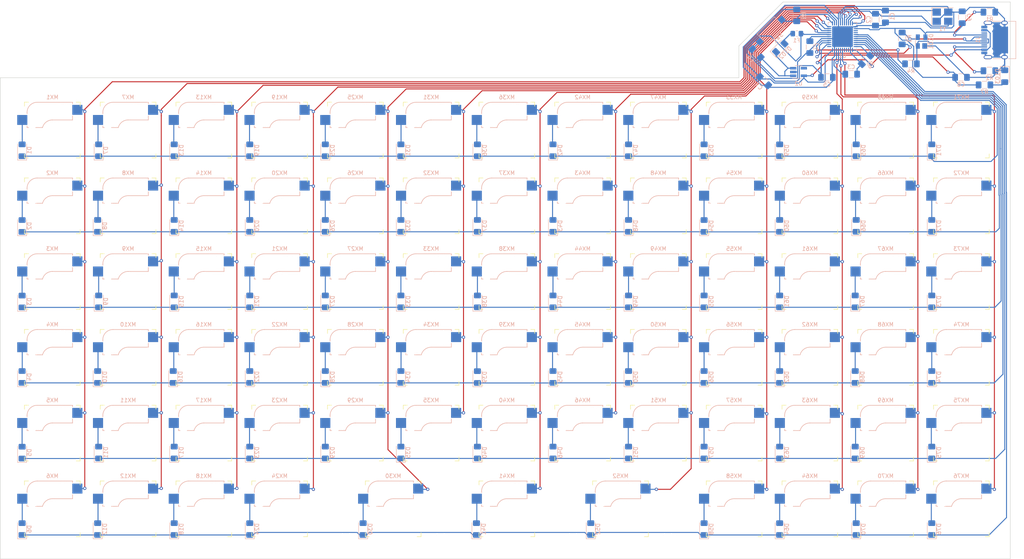
<source format=kicad_pcb>
(kicad_pcb (version 20171130) (host pcbnew "(5.1.5)-3")
  (layers (0 F.Cu signal) (31 B.Cu signal) (34 B.Paste user) (35 F.Paste user) (36 B.SilkS user) (37 F.SilkS user) (38 B.Mask user) (39 F.Mask user) (44 Edge.Cuts user))
  (net 0 "")
  (net 1 GND)
  (net 2 /UVCC)
  (net 3 /XTAL2)
  (net 4 /XTAL1)
  (net 5 "Net-(C6-Pad1)")
  (net 6 /VCC)
  (net 7 "Net-(D1-Pad2)")
  (net 8 "Net-(D2-Pad2)")
  (net 9 ROW0)
  (net 10 "Net-(D3-Pad2)")
  (net 11 ROW1)
  (net 12 "Net-(D4-Pad2)")
  (net 13 ROW2)
  (net 14 "Net-(D5-Pad2)")
  (net 15 ROW3)
  (net 16 "Net-(D6-Pad2)")
  (net 17 ROW4)
  (net 18 "Net-(D7-Pad2)")
  (net 19 ROW5)
  (net 20 "Net-(D8-Pad2)")
  (net 21 "Net-(D9-Pad2)")
  (net 22 "Net-(D10-Pad2)")
  (net 23 "Net-(D11-Pad2)")
  (net 24 "Net-(D12-Pad2)")
  (net 25 "Net-(D13-Pad2)")
  (net 26 "Net-(D14-Pad2)")
  (net 27 "Net-(D15-Pad2)")
  (net 28 "Net-(D16-Pad2)")
  (net 29 "Net-(D17-Pad2)")
  (net 30 "Net-(D18-Pad2)")
  (net 31 "Net-(D19-Pad2)")
  (net 32 "Net-(D20-Pad2)")
  (net 33 "Net-(D21-Pad2)")
  (net 34 "Net-(D22-Pad2)")
  (net 35 "Net-(D23-Pad2)")
  (net 36 "Net-(D24-Pad2)")
  (net 37 "Net-(D25-Pad2)")
  (net 38 "Net-(D26-Pad2)")
  (net 39 "Net-(D27-Pad2)")
  (net 40 "Net-(D28-Pad2)")
  (net 41 "Net-(D29-Pad2)")
  (net 42 "Net-(D30-Pad2)")
  (net 43 "Net-(D31-Pad2)")
  (net 44 "Net-(D32-Pad2)")
  (net 45 "Net-(D33-Pad2)")
  (net 46 "Net-(D34-Pad2)")
  (net 47 "Net-(D35-Pad2)")
  (net 48 "Net-(D36-Pad2)")
  (net 49 "Net-(D37-Pad2)")
  (net 50 "Net-(D38-Pad2)")
  (net 51 "Net-(D39-Pad2)")
  (net 52 "Net-(D40-Pad2)")
  (net 53 "Net-(D41-Pad2)")
  (net 54 "Net-(D42-Pad2)")
  (net 55 "Net-(D43-Pad2)")
  (net 56 "Net-(D44-Pad2)")
  (net 57 "Net-(D45-Pad2)")
  (net 58 "Net-(D46-Pad2)")
  (net 59 "Net-(D47-Pad2)")
  (net 60 "Net-(D48-Pad2)")
  (net 61 "Net-(D49-Pad2)")
  (net 62 "Net-(D50-Pad2)")
  (net 63 "Net-(D51-Pad2)")
  (net 64 "Net-(D52-Pad2)")
  (net 65 "Net-(D53-Pad2)")
  (net 66 "Net-(D54-Pad2)")
  (net 67 "Net-(D55-Pad2)")
  (net 68 "Net-(D56-Pad2)")
  (net 69 "Net-(D57-Pad2)")
  (net 70 "Net-(D58-Pad2)")
  (net 71 "Net-(D59-Pad2)")
  (net 72 "Net-(D60-Pad2)")
  (net 73 "Net-(D61-Pad2)")
  (net 74 "Net-(D62-Pad2)")
  (net 75 "Net-(D63-Pad2)")
  (net 76 "Net-(D64-Pad2)")
  (net 77 "Net-(D65-Pad2)")
  (net 78 "Net-(D66-Pad2)")
  (net 79 "Net-(D67-Pad2)")
  (net 80 "Net-(D68-Pad2)")
  (net 81 "Net-(D69-Pad2)")
  (net 82 "Net-(D70-Pad2)")
  (net 83 "Net-(D71-Pad2)")
  (net 84 "Net-(D72-Pad2)")
  (net 85 "Net-(D73-Pad2)")
  (net 86 "Net-(D74-Pad2)")
  (net 87 "Net-(D75-Pad2)")
  (net 88 "Net-(D76-Pad2)")
  (net 89 "Net-(J1-PadB8)")
  (net 90 "Net-(J1-PadA5)")
  (net 91 "Net-(J1-PadA8)")
  (net 92 "Net-(J1-PadB5)")
  (net 93 COL0)
  (net 94 COL1)
  (net 95 COL2)
  (net 96 COL3)
  (net 97 COL4)
  (net 98 COL5)
  (net 99 COL6)
  (net 100 COL7)
  (net 101 COL8)
  (net 102 COL9)
  (net 103 COL10)
  (net 104 COL11)
  (net 105 COL12)
  (net 106 "Net-(R3-Pad1)")
  (net 107 "Net-(R4-Pad1)")
  (net 108 "Net-(R5-Pad1)")
  (net 109 "Net-(R6-Pad2)")
  (net 110 "Net-(U1-Pad38)")
  (net 111 "Net-(U1-Pad37)")
  (net 112 "Net-(U1-Pad36)")
  (net 113 "Net-(U1-Pad1)")
  (net 114 "Net-(U2-Pad4)")
  (net 115 "Net-(C3-Pad2)")
  (net 116 "Net-(C4-Pad1)")
  (net 117 "Net-(D101-Pad3)")
  (net 118 "Net-(D101-Pad2)")
  (net 119 "Net-(D102-Pad2)")
  (net 120 "Net-(D103-Pad2)")
  (net 121 "Net-(U1-Pad26)")
  (net 122 "Net-(U1-Pad25)")
  (module Capacitor_SMD:C_1206_3216Metric_Pad1.42x1.75mm_HandSolder (layer B.Cu) (at 266.9 28.7875 90)
    (fp_text reference C9 (at 0 1.82 90) (layer B.SilkS) (effects (justify mirror)))
    (fp_text value 100nF)
    (pad 2 smd roundrect (at 1.4875 0 90) (size 1.425 1.75) (layers B.Cu B.Paste B.Mask) (roundrect_rratio 0.175439) (net 1 GND))
    (pad 1 smd roundrect (at -1.4875 0 90) (size 1.425 1.75) (layers B.Cu B.Paste B.Mask) (roundrect_rratio 0.175439) (net 6 /VCC))
  )
  (module Resistor_SMD:R_1206_3216Metric_Pad1.42x1.75mm_HandSolder (layer B.Cu) (at 242.7 39.5 45)
    (fp_text reference R6 (at 0 1.82 45) (layer B.SilkS) (effects (justify mirror)))
    (fp_text value 10K)
    (pad 2 smd roundrect (at 1.4875 0 45) (size 1.425 1.75) (layers B.Cu B.Paste B.Mask) (roundrect_rratio 0.175439) (net 109 "Net-(R6-Pad2)"))
    (pad 1 smd roundrect (at -1.4875 0 45) (size 1.425 1.75) (layers B.Cu B.Paste B.Mask) (roundrect_rratio 0.175439) (net 1 GND))
  )
  (module Package_DFN_QFN:QFN-44-1EP_7x7mm_P0.5mm_EP5.2x5.2mm (layer B.Cu) (at 236.8 33.65)
    (fp_text reference U1 (at 0 4.82) (layer B.SilkS) (effects (justify mirror)))
    (fp_text value ATmega32U4-MU)
    (pad 44 smd roundrect (at -2.5 3.3375) (size 0.25 1.075) (layers B.Cu B.Paste B.Mask) (net 6 /VCC))
    (pad 43 smd roundrect (at -2 3.3375) (size 0.25 1.075) (layers B.Cu B.Paste B.Mask) (net 1 GND))
    (pad 42 smd roundrect (at -1.5 3.3375) (size 0.25 1.075) (layers B.Cu B.Paste B.Mask) (net 115 "Net-(C3-Pad2)"))
    (pad 41 smd roundrect (at -1 3.3375) (size 0.25 1.075) (layers B.Cu B.Paste B.Mask) (net 103 COL10))
    (pad 40 smd roundrect (at -0.5 3.3375) (size 0.25 1.075) (layers B.Cu B.Paste B.Mask) (net 104 COL11))
    (pad 39 smd roundrect (at 0 3.3375) (size 0.25 1.075) (layers B.Cu B.Paste B.Mask) (net 105 COL12))
    (pad 38 smd roundrect (at 0.5 3.3375) (size 0.25 1.075) (layers B.Cu B.Paste B.Mask) (net 110 "Net-(U1-Pad38)"))
    (pad 37 smd roundrect (at 1 3.3375) (size 0.25 1.075) (layers B.Cu B.Paste B.Mask) (net 111 "Net-(U1-Pad37)"))
    (pad 36 smd roundrect (at 1.5 3.3375) (size 0.25 1.075) (layers B.Cu B.Paste B.Mask) (net 112 "Net-(U1-Pad36)"))
    (pad 35 smd roundrect (at 2 3.3375) (size 0.25 1.075) (layers B.Cu B.Paste B.Mask) (net 1 GND))
    (pad 34 smd roundrect (at 2.5 3.3375) (size 0.25 1.075) (layers B.Cu B.Paste B.Mask) (net 6 /VCC))
    (pad 33 smd roundrect (at 3.3375 2.5) (size 1.075 0.25) (layers B.Cu B.Paste B.Mask) (net 109 "Net-(R6-Pad2)"))
    (pad 32 smd roundrect (at 3.3375 2) (size 1.075 0.25) (layers B.Cu B.Paste B.Mask) (net 9 ROW0))
    (pad 31 smd roundrect (at 3.3375 1.5) (size 1.075 0.25) (layers B.Cu B.Paste B.Mask) (net 11 ROW1))
    (pad 30 smd roundrect (at 3.3375 1) (size 1.075 0.25) (layers B.Cu B.Paste B.Mask) (net 13 ROW2))
    (pad 29 smd roundrect (at 3.3375 0.5) (size 1.075 0.25) (layers B.Cu B.Paste B.Mask) (net 15 ROW3))
    (pad 28 smd roundrect (at 3.3375 0) (size 1.075 0.25) (layers B.Cu B.Paste B.Mask) (net 17 ROW4))
    (pad 27 smd roundrect (at 3.3375 -0.5) (size 1.075 0.25) (layers B.Cu B.Paste B.Mask) (net 19 ROW5))
    (pad 26 smd roundrect (at 3.3375 -1) (size 1.075 0.25) (layers B.Cu B.Paste B.Mask) (net 121 "Net-(U1-Pad26)"))
    (pad 25 smd roundrect (at 3.3375 -1.5) (size 1.075 0.25) (layers B.Cu B.Paste B.Mask) (net 122 "Net-(U1-Pad25)"))
    (pad 24 smd roundrect (at 3.3375 -2) (size 1.075 0.25) (layers B.Cu B.Paste B.Mask) (net 6 /VCC))
    (pad 23 smd roundrect (at 3.3375 -2.5) (size 1.075 0.25) (layers B.Cu B.Paste B.Mask) (net 1 GND))
    (pad 22 smd roundrect (at 2.5 -3.3375) (size 0.25 1.075) (layers B.Cu B.Paste B.Mask) (net 93 COL0))
    (pad 21 smd roundrect (at 2 -3.3375) (size 0.25 1.075) (layers B.Cu B.Paste B.Mask) (net 94 COL1))
    (pad 20 smd roundrect (at 1.5 -3.3375) (size 0.25 1.075) (layers B.Cu B.Paste B.Mask) (net 95 COL2))
    (pad 19 smd roundrect (at 1 -3.3375) (size 0.25 1.075) (layers B.Cu B.Paste B.Mask) (net 96 COL3))
    (pad 18 smd roundrect (at 0.5 -3.3375) (size 0.25 1.075) (layers B.Cu B.Paste B.Mask) (net 97 COL4))
    (pad 17 smd roundrect (at 0 -3.3375) (size 0.25 1.075) (layers B.Cu B.Paste B.Mask) (net 4 /XTAL1))
    (pad 16 smd roundrect (at -0.5 -3.3375) (size 0.25 1.075) (layers B.Cu B.Paste B.Mask) (net 3 /XTAL2))
    (pad 15 smd roundrect (at -1 -3.3375) (size 0.25 1.075) (layers B.Cu B.Paste B.Mask) (net 1 GND))
    (pad 14 smd roundrect (at -1.5 -3.3375) (size 0.25 1.075) (layers B.Cu B.Paste B.Mask) (net 6 /VCC))
    (pad 13 smd roundrect (at -2 -3.3375) (size 0.25 1.075) (layers B.Cu B.Paste B.Mask) (net 108 "Net-(R5-Pad1)"))
    (pad 12 smd roundrect (at -2.5 -3.3375) (size 0.25 1.075) (layers B.Cu B.Paste B.Mask) (net 98 COL5))
    (pad 11 smd roundrect (at -3.3375 -2.5) (size 1.075 0.25) (layers B.Cu B.Paste B.Mask) (net 99 COL6))
    (pad 10 smd roundrect (at -3.3375 -2) (size 1.075 0.25) (layers B.Cu B.Paste B.Mask) (net 100 COL7))
    (pad 9 smd roundrect (at -3.3375 -1.5) (size 1.075 0.25) (layers B.Cu B.Paste B.Mask) (net 101 COL8))
    (pad 8 smd roundrect (at -3.3375 -1) (size 1.075 0.25) (layers B.Cu B.Paste B.Mask) (net 102 COL9))
    (pad 7 smd roundrect (at -3.3375 -0.5) (size 1.075 0.25) (layers B.Cu B.Paste B.Mask) (net 2 /UVCC))
    (pad 6 smd roundrect (at -3.3375 0) (size 1.075 0.25) (layers B.Cu B.Paste B.Mask) (net 116 "Net-(C4-Pad1)"))
    (pad 5 smd roundrect (at -3.3375 0.5) (size 1.075 0.25) (layers B.Cu B.Paste B.Mask) (net 1 GND))
    (pad 4 smd roundrect (at -3.3375 1) (size 1.075 0.25) (layers B.Cu B.Paste B.Mask) (net 107 "Net-(R4-Pad1)"))
    (pad 3 smd roundrect (at -3.3375 1.5) (size 1.075 0.25) (layers B.Cu B.Paste B.Mask) (net 106 "Net-(R3-Pad1)"))
    (pad 2 smd roundrect (at -3.3375 2) (size 1.075 0.25) (layers B.Cu B.Paste B.Mask) (net 2 /UVCC))
    (pad 1 smd roundrect (at -3.3375 2.5) (size 1.075 0.25) (layers B.Cu B.Paste B.Mask) (net 113 "Net-(U1-Pad1)"))
    (pad 45 smd roundrect (at 0 0) (size 5.2 5.2) (layers B.Cu B.Mask) (roundrect_rratio 0.048077) (net 1 GND))
  )
  (module index-tab:Stabilizer_MX_2u (layer F.Cu) (at 180.975 152.4)
    (fp_text reference REF** hide)
    (fp_text value Stabilizer_MX_2u hide)
    (pad "" np_thru_hole circle (at -11.9 -6.985) (size 3.048 3.048) (drill 3.048) (layers *.Cu *.Mask))
    (pad "" np_thru_hole circle (at 11.9 -6.985) (size 3.048 3.048) (drill 3.048) (layers *.Cu *.Mask))
    (pad "" np_thru_hole circle (at -11.9 8.255) (size 3.9878 3.9878) (drill 3.9878) (layers *.Cu *.Mask))
    (pad "" np_thru_hole circle (at 11.9 8.255) (size 3.9878 3.9878) (drill 3.9878) (layers *.Cu *.Mask))
  )
  (module index-tab:Stabilizer_MX_2u (layer F.Cu) (at 123.825 152.4)
    (fp_text reference REF** hide)
    (fp_text value Stabilizer_MX_2u hide)
    (pad "" np_thru_hole circle (at -11.9 -6.985) (size 3.048 3.048) (drill 3.048) (layers *.Cu *.Mask))
    (pad "" np_thru_hole circle (at 11.9 -6.985) (size 3.048 3.048) (drill 3.048) (layers *.Cu *.Mask))
    (pad "" np_thru_hole circle (at -11.9 8.255) (size 3.9878 3.9878) (drill 3.9878) (layers *.Cu *.Mask))
    (pad "" np_thru_hole circle (at 11.9 8.255) (size 3.9878 3.9878) (drill 3.9878) (layers *.Cu *.Mask))
  )
  (module Crystal:Crystal_SMD_3225-4Pin_3.2x2.5mm_HandSoldering (layer B.Cu) (at 261.95 28.65)
    (fp_text reference Y1 (at 0 3.05) (layer B.SilkS) (effects (justify mirror)))
    (fp_text value 16MHz)
    (pad 4 smd rect (at -1.45 1.15) (size 2.1 1.8) (layers B.Cu B.Paste B.Mask) (net 1 GND))
    (pad 3 smd rect (at 1.45 1.15) (size 2.1 1.8) (layers B.Cu B.Paste B.Mask) (net 4 /XTAL1))
    (pad 2 smd rect (at 1.45 -1.15) (size 2.1 1.8) (layers B.Cu B.Paste B.Mask) (net 1 GND))
    (pad 1 smd rect (at -1.45 -1.15) (size 2.1 1.8) (layers B.Cu B.Paste B.Mask) (net 3 /XTAL2))
  )
  (module Package_TO_SOT_SMD:SOT-23-5_HandSoldering (layer B.Cu) (at 225.75 42.55)
    (fp_text reference U2 (at 0 2.9) (layer B.SilkS) (effects (justify mirror)))
    (fp_text value MIC5219-5.0YM5)
    (pad 5 smd rect (at 1.35 0.95) (size 1.56 0.65) (layers B.Cu B.Paste B.Mask) (net 6 /VCC))
    (pad 4 smd rect (at 1.35 -0.95) (size 1.56 0.65) (layers B.Cu B.Paste B.Mask) (net 114 "Net-(U2-Pad4)"))
    (pad 3 smd rect (at -1.35 -0.95) (size 1.56 0.65) (layers B.Cu B.Paste B.Mask) (net 5 "Net-(C6-Pad1)"))
    (pad 2 smd rect (at -1.35 0) (size 1.56 0.65) (layers B.Cu B.Paste B.Mask) (net 1 GND))
    (pad 1 smd rect (at -1.35 0.95) (size 1.56 0.65) (layers B.Cu B.Paste B.Mask) (net 5 "Net-(C6-Pad1)"))
  )
  (module Button_Switch_SMD:SW_SPST_CK_RS282G05A3 (layer B.Cu) (at 218.757716 32.142284 45)
    (fp_text reference SW1 (at 0 2.6 45) (layer B.SilkS) (effects (justify mirror)))
    (fp_text value SW_Push)
    (pad 2 smd rect (at 3.9 0 45) (size 1.5 1.5) (layers B.Cu B.Paste B.Mask) (net 108 "Net-(R5-Pad1)"))
    (pad 1 smd rect (at -3.9 0 45) (size 1.5 1.5) (layers B.Cu B.Paste B.Mask) (net 1 GND))
  )
  (module Resistor_SMD:R_1206_3216Metric_Pad1.42x1.75mm_HandSolder (layer B.Cu) (at 272.5125 45.8)
    (fp_text reference R7 (at 0 1.82) (layer B.SilkS) (effects (justify mirror)))
    (fp_text value 1K)
    (pad 2 smd roundrect (at 1.4875 0) (size 1.425 1.75) (layers B.Cu B.Paste B.Mask) (roundrect_rratio 0.175439) (net 120 "Net-(D103-Pad2)"))
    (pad 1 smd roundrect (at -1.4875 0) (size 1.425 1.75) (layers B.Cu B.Paste B.Mask) (roundrect_rratio 0.175439) (net 6 /VCC))
  )
  (module Resistor_SMD:R_1206_3216Metric_Pad1.42x1.75mm_HandSolder (layer B.Cu) (at 225.3 28.3125 90)
    (fp_text reference R5 (at 0 1.82 90) (layer B.SilkS) (effects (justify mirror)))
    (fp_text value 10K)
    (pad 2 smd roundrect (at 1.4875 0 90) (size 1.425 1.75) (layers B.Cu B.Paste B.Mask) (roundrect_rratio 0.175439) (net 6 /VCC))
    (pad 1 smd roundrect (at -1.4875 0 90) (size 1.425 1.75) (layers B.Cu B.Paste B.Mask) (roundrect_rratio 0.175439) (net 108 "Net-(R5-Pad1)"))
  )
  (module Resistor_SMD:R_1206_3216Metric_Pad1.42x1.75mm_HandSolder (layer B.Cu) (at 254.0125 40.5)
    (fp_text reference R4 (at 0 1.82) (layer B.SilkS) (effects (justify mirror)))
    (fp_text value 22)
    (pad 2 smd roundrect (at 1.4875 0) (size 1.425 1.75) (layers B.Cu B.Paste B.Mask) (roundrect_rratio 0.175439) (net 118 "Net-(D101-Pad2)"))
    (pad 1 smd roundrect (at -1.4875 0) (size 1.425 1.75) (layers B.Cu B.Paste B.Mask) (roundrect_rratio 0.175439) (net 107 "Net-(R4-Pad1)"))
  )
  (module Resistor_SMD:R_1206_3216Metric_Pad1.42x1.75mm_HandSolder (layer B.Cu) (at 251.8 34.1125 90)
    (fp_text reference R3 (at 0 1.82 90) (layer B.SilkS) (effects (justify mirror)))
    (fp_text value 22)
    (pad 2 smd roundrect (at 1.4875 0 90) (size 1.425 1.75) (layers B.Cu B.Paste B.Mask) (roundrect_rratio 0.175439) (net 117 "Net-(D101-Pad3)"))
    (pad 1 smd roundrect (at -1.4875 0 90) (size 1.425 1.75) (layers B.Cu B.Paste B.Mask) (roundrect_rratio 0.175439) (net 106 "Net-(R3-Pad1)"))
  )
  (module Resistor_SMD:R_1206_3216Metric_Pad1.42x1.75mm_HandSolder (layer B.Cu) (at 273.7375 42.25)
    (fp_text reference R2 (at 0 1.82) (layer B.SilkS) (effects (justify mirror)))
    (fp_text value 5.1K)
    (pad 2 smd roundrect (at 1.4875 0) (size 1.425 1.75) (layers B.Cu B.Paste B.Mask) (roundrect_rratio 0.175439) (net 1 GND))
    (pad 1 smd roundrect (at -1.4875 0) (size 1.425 1.75) (layers B.Cu B.Paste B.Mask) (roundrect_rratio 0.175439) (net 92 "Net-(J1-PadB5)"))
  )
  (module Resistor_SMD:R_1206_3216Metric_Pad1.42x1.75mm_HandSolder (layer B.Cu) (at 273.7375 27.5)
    (fp_text reference R1 (at 0 1.82) (layer B.SilkS) (effects (justify mirror)))
    (fp_text value 5.1K)
    (pad 2 smd roundrect (at 1.4875 0) (size 1.425 1.75) (layers B.Cu B.Paste B.Mask) (roundrect_rratio 0.175439) (net 1 GND))
    (pad 1 smd roundrect (at -1.4875 0) (size 1.425 1.75) (layers B.Cu B.Paste B.Mask) (roundrect_rratio 0.175439) (net 90 "Net-(J1-PadA5)"))
  )
  (module index-tab:Kailh_socket_MX (layer F.Cu) (at 266.7 152.4)
    (fp_text reference MX76 (at 0 -8.255) (layer B.SilkS) (effects (justify mirror)))
    (fp_text value MX-NoLED)
    (pad 2 smd rect (at -7.56 -2.54) (size 2.55 2.5) (layers B.Cu B.Paste B.Mask) (net 88 "Net-(D76-Pad2)"))
    (pad "" np_thru_hole circle (at -5.08 0) (size 1.7018 1.7018) (drill 1.7018) (layers *.Cu *.Mask))
    (pad "" np_thru_hole circle (at 5.08 0) (size 1.7018 1.7018) (drill 1.7018) (layers *.Cu *.Mask))
    (pad "" np_thru_hole circle (at 0 0) (size 3.9878 3.9878) (drill 3.9878) (layers *.Cu *.Mask))
    (pad "" np_thru_hole circle (at -3.81 -2.54) (size 3 3) (drill 3) (layers *.Cu *.Mask))
    (pad "" np_thru_hole circle (at 2.54 -5.08) (size 3 3) (drill 3) (layers *.Cu *.Mask))
    (pad 1 smd rect (at 6.29 -5.08) (size 2.55 2.5) (layers B.Cu B.Paste B.Mask) (net 105 COL12))
  )
  (module index-tab:Kailh_socket_MX (layer F.Cu) (at 266.7 133.35)
    (fp_text reference MX75 (at 0 -8.255) (layer B.SilkS) (effects (justify mirror)))
    (fp_text value MX-NoLED)
    (pad 2 smd rect (at -7.56 -2.54) (size 2.55 2.5) (layers B.Cu B.Paste B.Mask) (net 87 "Net-(D75-Pad2)"))
    (pad "" np_thru_hole circle (at -5.08 0) (size 1.7018 1.7018) (drill 1.7018) (layers *.Cu *.Mask))
    (pad "" np_thru_hole circle (at 5.08 0) (size 1.7018 1.7018) (drill 1.7018) (layers *.Cu *.Mask))
    (pad "" np_thru_hole circle (at 0 0) (size 3.9878 3.9878) (drill 3.9878) (layers *.Cu *.Mask))
    (pad "" np_thru_hole circle (at -3.81 -2.54) (size 3 3) (drill 3) (layers *.Cu *.Mask))
    (pad "" np_thru_hole circle (at 2.54 -5.08) (size 3 3) (drill 3) (layers *.Cu *.Mask))
    (pad 1 smd rect (at 6.29 -5.08) (size 2.55 2.5) (layers B.Cu B.Paste B.Mask) (net 105 COL12))
  )
  (module index-tab:Kailh_socket_MX (layer F.Cu) (at 266.7 114.3)
    (fp_text reference MX74 (at 0 -8.255) (layer B.SilkS) (effects (justify mirror)))
    (fp_text value MX-NoLED)
    (pad 2 smd rect (at -7.56 -2.54) (size 2.55 2.5) (layers B.Cu B.Paste B.Mask) (net 86 "Net-(D74-Pad2)"))
    (pad "" np_thru_hole circle (at -5.08 0) (size 1.7018 1.7018) (drill 1.7018) (layers *.Cu *.Mask))
    (pad "" np_thru_hole circle (at 5.08 0) (size 1.7018 1.7018) (drill 1.7018) (layers *.Cu *.Mask))
    (pad "" np_thru_hole circle (at 0 0) (size 3.9878 3.9878) (drill 3.9878) (layers *.Cu *.Mask))
    (pad "" np_thru_hole circle (at -3.81 -2.54) (size 3 3) (drill 3) (layers *.Cu *.Mask))
    (pad "" np_thru_hole circle (at 2.54 -5.08) (size 3 3) (drill 3) (layers *.Cu *.Mask))
    (pad 1 smd rect (at 6.29 -5.08) (size 2.55 2.5) (layers B.Cu B.Paste B.Mask) (net 105 COL12))
  )
  (module index-tab:Kailh_socket_MX (layer F.Cu) (at 266.7 95.25)
    (fp_text reference MX73 (at 0 -8.255) (layer B.SilkS) (effects (justify mirror)))
    (fp_text value MX-NoLED)
    (pad 2 smd rect (at -7.56 -2.54) (size 2.55 2.5) (layers B.Cu B.Paste B.Mask) (net 85 "Net-(D73-Pad2)"))
    (pad "" np_thru_hole circle (at -5.08 0) (size 1.7018 1.7018) (drill 1.7018) (layers *.Cu *.Mask))
    (pad "" np_thru_hole circle (at 5.08 0) (size 1.7018 1.7018) (drill 1.7018) (layers *.Cu *.Mask))
    (pad "" np_thru_hole circle (at 0 0) (size 3.9878 3.9878) (drill 3.9878) (layers *.Cu *.Mask))
    (pad "" np_thru_hole circle (at -3.81 -2.54) (size 3 3) (drill 3) (layers *.Cu *.Mask))
    (pad "" np_thru_hole circle (at 2.54 -5.08) (size 3 3) (drill 3) (layers *.Cu *.Mask))
    (pad 1 smd rect (at 6.29 -5.08) (size 2.55 2.5) (layers B.Cu B.Paste B.Mask) (net 105 COL12))
  )
  (module index-tab:Kailh_socket_MX (layer F.Cu) (at 266.7 76.2)
    (fp_text reference MX72 (at 0 -8.255) (layer B.SilkS) (effects (justify mirror)))
    (fp_text value MX-NoLED)
    (pad 2 smd rect (at -7.56 -2.54) (size 2.55 2.5) (layers B.Cu B.Paste B.Mask) (net 84 "Net-(D72-Pad2)"))
    (pad "" np_thru_hole circle (at -5.08 0) (size 1.7018 1.7018) (drill 1.7018) (layers *.Cu *.Mask))
    (pad "" np_thru_hole circle (at 5.08 0) (size 1.7018 1.7018) (drill 1.7018) (layers *.Cu *.Mask))
    (pad "" np_thru_hole circle (at 0 0) (size 3.9878 3.9878) (drill 3.9878) (layers *.Cu *.Mask))
    (pad "" np_thru_hole circle (at -3.81 -2.54) (size 3 3) (drill 3) (layers *.Cu *.Mask))
    (pad "" np_thru_hole circle (at 2.54 -5.08) (size 3 3) (drill 3) (layers *.Cu *.Mask))
    (pad 1 smd rect (at 6.29 -5.08) (size 2.55 2.5) (layers B.Cu B.Paste B.Mask) (net 105 COL12))
  )
  (module index-tab:Kailh_socket_MX (layer F.Cu) (at 266.7 57.15)
    (fp_text reference MX71 (at 0 -8.255) (layer B.SilkS) (effects (justify mirror)))
    (fp_text value MX-NoLED)
    (pad 2 smd rect (at -7.56 -2.54) (size 2.55 2.5) (layers B.Cu B.Paste B.Mask) (net 83 "Net-(D71-Pad2)"))
    (pad "" np_thru_hole circle (at -5.08 0) (size 1.7018 1.7018) (drill 1.7018) (layers *.Cu *.Mask))
    (pad "" np_thru_hole circle (at 5.08 0) (size 1.7018 1.7018) (drill 1.7018) (layers *.Cu *.Mask))
    (pad "" np_thru_hole circle (at 0 0) (size 3.9878 3.9878) (drill 3.9878) (layers *.Cu *.Mask))
    (pad "" np_thru_hole circle (at -3.81 -2.54) (size 3 3) (drill 3) (layers *.Cu *.Mask))
    (pad "" np_thru_hole circle (at 2.54 -5.08) (size 3 3) (drill 3) (layers *.Cu *.Mask))
    (pad 1 smd rect (at 6.29 -5.08) (size 2.55 2.5) (layers B.Cu B.Paste B.Mask) (net 105 COL12))
  )
  (module index-tab:Kailh_socket_MX (layer F.Cu) (at 247.65 152.4)
    (fp_text reference MX70 (at 0 -8.255) (layer B.SilkS) (effects (justify mirror)))
    (fp_text value MX-NoLED)
    (pad 2 smd rect (at -7.56 -2.54) (size 2.55 2.5) (layers B.Cu B.Paste B.Mask) (net 82 "Net-(D70-Pad2)"))
    (pad "" np_thru_hole circle (at -5.08 0) (size 1.7018 1.7018) (drill 1.7018) (layers *.Cu *.Mask))
    (pad "" np_thru_hole circle (at 5.08 0) (size 1.7018 1.7018) (drill 1.7018) (layers *.Cu *.Mask))
    (pad "" np_thru_hole circle (at 0 0) (size 3.9878 3.9878) (drill 3.9878) (layers *.Cu *.Mask))
    (pad "" np_thru_hole circle (at -3.81 -2.54) (size 3 3) (drill 3) (layers *.Cu *.Mask))
    (pad "" np_thru_hole circle (at 2.54 -5.08) (size 3 3) (drill 3) (layers *.Cu *.Mask))
    (pad 1 smd rect (at 6.29 -5.08) (size 2.55 2.5) (layers B.Cu B.Paste B.Mask) (net 104 COL11))
  )
  (module index-tab:Kailh_socket_MX (layer F.Cu) (at 247.65 133.35)
    (fp_text reference MX69 (at 0 -8.255) (layer B.SilkS) (effects (justify mirror)))
    (fp_text value MX-NoLED)
    (pad 2 smd rect (at -7.56 -2.54) (size 2.55 2.5) (layers B.Cu B.Paste B.Mask) (net 81 "Net-(D69-Pad2)"))
    (pad "" np_thru_hole circle (at -5.08 0) (size 1.7018 1.7018) (drill 1.7018) (layers *.Cu *.Mask))
    (pad "" np_thru_hole circle (at 5.08 0) (size 1.7018 1.7018) (drill 1.7018) (layers *.Cu *.Mask))
    (pad "" np_thru_hole circle (at 0 0) (size 3.9878 3.9878) (drill 3.9878) (layers *.Cu *.Mask))
    (pad "" np_thru_hole circle (at -3.81 -2.54) (size 3 3) (drill 3) (layers *.Cu *.Mask))
    (pad "" np_thru_hole circle (at 2.54 -5.08) (size 3 3) (drill 3) (layers *.Cu *.Mask))
    (pad 1 smd rect (at 6.29 -5.08) (size 2.55 2.5) (layers B.Cu B.Paste B.Mask) (net 104 COL11))
  )
  (module index-tab:Kailh_socket_MX (layer F.Cu) (at 247.65 114.3)
    (fp_text reference MX68 (at 0 -8.255) (layer B.SilkS) (effects (justify mirror)))
    (fp_text value MX-NoLED)
    (pad 2 smd rect (at -7.56 -2.54) (size 2.55 2.5) (layers B.Cu B.Paste B.Mask) (net 80 "Net-(D68-Pad2)"))
    (pad "" np_thru_hole circle (at -5.08 0) (size 1.7018 1.7018) (drill 1.7018) (layers *.Cu *.Mask))
    (pad "" np_thru_hole circle (at 5.08 0) (size 1.7018 1.7018) (drill 1.7018) (layers *.Cu *.Mask))
    (pad "" np_thru_hole circle (at 0 0) (size 3.9878 3.9878) (drill 3.9878) (layers *.Cu *.Mask))
    (pad "" np_thru_hole circle (at -3.81 -2.54) (size 3 3) (drill 3) (layers *.Cu *.Mask))
    (pad "" np_thru_hole circle (at 2.54 -5.08) (size 3 3) (drill 3) (layers *.Cu *.Mask))
    (pad 1 smd rect (at 6.29 -5.08) (size 2.55 2.5) (layers B.Cu B.Paste B.Mask) (net 104 COL11))
  )
  (module index-tab:Kailh_socket_MX (layer F.Cu) (at 247.65 95.25)
    (fp_text reference MX67 (at 0 -8.255) (layer B.SilkS) (effects (justify mirror)))
    (fp_text value MX-NoLED)
    (pad 2 smd rect (at -7.56 -2.54) (size 2.55 2.5) (layers B.Cu B.Paste B.Mask) (net 79 "Net-(D67-Pad2)"))
    (pad "" np_thru_hole circle (at -5.08 0) (size 1.7018 1.7018) (drill 1.7018) (layers *.Cu *.Mask))
    (pad "" np_thru_hole circle (at 5.08 0) (size 1.7018 1.7018) (drill 1.7018) (layers *.Cu *.Mask))
    (pad "" np_thru_hole circle (at 0 0) (size 3.9878 3.9878) (drill 3.9878) (layers *.Cu *.Mask))
    (pad "" np_thru_hole circle (at -3.81 -2.54) (size 3 3) (drill 3) (layers *.Cu *.Mask))
    (pad "" np_thru_hole circle (at 2.54 -5.08) (size 3 3) (drill 3) (layers *.Cu *.Mask))
    (pad 1 smd rect (at 6.29 -5.08) (size 2.55 2.5) (layers B.Cu B.Paste B.Mask) (net 104 COL11))
  )
  (module index-tab:Kailh_socket_MX (layer F.Cu) (at 247.65 76.2)
    (fp_text reference MX66 (at 0 -8.255) (layer B.SilkS) (effects (justify mirror)))
    (fp_text value MX-NoLED)
    (pad 2 smd rect (at -7.56 -2.54) (size 2.55 2.5) (layers B.Cu B.Paste B.Mask) (net 78 "Net-(D66-Pad2)"))
    (pad "" np_thru_hole circle (at -5.08 0) (size 1.7018 1.7018) (drill 1.7018) (layers *.Cu *.Mask))
    (pad "" np_thru_hole circle (at 5.08 0) (size 1.7018 1.7018) (drill 1.7018) (layers *.Cu *.Mask))
    (pad "" np_thru_hole circle (at 0 0) (size 3.9878 3.9878) (drill 3.9878) (layers *.Cu *.Mask))
    (pad "" np_thru_hole circle (at -3.81 -2.54) (size 3 3) (drill 3) (layers *.Cu *.Mask))
    (pad "" np_thru_hole circle (at 2.54 -5.08) (size 3 3) (drill 3) (layers *.Cu *.Mask))
    (pad 1 smd rect (at 6.29 -5.08) (size 2.55 2.5) (layers B.Cu B.Paste B.Mask) (net 104 COL11))
  )
  (module index-tab:Kailh_socket_MX (layer F.Cu) (at 247.65 57.15)
    (fp_text reference MX65 (at 0 -8.255) (layer B.SilkS) (effects (justify mirror)))
    (fp_text value MX-NoLED)
    (pad 2 smd rect (at -7.56 -2.54) (size 2.55 2.5) (layers B.Cu B.Paste B.Mask) (net 77 "Net-(D65-Pad2)"))
    (pad "" np_thru_hole circle (at -5.08 0) (size 1.7018 1.7018) (drill 1.7018) (layers *.Cu *.Mask))
    (pad "" np_thru_hole circle (at 5.08 0) (size 1.7018 1.7018) (drill 1.7018) (layers *.Cu *.Mask))
    (pad "" np_thru_hole circle (at 0 0) (size 3.9878 3.9878) (drill 3.9878) (layers *.Cu *.Mask))
    (pad "" np_thru_hole circle (at -3.81 -2.54) (size 3 3) (drill 3) (layers *.Cu *.Mask))
    (pad "" np_thru_hole circle (at 2.54 -5.08) (size 3 3) (drill 3) (layers *.Cu *.Mask))
    (pad 1 smd rect (at 6.29 -5.08) (size 2.55 2.5) (layers B.Cu B.Paste B.Mask) (net 104 COL11))
  )
  (module index-tab:Kailh_socket_MX (layer F.Cu) (at 228.6 152.4)
    (fp_text reference MX64 (at 0 -8.255) (layer B.SilkS) (effects (justify mirror)))
    (fp_text value MX-NoLED)
    (pad 2 smd rect (at -7.56 -2.54) (size 2.55 2.5) (layers B.Cu B.Paste B.Mask) (net 76 "Net-(D64-Pad2)"))
    (pad "" np_thru_hole circle (at -5.08 0) (size 1.7018 1.7018) (drill 1.7018) (layers *.Cu *.Mask))
    (pad "" np_thru_hole circle (at 5.08 0) (size 1.7018 1.7018) (drill 1.7018) (layers *.Cu *.Mask))
    (pad "" np_thru_hole circle (at 0 0) (size 3.9878 3.9878) (drill 3.9878) (layers *.Cu *.Mask))
    (pad "" np_thru_hole circle (at -3.81 -2.54) (size 3 3) (drill 3) (layers *.Cu *.Mask))
    (pad "" np_thru_hole circle (at 2.54 -5.08) (size 3 3) (drill 3) (layers *.Cu *.Mask))
    (pad 1 smd rect (at 6.29 -5.08) (size 2.55 2.5) (layers B.Cu B.Paste B.Mask) (net 103 COL10))
  )
  (module index-tab:Kailh_socket_MX (layer F.Cu) (at 228.6 133.35)
    (fp_text reference MX63 (at 0 -8.255) (layer B.SilkS) (effects (justify mirror)))
    (fp_text value MX-NoLED)
    (pad 2 smd rect (at -7.56 -2.54) (size 2.55 2.5) (layers B.Cu B.Paste B.Mask) (net 75 "Net-(D63-Pad2)"))
    (pad "" np_thru_hole circle (at -5.08 0) (size 1.7018 1.7018) (drill 1.7018) (layers *.Cu *.Mask))
    (pad "" np_thru_hole circle (at 5.08 0) (size 1.7018 1.7018) (drill 1.7018) (layers *.Cu *.Mask))
    (pad "" np_thru_hole circle (at 0 0) (size 3.9878 3.9878) (drill 3.9878) (layers *.Cu *.Mask))
    (pad "" np_thru_hole circle (at -3.81 -2.54) (size 3 3) (drill 3) (layers *.Cu *.Mask))
    (pad "" np_thru_hole circle (at 2.54 -5.08) (size 3 3) (drill 3) (layers *.Cu *.Mask))
    (pad 1 smd rect (at 6.29 -5.08) (size 2.55 2.5) (layers B.Cu B.Paste B.Mask) (net 103 COL10))
  )
  (module index-tab:Kailh_socket_MX (layer F.Cu) (at 228.6 114.3)
    (fp_text reference MX62 (at 0 -8.255) (layer B.SilkS) (effects (justify mirror)))
    (fp_text value MX-NoLED)
    (pad 2 smd rect (at -7.56 -2.54) (size 2.55 2.5) (layers B.Cu B.Paste B.Mask) (net 74 "Net-(D62-Pad2)"))
    (pad "" np_thru_hole circle (at -5.08 0) (size 1.7018 1.7018) (drill 1.7018) (layers *.Cu *.Mask))
    (pad "" np_thru_hole circle (at 5.08 0) (size 1.7018 1.7018) (drill 1.7018) (layers *.Cu *.Mask))
    (pad "" np_thru_hole circle (at 0 0) (size 3.9878 3.9878) (drill 3.9878) (layers *.Cu *.Mask))
    (pad "" np_thru_hole circle (at -3.81 -2.54) (size 3 3) (drill 3) (layers *.Cu *.Mask))
    (pad "" np_thru_hole circle (at 2.54 -5.08) (size 3 3) (drill 3) (layers *.Cu *.Mask))
    (pad 1 smd rect (at 6.29 -5.08) (size 2.55 2.5) (layers B.Cu B.Paste B.Mask) (net 103 COL10))
  )
  (module index-tab:Kailh_socket_MX (layer F.Cu) (at 228.6 95.25)
    (fp_text reference MX61 (at 0 -8.255) (layer B.SilkS) (effects (justify mirror)))
    (fp_text value MX-NoLED)
    (pad 2 smd rect (at -7.56 -2.54) (size 2.55 2.5) (layers B.Cu B.Paste B.Mask) (net 73 "Net-(D61-Pad2)"))
    (pad "" np_thru_hole circle (at -5.08 0) (size 1.7018 1.7018) (drill 1.7018) (layers *.Cu *.Mask))
    (pad "" np_thru_hole circle (at 5.08 0) (size 1.7018 1.7018) (drill 1.7018) (layers *.Cu *.Mask))
    (pad "" np_thru_hole circle (at 0 0) (size 3.9878 3.9878) (drill 3.9878) (layers *.Cu *.Mask))
    (pad "" np_thru_hole circle (at -3.81 -2.54) (size 3 3) (drill 3) (layers *.Cu *.Mask))
    (pad "" np_thru_hole circle (at 2.54 -5.08) (size 3 3) (drill 3) (layers *.Cu *.Mask))
    (pad 1 smd rect (at 6.29 -5.08) (size 2.55 2.5) (layers B.Cu B.Paste B.Mask) (net 103 COL10))
  )
  (module index-tab:Kailh_socket_MX (layer F.Cu) (at 228.6 76.2)
    (fp_text reference MX60 (at 0 -8.255) (layer B.SilkS) (effects (justify mirror)))
    (fp_text value MX-NoLED)
    (pad 2 smd rect (at -7.56 -2.54) (size 2.55 2.5) (layers B.Cu B.Paste B.Mask) (net 72 "Net-(D60-Pad2)"))
    (pad "" np_thru_hole circle (at -5.08 0) (size 1.7018 1.7018) (drill 1.7018) (layers *.Cu *.Mask))
    (pad "" np_thru_hole circle (at 5.08 0) (size 1.7018 1.7018) (drill 1.7018) (layers *.Cu *.Mask))
    (pad "" np_thru_hole circle (at 0 0) (size 3.9878 3.9878) (drill 3.9878) (layers *.Cu *.Mask))
    (pad "" np_thru_hole circle (at -3.81 -2.54) (size 3 3) (drill 3) (layers *.Cu *.Mask))
    (pad "" np_thru_hole circle (at 2.54 -5.08) (size 3 3) (drill 3) (layers *.Cu *.Mask))
    (pad 1 smd rect (at 6.29 -5.08) (size 2.55 2.5) (layers B.Cu B.Paste B.Mask) (net 103 COL10))
  )
  (module index-tab:Kailh_socket_MX (layer F.Cu) (at 228.6 57.15)
    (fp_text reference MX59 (at 0 -8.255) (layer B.SilkS) (effects (justify mirror)))
    (fp_text value MX-NoLED)
    (pad 2 smd rect (at -7.56 -2.54) (size 2.55 2.5) (layers B.Cu B.Paste B.Mask) (net 71 "Net-(D59-Pad2)"))
    (pad "" np_thru_hole circle (at -5.08 0) (size 1.7018 1.7018) (drill 1.7018) (layers *.Cu *.Mask))
    (pad "" np_thru_hole circle (at 5.08 0) (size 1.7018 1.7018) (drill 1.7018) (layers *.Cu *.Mask))
    (pad "" np_thru_hole circle (at 0 0) (size 3.9878 3.9878) (drill 3.9878) (layers *.Cu *.Mask))
    (pad "" np_thru_hole circle (at -3.81 -2.54) (size 3 3) (drill 3) (layers *.Cu *.Mask))
    (pad "" np_thru_hole circle (at 2.54 -5.08) (size 3 3) (drill 3) (layers *.Cu *.Mask))
    (pad 1 smd rect (at 6.29 -5.08) (size 2.55 2.5) (layers B.Cu B.Paste B.Mask) (net 103 COL10))
  )
  (module index-tab:Kailh_socket_MX (layer F.Cu) (at 209.55 152.4)
    (fp_text reference MX58 (at 0 -8.255) (layer B.SilkS) (effects (justify mirror)))
    (fp_text value MX-NoLED)
    (pad 2 smd rect (at -7.56 -2.54) (size 2.55 2.5) (layers B.Cu B.Paste B.Mask) (net 70 "Net-(D58-Pad2)"))
    (pad "" np_thru_hole circle (at -5.08 0) (size 1.7018 1.7018) (drill 1.7018) (layers *.Cu *.Mask))
    (pad "" np_thru_hole circle (at 5.08 0) (size 1.7018 1.7018) (drill 1.7018) (layers *.Cu *.Mask))
    (pad "" np_thru_hole circle (at 0 0) (size 3.9878 3.9878) (drill 3.9878) (layers *.Cu *.Mask))
    (pad "" np_thru_hole circle (at -3.81 -2.54) (size 3 3) (drill 3) (layers *.Cu *.Mask))
    (pad "" np_thru_hole circle (at 2.54 -5.08) (size 3 3) (drill 3) (layers *.Cu *.Mask))
    (pad 1 smd rect (at 6.29 -5.08) (size 2.55 2.5) (layers B.Cu B.Paste B.Mask) (net 102 COL9))
  )
  (module index-tab:Kailh_socket_MX (layer F.Cu) (at 209.55 133.35)
    (fp_text reference MX57 (at 0 -8.255) (layer B.SilkS) (effects (justify mirror)))
    (fp_text value MX-NoLED)
    (pad 2 smd rect (at -7.56 -2.54) (size 2.55 2.5) (layers B.Cu B.Paste B.Mask) (net 69 "Net-(D57-Pad2)"))
    (pad "" np_thru_hole circle (at -5.08 0) (size 1.7018 1.7018) (drill 1.7018) (layers *.Cu *.Mask))
    (pad "" np_thru_hole circle (at 5.08 0) (size 1.7018 1.7018) (drill 1.7018) (layers *.Cu *.Mask))
    (pad "" np_thru_hole circle (at 0 0) (size 3.9878 3.9878) (drill 3.9878) (layers *.Cu *.Mask))
    (pad "" np_thru_hole circle (at -3.81 -2.54) (size 3 3) (drill 3) (layers *.Cu *.Mask))
    (pad "" np_thru_hole circle (at 2.54 -5.08) (size 3 3) (drill 3) (layers *.Cu *.Mask))
    (pad 1 smd rect (at 6.29 -5.08) (size 2.55 2.5) (layers B.Cu B.Paste B.Mask) (net 102 COL9))
  )
  (module index-tab:Kailh_socket_MX (layer F.Cu) (at 209.55 114.3)
    (fp_text reference MX56 (at 0 -8.255) (layer B.SilkS) (effects (justify mirror)))
    (fp_text value MX-NoLED)
    (pad 2 smd rect (at -7.56 -2.54) (size 2.55 2.5) (layers B.Cu B.Paste B.Mask) (net 68 "Net-(D56-Pad2)"))
    (pad "" np_thru_hole circle (at -5.08 0) (size 1.7018 1.7018) (drill 1.7018) (layers *.Cu *.Mask))
    (pad "" np_thru_hole circle (at 5.08 0) (size 1.7018 1.7018) (drill 1.7018) (layers *.Cu *.Mask))
    (pad "" np_thru_hole circle (at 0 0) (size 3.9878 3.9878) (drill 3.9878) (layers *.Cu *.Mask))
    (pad "" np_thru_hole circle (at -3.81 -2.54) (size 3 3) (drill 3) (layers *.Cu *.Mask))
    (pad "" np_thru_hole circle (at 2.54 -5.08) (size 3 3) (drill 3) (layers *.Cu *.Mask))
    (pad 1 smd rect (at 6.29 -5.08) (size 2.55 2.5) (layers B.Cu B.Paste B.Mask) (net 102 COL9))
  )
  (module index-tab:Kailh_socket_MX (layer F.Cu) (at 209.55 95.25)
    (fp_text reference MX55 (at 0 -8.255) (layer B.SilkS) (effects (justify mirror)))
    (fp_text value MX-NoLED)
    (pad 2 smd rect (at -7.56 -2.54) (size 2.55 2.5) (layers B.Cu B.Paste B.Mask) (net 67 "Net-(D55-Pad2)"))
    (pad "" np_thru_hole circle (at -5.08 0) (size 1.7018 1.7018) (drill 1.7018) (layers *.Cu *.Mask))
    (pad "" np_thru_hole circle (at 5.08 0) (size 1.7018 1.7018) (drill 1.7018) (layers *.Cu *.Mask))
    (pad "" np_thru_hole circle (at 0 0) (size 3.9878 3.9878) (drill 3.9878) (layers *.Cu *.Mask))
    (pad "" np_thru_hole circle (at -3.81 -2.54) (size 3 3) (drill 3) (layers *.Cu *.Mask))
    (pad "" np_thru_hole circle (at 2.54 -5.08) (size 3 3) (drill 3) (layers *.Cu *.Mask))
    (pad 1 smd rect (at 6.29 -5.08) (size 2.55 2.5) (layers B.Cu B.Paste B.Mask) (net 102 COL9))
  )
  (module index-tab:Kailh_socket_MX (layer F.Cu) (at 209.55 76.2)
    (fp_text reference MX54 (at 0 -8.255) (layer B.SilkS) (effects (justify mirror)))
    (fp_text value MX-NoLED)
    (pad 2 smd rect (at -7.56 -2.54) (size 2.55 2.5) (layers B.Cu B.Paste B.Mask) (net 66 "Net-(D54-Pad2)"))
    (pad "" np_thru_hole circle (at -5.08 0) (size 1.7018 1.7018) (drill 1.7018) (layers *.Cu *.Mask))
    (pad "" np_thru_hole circle (at 5.08 0) (size 1.7018 1.7018) (drill 1.7018) (layers *.Cu *.Mask))
    (pad "" np_thru_hole circle (at 0 0) (size 3.9878 3.9878) (drill 3.9878) (layers *.Cu *.Mask))
    (pad "" np_thru_hole circle (at -3.81 -2.54) (size 3 3) (drill 3) (layers *.Cu *.Mask))
    (pad "" np_thru_hole circle (at 2.54 -5.08) (size 3 3) (drill 3) (layers *.Cu *.Mask))
    (pad 1 smd rect (at 6.29 -5.08) (size 2.55 2.5) (layers B.Cu B.Paste B.Mask) (net 102 COL9))
  )
  (module index-tab:Kailh_socket_MX (layer F.Cu) (at 209.55 57.15)
    (fp_text reference MX53 (at 0 -8.255) (layer B.SilkS) (effects (justify mirror)))
    (fp_text value MX-NoLED)
    (pad 2 smd rect (at -7.56 -2.54) (size 2.55 2.5) (layers B.Cu B.Paste B.Mask) (net 65 "Net-(D53-Pad2)"))
    (pad "" np_thru_hole circle (at -5.08 0) (size 1.7018 1.7018) (drill 1.7018) (layers *.Cu *.Mask))
    (pad "" np_thru_hole circle (at 5.08 0) (size 1.7018 1.7018) (drill 1.7018) (layers *.Cu *.Mask))
    (pad "" np_thru_hole circle (at 0 0) (size 3.9878 3.9878) (drill 3.9878) (layers *.Cu *.Mask))
    (pad "" np_thru_hole circle (at -3.81 -2.54) (size 3 3) (drill 3) (layers *.Cu *.Mask))
    (pad "" np_thru_hole circle (at 2.54 -5.08) (size 3 3) (drill 3) (layers *.Cu *.Mask))
    (pad 1 smd rect (at 6.29 -5.08) (size 2.55 2.5) (layers B.Cu B.Paste B.Mask) (net 102 COL9))
  )
  (module index-tab:Kailh_socket_MX (layer F.Cu) (at 180.975 152.4)
    (fp_text reference MX52 (at 0 -8.255) (layer B.SilkS) (effects (justify mirror)))
    (fp_text value MX-NoLED)
    (pad 2 smd rect (at -7.56 -2.54) (size 2.55 2.5) (layers B.Cu B.Paste B.Mask) (net 64 "Net-(D52-Pad2)"))
    (pad "" np_thru_hole circle (at -5.08 0) (size 1.7018 1.7018) (drill 1.7018) (layers *.Cu *.Mask))
    (pad "" np_thru_hole circle (at 5.08 0) (size 1.7018 1.7018) (drill 1.7018) (layers *.Cu *.Mask))
    (pad "" np_thru_hole circle (at 0 0) (size 3.9878 3.9878) (drill 3.9878) (layers *.Cu *.Mask))
    (pad "" np_thru_hole circle (at -3.81 -2.54) (size 3 3) (drill 3) (layers *.Cu *.Mask))
    (pad "" np_thru_hole circle (at 2.54 -5.08) (size 3 3) (drill 3) (layers *.Cu *.Mask))
    (pad 1 smd rect (at 6.29 -5.08) (size 2.55 2.5) (layers B.Cu B.Paste B.Mask) (net 101 COL8))
  )
  (module index-tab:Kailh_socket_MX (layer F.Cu) (at 190.5 133.35)
    (fp_text reference MX51 (at 0 -8.255) (layer B.SilkS) (effects (justify mirror)))
    (fp_text value MX-NoLED)
    (pad 2 smd rect (at -7.56 -2.54) (size 2.55 2.5) (layers B.Cu B.Paste B.Mask) (net 63 "Net-(D51-Pad2)"))
    (pad "" np_thru_hole circle (at -5.08 0) (size 1.7018 1.7018) (drill 1.7018) (layers *.Cu *.Mask))
    (pad "" np_thru_hole circle (at 5.08 0) (size 1.7018 1.7018) (drill 1.7018) (layers *.Cu *.Mask))
    (pad "" np_thru_hole circle (at 0 0) (size 3.9878 3.9878) (drill 3.9878) (layers *.Cu *.Mask))
    (pad "" np_thru_hole circle (at -3.81 -2.54) (size 3 3) (drill 3) (layers *.Cu *.Mask))
    (pad "" np_thru_hole circle (at 2.54 -5.08) (size 3 3) (drill 3) (layers *.Cu *.Mask))
    (pad 1 smd rect (at 6.29 -5.08) (size 2.55 2.5) (layers B.Cu B.Paste B.Mask) (net 101 COL8))
  )
  (module index-tab:Kailh_socket_MX (layer F.Cu) (at 190.5 114.3)
    (fp_text reference MX50 (at 0 -8.255) (layer B.SilkS) (effects (justify mirror)))
    (fp_text value MX-NoLED)
    (pad 2 smd rect (at -7.56 -2.54) (size 2.55 2.5) (layers B.Cu B.Paste B.Mask) (net 62 "Net-(D50-Pad2)"))
    (pad "" np_thru_hole circle (at -5.08 0) (size 1.7018 1.7018) (drill 1.7018) (layers *.Cu *.Mask))
    (pad "" np_thru_hole circle (at 5.08 0) (size 1.7018 1.7018) (drill 1.7018) (layers *.Cu *.Mask))
    (pad "" np_thru_hole circle (at 0 0) (size 3.9878 3.9878) (drill 3.9878) (layers *.Cu *.Mask))
    (pad "" np_thru_hole circle (at -3.81 -2.54) (size 3 3) (drill 3) (layers *.Cu *.Mask))
    (pad "" np_thru_hole circle (at 2.54 -5.08) (size 3 3) (drill 3) (layers *.Cu *.Mask))
    (pad 1 smd rect (at 6.29 -5.08) (size 2.55 2.5) (layers B.Cu B.Paste B.Mask) (net 101 COL8))
  )
  (module index-tab:Kailh_socket_MX (layer F.Cu) (at 190.5 95.25)
    (fp_text reference MX49 (at 0 -8.255) (layer B.SilkS) (effects (justify mirror)))
    (fp_text value MX-NoLED)
    (pad 2 smd rect (at -7.56 -2.54) (size 2.55 2.5) (layers B.Cu B.Paste B.Mask) (net 61 "Net-(D49-Pad2)"))
    (pad "" np_thru_hole circle (at -5.08 0) (size 1.7018 1.7018) (drill 1.7018) (layers *.Cu *.Mask))
    (pad "" np_thru_hole circle (at 5.08 0) (size 1.7018 1.7018) (drill 1.7018) (layers *.Cu *.Mask))
    (pad "" np_thru_hole circle (at 0 0) (size 3.9878 3.9878) (drill 3.9878) (layers *.Cu *.Mask))
    (pad "" np_thru_hole circle (at -3.81 -2.54) (size 3 3) (drill 3) (layers *.Cu *.Mask))
    (pad "" np_thru_hole circle (at 2.54 -5.08) (size 3 3) (drill 3) (layers *.Cu *.Mask))
    (pad 1 smd rect (at 6.29 -5.08) (size 2.55 2.5) (layers B.Cu B.Paste B.Mask) (net 101 COL8))
  )
  (module index-tab:Kailh_socket_MX (layer F.Cu) (at 190.5 76.2)
    (fp_text reference MX48 (at 0 -8.255) (layer B.SilkS) (effects (justify mirror)))
    (fp_text value MX-NoLED)
    (pad 2 smd rect (at -7.56 -2.54) (size 2.55 2.5) (layers B.Cu B.Paste B.Mask) (net 60 "Net-(D48-Pad2)"))
    (pad "" np_thru_hole circle (at -5.08 0) (size 1.7018 1.7018) (drill 1.7018) (layers *.Cu *.Mask))
    (pad "" np_thru_hole circle (at 5.08 0) (size 1.7018 1.7018) (drill 1.7018) (layers *.Cu *.Mask))
    (pad "" np_thru_hole circle (at 0 0) (size 3.9878 3.9878) (drill 3.9878) (layers *.Cu *.Mask))
    (pad "" np_thru_hole circle (at -3.81 -2.54) (size 3 3) (drill 3) (layers *.Cu *.Mask))
    (pad "" np_thru_hole circle (at 2.54 -5.08) (size 3 3) (drill 3) (layers *.Cu *.Mask))
    (pad 1 smd rect (at 6.29 -5.08) (size 2.55 2.5) (layers B.Cu B.Paste B.Mask) (net 101 COL8))
  )
  (module index-tab:Kailh_socket_MX (layer F.Cu) (at 190.5 57.15)
    (fp_text reference MX47 (at 0 -8.255) (layer B.SilkS) (effects (justify mirror)))
    (fp_text value MX-NoLED)
    (pad 2 smd rect (at -7.56 -2.54) (size 2.55 2.5) (layers B.Cu B.Paste B.Mask) (net 59 "Net-(D47-Pad2)"))
    (pad "" np_thru_hole circle (at -5.08 0) (size 1.7018 1.7018) (drill 1.7018) (layers *.Cu *.Mask))
    (pad "" np_thru_hole circle (at 5.08 0) (size 1.7018 1.7018) (drill 1.7018) (layers *.Cu *.Mask))
    (pad "" np_thru_hole circle (at 0 0) (size 3.9878 3.9878) (drill 3.9878) (layers *.Cu *.Mask))
    (pad "" np_thru_hole circle (at -3.81 -2.54) (size 3 3) (drill 3) (layers *.Cu *.Mask))
    (pad "" np_thru_hole circle (at 2.54 -5.08) (size 3 3) (drill 3) (layers *.Cu *.Mask))
    (pad 1 smd rect (at 6.29 -5.08) (size 2.55 2.5) (layers B.Cu B.Paste B.Mask) (net 101 COL8))
  )
  (module index-tab:Kailh_socket_MX (layer F.Cu) (at 171.45 133.35)
    (fp_text reference MX46 (at 0 -8.255) (layer B.SilkS) (effects (justify mirror)))
    (fp_text value MX-NoLED)
    (pad 2 smd rect (at -7.56 -2.54) (size 2.55 2.5) (layers B.Cu B.Paste B.Mask) (net 58 "Net-(D46-Pad2)"))
    (pad "" np_thru_hole circle (at -5.08 0) (size 1.7018 1.7018) (drill 1.7018) (layers *.Cu *.Mask))
    (pad "" np_thru_hole circle (at 5.08 0) (size 1.7018 1.7018) (drill 1.7018) (layers *.Cu *.Mask))
    (pad "" np_thru_hole circle (at 0 0) (size 3.9878 3.9878) (drill 3.9878) (layers *.Cu *.Mask))
    (pad "" np_thru_hole circle (at -3.81 -2.54) (size 3 3) (drill 3) (layers *.Cu *.Mask))
    (pad "" np_thru_hole circle (at 2.54 -5.08) (size 3 3) (drill 3) (layers *.Cu *.Mask))
    (pad 1 smd rect (at 6.29 -5.08) (size 2.55 2.5) (layers B.Cu B.Paste B.Mask) (net 100 COL7))
  )
  (module index-tab:Kailh_socket_MX (layer F.Cu) (at 171.45 114.3)
    (fp_text reference MX45 (at 0 -8.255) (layer B.SilkS) (effects (justify mirror)))
    (fp_text value MX-NoLED)
    (pad 2 smd rect (at -7.56 -2.54) (size 2.55 2.5) (layers B.Cu B.Paste B.Mask) (net 57 "Net-(D45-Pad2)"))
    (pad "" np_thru_hole circle (at -5.08 0) (size 1.7018 1.7018) (drill 1.7018) (layers *.Cu *.Mask))
    (pad "" np_thru_hole circle (at 5.08 0) (size 1.7018 1.7018) (drill 1.7018) (layers *.Cu *.Mask))
    (pad "" np_thru_hole circle (at 0 0) (size 3.9878 3.9878) (drill 3.9878) (layers *.Cu *.Mask))
    (pad "" np_thru_hole circle (at -3.81 -2.54) (size 3 3) (drill 3) (layers *.Cu *.Mask))
    (pad "" np_thru_hole circle (at 2.54 -5.08) (size 3 3) (drill 3) (layers *.Cu *.Mask))
    (pad 1 smd rect (at 6.29 -5.08) (size 2.55 2.5) (layers B.Cu B.Paste B.Mask) (net 100 COL7))
  )
  (module index-tab:Kailh_socket_MX (layer F.Cu) (at 171.45 95.25)
    (fp_text reference MX44 (at 0 -8.255) (layer B.SilkS) (effects (justify mirror)))
    (fp_text value MX-NoLED)
    (pad 2 smd rect (at -7.56 -2.54) (size 2.55 2.5) (layers B.Cu B.Paste B.Mask) (net 56 "Net-(D44-Pad2)"))
    (pad "" np_thru_hole circle (at -5.08 0) (size 1.7018 1.7018) (drill 1.7018) (layers *.Cu *.Mask))
    (pad "" np_thru_hole circle (at 5.08 0) (size 1.7018 1.7018) (drill 1.7018) (layers *.Cu *.Mask))
    (pad "" np_thru_hole circle (at 0 0) (size 3.9878 3.9878) (drill 3.9878) (layers *.Cu *.Mask))
    (pad "" np_thru_hole circle (at -3.81 -2.54) (size 3 3) (drill 3) (layers *.Cu *.Mask))
    (pad "" np_thru_hole circle (at 2.54 -5.08) (size 3 3) (drill 3) (layers *.Cu *.Mask))
    (pad 1 smd rect (at 6.29 -5.08) (size 2.55 2.5) (layers B.Cu B.Paste B.Mask) (net 100 COL7))
  )
  (module index-tab:Kailh_socket_MX (layer F.Cu) (at 171.45 76.2)
    (fp_text reference MX43 (at 0 -8.255) (layer B.SilkS) (effects (justify mirror)))
    (fp_text value MX-NoLED)
    (pad 2 smd rect (at -7.56 -2.54) (size 2.55 2.5) (layers B.Cu B.Paste B.Mask) (net 55 "Net-(D43-Pad2)"))
    (pad "" np_thru_hole circle (at -5.08 0) (size 1.7018 1.7018) (drill 1.7018) (layers *.Cu *.Mask))
    (pad "" np_thru_hole circle (at 5.08 0) (size 1.7018 1.7018) (drill 1.7018) (layers *.Cu *.Mask))
    (pad "" np_thru_hole circle (at 0 0) (size 3.9878 3.9878) (drill 3.9878) (layers *.Cu *.Mask))
    (pad "" np_thru_hole circle (at -3.81 -2.54) (size 3 3) (drill 3) (layers *.Cu *.Mask))
    (pad "" np_thru_hole circle (at 2.54 -5.08) (size 3 3) (drill 3) (layers *.Cu *.Mask))
    (pad 1 smd rect (at 6.29 -5.08) (size 2.55 2.5) (layers B.Cu B.Paste B.Mask) (net 100 COL7))
  )
  (module index-tab:Kailh_socket_MX (layer F.Cu) (at 171.45 57.15)
    (fp_text reference MX42 (at 0 -8.255) (layer B.SilkS) (effects (justify mirror)))
    (fp_text value MX-NoLED)
    (pad 2 smd rect (at -7.56 -2.54) (size 2.55 2.5) (layers B.Cu B.Paste B.Mask) (net 54 "Net-(D42-Pad2)"))
    (pad "" np_thru_hole circle (at -5.08 0) (size 1.7018 1.7018) (drill 1.7018) (layers *.Cu *.Mask))
    (pad "" np_thru_hole circle (at 5.08 0) (size 1.7018 1.7018) (drill 1.7018) (layers *.Cu *.Mask))
    (pad "" np_thru_hole circle (at 0 0) (size 3.9878 3.9878) (drill 3.9878) (layers *.Cu *.Mask))
    (pad "" np_thru_hole circle (at -3.81 -2.54) (size 3 3) (drill 3) (layers *.Cu *.Mask))
    (pad "" np_thru_hole circle (at 2.54 -5.08) (size 3 3) (drill 3) (layers *.Cu *.Mask))
    (pad 1 smd rect (at 6.29 -5.08) (size 2.55 2.5) (layers B.Cu B.Paste B.Mask) (net 100 COL7))
  )
  (module index-tab:Kailh_socket_MX (layer F.Cu) (at 152.4 152.4)
    (fp_text reference MX41 (at 0 -8.255) (layer B.SilkS) (effects (justify mirror)))
    (fp_text value MX-NoLED)
    (pad 2 smd rect (at -7.56 -2.54) (size 2.55 2.5) (layers B.Cu B.Paste B.Mask) (net 53 "Net-(D41-Pad2)"))
    (pad "" np_thru_hole circle (at -5.08 0) (size 1.7018 1.7018) (drill 1.7018) (layers *.Cu *.Mask))
    (pad "" np_thru_hole circle (at 5.08 0) (size 1.7018 1.7018) (drill 1.7018) (layers *.Cu *.Mask))
    (pad "" np_thru_hole circle (at 0 0) (size 3.9878 3.9878) (drill 3.9878) (layers *.Cu *.Mask))
    (pad "" np_thru_hole circle (at -3.81 -2.54) (size 3 3) (drill 3) (layers *.Cu *.Mask))
    (pad "" np_thru_hole circle (at 2.54 -5.08) (size 3 3) (drill 3) (layers *.Cu *.Mask))
    (pad 1 smd rect (at 6.29 -5.08) (size 2.55 2.5) (layers B.Cu B.Paste B.Mask) (net 99 COL6))
  )
  (module index-tab:Kailh_socket_MX (layer F.Cu) (at 152.4 133.35)
    (fp_text reference MX40 (at 0 -8.255) (layer B.SilkS) (effects (justify mirror)))
    (fp_text value MX-NoLED)
    (pad 2 smd rect (at -7.56 -2.54) (size 2.55 2.5) (layers B.Cu B.Paste B.Mask) (net 52 "Net-(D40-Pad2)"))
    (pad "" np_thru_hole circle (at -5.08 0) (size 1.7018 1.7018) (drill 1.7018) (layers *.Cu *.Mask))
    (pad "" np_thru_hole circle (at 5.08 0) (size 1.7018 1.7018) (drill 1.7018) (layers *.Cu *.Mask))
    (pad "" np_thru_hole circle (at 0 0) (size 3.9878 3.9878) (drill 3.9878) (layers *.Cu *.Mask))
    (pad "" np_thru_hole circle (at -3.81 -2.54) (size 3 3) (drill 3) (layers *.Cu *.Mask))
    (pad "" np_thru_hole circle (at 2.54 -5.08) (size 3 3) (drill 3) (layers *.Cu *.Mask))
    (pad 1 smd rect (at 6.29 -5.08) (size 2.55 2.5) (layers B.Cu B.Paste B.Mask) (net 99 COL6))
  )
  (module index-tab:Kailh_socket_MX (layer F.Cu) (at 152.4 114.3)
    (fp_text reference MX39 (at 0 -8.255) (layer B.SilkS) (effects (justify mirror)))
    (fp_text value MX-NoLED)
    (pad 2 smd rect (at -7.56 -2.54) (size 2.55 2.5) (layers B.Cu B.Paste B.Mask) (net 51 "Net-(D39-Pad2)"))
    (pad "" np_thru_hole circle (at -5.08 0) (size 1.7018 1.7018) (drill 1.7018) (layers *.Cu *.Mask))
    (pad "" np_thru_hole circle (at 5.08 0) (size 1.7018 1.7018) (drill 1.7018) (layers *.Cu *.Mask))
    (pad "" np_thru_hole circle (at 0 0) (size 3.9878 3.9878) (drill 3.9878) (layers *.Cu *.Mask))
    (pad "" np_thru_hole circle (at -3.81 -2.54) (size 3 3) (drill 3) (layers *.Cu *.Mask))
    (pad "" np_thru_hole circle (at 2.54 -5.08) (size 3 3) (drill 3) (layers *.Cu *.Mask))
    (pad 1 smd rect (at 6.29 -5.08) (size 2.55 2.5) (layers B.Cu B.Paste B.Mask) (net 99 COL6))
  )
  (module index-tab:Kailh_socket_MX (layer F.Cu) (at 152.4 95.25)
    (fp_text reference MX38 (at 0 -8.255) (layer B.SilkS) (effects (justify mirror)))
    (fp_text value MX-NoLED)
    (pad 2 smd rect (at -7.56 -2.54) (size 2.55 2.5) (layers B.Cu B.Paste B.Mask) (net 50 "Net-(D38-Pad2)"))
    (pad "" np_thru_hole circle (at -5.08 0) (size 1.7018 1.7018) (drill 1.7018) (layers *.Cu *.Mask))
    (pad "" np_thru_hole circle (at 5.08 0) (size 1.7018 1.7018) (drill 1.7018) (layers *.Cu *.Mask))
    (pad "" np_thru_hole circle (at 0 0) (size 3.9878 3.9878) (drill 3.9878) (layers *.Cu *.Mask))
    (pad "" np_thru_hole circle (at -3.81 -2.54) (size 3 3) (drill 3) (layers *.Cu *.Mask))
    (pad "" np_thru_hole circle (at 2.54 -5.08) (size 3 3) (drill 3) (layers *.Cu *.Mask))
    (pad 1 smd rect (at 6.29 -5.08) (size 2.55 2.5) (layers B.Cu B.Paste B.Mask) (net 99 COL6))
  )
  (module index-tab:Kailh_socket_MX (layer F.Cu) (at 152.4 76.2)
    (fp_text reference MX37 (at 0 -8.255) (layer B.SilkS) (effects (justify mirror)))
    (fp_text value MX-NoLED)
    (pad 2 smd rect (at -7.56 -2.54) (size 2.55 2.5) (layers B.Cu B.Paste B.Mask) (net 49 "Net-(D37-Pad2)"))
    (pad "" np_thru_hole circle (at -5.08 0) (size 1.7018 1.7018) (drill 1.7018) (layers *.Cu *.Mask))
    (pad "" np_thru_hole circle (at 5.08 0) (size 1.7018 1.7018) (drill 1.7018) (layers *.Cu *.Mask))
    (pad "" np_thru_hole circle (at 0 0) (size 3.9878 3.9878) (drill 3.9878) (layers *.Cu *.Mask))
    (pad "" np_thru_hole circle (at -3.81 -2.54) (size 3 3) (drill 3) (layers *.Cu *.Mask))
    (pad "" np_thru_hole circle (at 2.54 -5.08) (size 3 3) (drill 3) (layers *.Cu *.Mask))
    (pad 1 smd rect (at 6.29 -5.08) (size 2.55 2.5) (layers B.Cu B.Paste B.Mask) (net 99 COL6))
  )
  (module index-tab:Kailh_socket_MX (layer F.Cu) (at 152.4 57.15)
    (fp_text reference MX36 (at 0 -8.255) (layer B.SilkS) (effects (justify mirror)))
    (fp_text value MX-NoLED)
    (pad 2 smd rect (at -7.56 -2.54) (size 2.55 2.5) (layers B.Cu B.Paste B.Mask) (net 48 "Net-(D36-Pad2)"))
    (pad "" np_thru_hole circle (at -5.08 0) (size 1.7018 1.7018) (drill 1.7018) (layers *.Cu *.Mask))
    (pad "" np_thru_hole circle (at 5.08 0) (size 1.7018 1.7018) (drill 1.7018) (layers *.Cu *.Mask))
    (pad "" np_thru_hole circle (at 0 0) (size 3.9878 3.9878) (drill 3.9878) (layers *.Cu *.Mask))
    (pad "" np_thru_hole circle (at -3.81 -2.54) (size 3 3) (drill 3) (layers *.Cu *.Mask))
    (pad "" np_thru_hole circle (at 2.54 -5.08) (size 3 3) (drill 3) (layers *.Cu *.Mask))
    (pad 1 smd rect (at 6.29 -5.08) (size 2.55 2.5) (layers B.Cu B.Paste B.Mask) (net 99 COL6))
  )
  (module index-tab:Kailh_socket_MX (layer F.Cu) (at 133.35 133.35)
    (fp_text reference MX35 (at 0 -8.255) (layer B.SilkS) (effects (justify mirror)))
    (fp_text value MX-NoLED)
    (pad 2 smd rect (at -7.56 -2.54) (size 2.55 2.5) (layers B.Cu B.Paste B.Mask) (net 47 "Net-(D35-Pad2)"))
    (pad "" np_thru_hole circle (at -5.08 0) (size 1.7018 1.7018) (drill 1.7018) (layers *.Cu *.Mask))
    (pad "" np_thru_hole circle (at 5.08 0) (size 1.7018 1.7018) (drill 1.7018) (layers *.Cu *.Mask))
    (pad "" np_thru_hole circle (at 0 0) (size 3.9878 3.9878) (drill 3.9878) (layers *.Cu *.Mask))
    (pad "" np_thru_hole circle (at -3.81 -2.54) (size 3 3) (drill 3) (layers *.Cu *.Mask))
    (pad "" np_thru_hole circle (at 2.54 -5.08) (size 3 3) (drill 3) (layers *.Cu *.Mask))
    (pad 1 smd rect (at 6.29 -5.08) (size 2.55 2.5) (layers B.Cu B.Paste B.Mask) (net 98 COL5))
  )
  (module index-tab:Kailh_socket_MX (layer F.Cu) (at 133.35 114.3)
    (fp_text reference MX34 (at 0 -8.255) (layer B.SilkS) (effects (justify mirror)))
    (fp_text value MX-NoLED)
    (pad 2 smd rect (at -7.56 -2.54) (size 2.55 2.5) (layers B.Cu B.Paste B.Mask) (net 46 "Net-(D34-Pad2)"))
    (pad "" np_thru_hole circle (at -5.08 0) (size 1.7018 1.7018) (drill 1.7018) (layers *.Cu *.Mask))
    (pad "" np_thru_hole circle (at 5.08 0) (size 1.7018 1.7018) (drill 1.7018) (layers *.Cu *.Mask))
    (pad "" np_thru_hole circle (at 0 0) (size 3.9878 3.9878) (drill 3.9878) (layers *.Cu *.Mask))
    (pad "" np_thru_hole circle (at -3.81 -2.54) (size 3 3) (drill 3) (layers *.Cu *.Mask))
    (pad "" np_thru_hole circle (at 2.54 -5.08) (size 3 3) (drill 3) (layers *.Cu *.Mask))
    (pad 1 smd rect (at 6.29 -5.08) (size 2.55 2.5) (layers B.Cu B.Paste B.Mask) (net 98 COL5))
  )
  (module index-tab:Kailh_socket_MX (layer F.Cu) (at 133.35 95.25)
    (fp_text reference MX33 (at 0 -8.255) (layer B.SilkS) (effects (justify mirror)))
    (fp_text value MX-NoLED)
    (pad 2 smd rect (at -7.56 -2.54) (size 2.55 2.5) (layers B.Cu B.Paste B.Mask) (net 45 "Net-(D33-Pad2)"))
    (pad "" np_thru_hole circle (at -5.08 0) (size 1.7018 1.7018) (drill 1.7018) (layers *.Cu *.Mask))
    (pad "" np_thru_hole circle (at 5.08 0) (size 1.7018 1.7018) (drill 1.7018) (layers *.Cu *.Mask))
    (pad "" np_thru_hole circle (at 0 0) (size 3.9878 3.9878) (drill 3.9878) (layers *.Cu *.Mask))
    (pad "" np_thru_hole circle (at -3.81 -2.54) (size 3 3) (drill 3) (layers *.Cu *.Mask))
    (pad "" np_thru_hole circle (at 2.54 -5.08) (size 3 3) (drill 3) (layers *.Cu *.Mask))
    (pad 1 smd rect (at 6.29 -5.08) (size 2.55 2.5) (layers B.Cu B.Paste B.Mask) (net 98 COL5))
  )
  (module index-tab:Kailh_socket_MX (layer F.Cu) (at 133.35 76.2)
    (fp_text reference MX32 (at 0 -8.255) (layer B.SilkS) (effects (justify mirror)))
    (fp_text value MX-NoLED)
    (pad 2 smd rect (at -7.56 -2.54) (size 2.55 2.5) (layers B.Cu B.Paste B.Mask) (net 44 "Net-(D32-Pad2)"))
    (pad "" np_thru_hole circle (at -5.08 0) (size 1.7018 1.7018) (drill 1.7018) (layers *.Cu *.Mask))
    (pad "" np_thru_hole circle (at 5.08 0) (size 1.7018 1.7018) (drill 1.7018) (layers *.Cu *.Mask))
    (pad "" np_thru_hole circle (at 0 0) (size 3.9878 3.9878) (drill 3.9878) (layers *.Cu *.Mask))
    (pad "" np_thru_hole circle (at -3.81 -2.54) (size 3 3) (drill 3) (layers *.Cu *.Mask))
    (pad "" np_thru_hole circle (at 2.54 -5.08) (size 3 3) (drill 3) (layers *.Cu *.Mask))
    (pad 1 smd rect (at 6.29 -5.08) (size 2.55 2.5) (layers B.Cu B.Paste B.Mask) (net 98 COL5))
  )
  (module index-tab:Kailh_socket_MX (layer F.Cu) (at 133.35 57.15)
    (fp_text reference MX31 (at 0 -8.255) (layer B.SilkS) (effects (justify mirror)))
    (fp_text value MX-NoLED)
    (pad 2 smd rect (at -7.56 -2.54) (size 2.55 2.5) (layers B.Cu B.Paste B.Mask) (net 43 "Net-(D31-Pad2)"))
    (pad "" np_thru_hole circle (at -5.08 0) (size 1.7018 1.7018) (drill 1.7018) (layers *.Cu *.Mask))
    (pad "" np_thru_hole circle (at 5.08 0) (size 1.7018 1.7018) (drill 1.7018) (layers *.Cu *.Mask))
    (pad "" np_thru_hole circle (at 0 0) (size 3.9878 3.9878) (drill 3.9878) (layers *.Cu *.Mask))
    (pad "" np_thru_hole circle (at -3.81 -2.54) (size 3 3) (drill 3) (layers *.Cu *.Mask))
    (pad "" np_thru_hole circle (at 2.54 -5.08) (size 3 3) (drill 3) (layers *.Cu *.Mask))
    (pad 1 smd rect (at 6.29 -5.08) (size 2.55 2.5) (layers B.Cu B.Paste B.Mask) (net 98 COL5))
  )
  (module index-tab:Kailh_socket_MX (layer F.Cu) (at 123.825 152.4)
    (fp_text reference MX30 (at 0 -8.255) (layer B.SilkS) (effects (justify mirror)))
    (fp_text value MX-NoLED)
    (pad 2 smd rect (at -7.56 -2.54) (size 2.55 2.5) (layers B.Cu B.Paste B.Mask) (net 42 "Net-(D30-Pad2)"))
    (pad "" np_thru_hole circle (at -5.08 0) (size 1.7018 1.7018) (drill 1.7018) (layers *.Cu *.Mask))
    (pad "" np_thru_hole circle (at 5.08 0) (size 1.7018 1.7018) (drill 1.7018) (layers *.Cu *.Mask))
    (pad "" np_thru_hole circle (at 0 0) (size 3.9878 3.9878) (drill 3.9878) (layers *.Cu *.Mask))
    (pad "" np_thru_hole circle (at -3.81 -2.54) (size 3 3) (drill 3) (layers *.Cu *.Mask))
    (pad "" np_thru_hole circle (at 2.54 -5.08) (size 3 3) (drill 3) (layers *.Cu *.Mask))
    (pad 1 smd rect (at 6.29 -5.08) (size 2.55 2.5) (layers B.Cu B.Paste B.Mask) (net 97 COL4))
  )
  (module index-tab:Kailh_socket_MX (layer F.Cu) (at 114.3 133.35)
    (fp_text reference MX29 (at 0 -8.255) (layer B.SilkS) (effects (justify mirror)))
    (fp_text value MX-NoLED)
    (pad 2 smd rect (at -7.56 -2.54) (size 2.55 2.5) (layers B.Cu B.Paste B.Mask) (net 41 "Net-(D29-Pad2)"))
    (pad "" np_thru_hole circle (at -5.08 0) (size 1.7018 1.7018) (drill 1.7018) (layers *.Cu *.Mask))
    (pad "" np_thru_hole circle (at 5.08 0) (size 1.7018 1.7018) (drill 1.7018) (layers *.Cu *.Mask))
    (pad "" np_thru_hole circle (at 0 0) (size 3.9878 3.9878) (drill 3.9878) (layers *.Cu *.Mask))
    (pad "" np_thru_hole circle (at -3.81 -2.54) (size 3 3) (drill 3) (layers *.Cu *.Mask))
    (pad "" np_thru_hole circle (at 2.54 -5.08) (size 3 3) (drill 3) (layers *.Cu *.Mask))
    (pad 1 smd rect (at 6.29 -5.08) (size 2.55 2.5) (layers B.Cu B.Paste B.Mask) (net 97 COL4))
  )
  (module index-tab:Kailh_socket_MX (layer F.Cu) (at 114.3 114.3)
    (fp_text reference MX28 (at 0 -8.255) (layer B.SilkS) (effects (justify mirror)))
    (fp_text value MX-NoLED)
    (pad 2 smd rect (at -7.56 -2.54) (size 2.55 2.5) (layers B.Cu B.Paste B.Mask) (net 40 "Net-(D28-Pad2)"))
    (pad "" np_thru_hole circle (at -5.08 0) (size 1.7018 1.7018) (drill 1.7018) (layers *.Cu *.Mask))
    (pad "" np_thru_hole circle (at 5.08 0) (size 1.7018 1.7018) (drill 1.7018) (layers *.Cu *.Mask))
    (pad "" np_thru_hole circle (at 0 0) (size 3.9878 3.9878) (drill 3.9878) (layers *.Cu *.Mask))
    (pad "" np_thru_hole circle (at -3.81 -2.54) (size 3 3) (drill 3) (layers *.Cu *.Mask))
    (pad "" np_thru_hole circle (at 2.54 -5.08) (size 3 3) (drill 3) (layers *.Cu *.Mask))
    (pad 1 smd rect (at 6.29 -5.08) (size 2.55 2.5) (layers B.Cu B.Paste B.Mask) (net 97 COL4))
  )
  (module index-tab:Kailh_socket_MX (layer F.Cu) (at 114.3 95.25)
    (fp_text reference MX27 (at 0 -8.255) (layer B.SilkS) (effects (justify mirror)))
    (fp_text value MX-NoLED)
    (pad 2 smd rect (at -7.56 -2.54) (size 2.55 2.5) (layers B.Cu B.Paste B.Mask) (net 39 "Net-(D27-Pad2)"))
    (pad "" np_thru_hole circle (at -5.08 0) (size 1.7018 1.7018) (drill 1.7018) (layers *.Cu *.Mask))
    (pad "" np_thru_hole circle (at 5.08 0) (size 1.7018 1.7018) (drill 1.7018) (layers *.Cu *.Mask))
    (pad "" np_thru_hole circle (at 0 0) (size 3.9878 3.9878) (drill 3.9878) (layers *.Cu *.Mask))
    (pad "" np_thru_hole circle (at -3.81 -2.54) (size 3 3) (drill 3) (layers *.Cu *.Mask))
    (pad "" np_thru_hole circle (at 2.54 -5.08) (size 3 3) (drill 3) (layers *.Cu *.Mask))
    (pad 1 smd rect (at 6.29 -5.08) (size 2.55 2.5) (layers B.Cu B.Paste B.Mask) (net 97 COL4))
  )
  (module index-tab:Kailh_socket_MX (layer F.Cu) (at 114.3 76.2)
    (fp_text reference MX26 (at 0 -8.255) (layer B.SilkS) (effects (justify mirror)))
    (fp_text value MX-NoLED)
    (pad 2 smd rect (at -7.56 -2.54) (size 2.55 2.5) (layers B.Cu B.Paste B.Mask) (net 38 "Net-(D26-Pad2)"))
    (pad "" np_thru_hole circle (at -5.08 0) (size 1.7018 1.7018) (drill 1.7018) (layers *.Cu *.Mask))
    (pad "" np_thru_hole circle (at 5.08 0) (size 1.7018 1.7018) (drill 1.7018) (layers *.Cu *.Mask))
    (pad "" np_thru_hole circle (at 0 0) (size 3.9878 3.9878) (drill 3.9878) (layers *.Cu *.Mask))
    (pad "" np_thru_hole circle (at -3.81 -2.54) (size 3 3) (drill 3) (layers *.Cu *.Mask))
    (pad "" np_thru_hole circle (at 2.54 -5.08) (size 3 3) (drill 3) (layers *.Cu *.Mask))
    (pad 1 smd rect (at 6.29 -5.08) (size 2.55 2.5) (layers B.Cu B.Paste B.Mask) (net 97 COL4))
  )
  (module index-tab:Kailh_socket_MX (layer F.Cu) (at 114.3 57.15)
    (fp_text reference MX25 (at 0 -8.255) (layer B.SilkS) (effects (justify mirror)))
    (fp_text value MX-NoLED)
    (pad 2 smd rect (at -7.56 -2.54) (size 2.55 2.5) (layers B.Cu B.Paste B.Mask) (net 37 "Net-(D25-Pad2)"))
    (pad "" np_thru_hole circle (at -5.08 0) (size 1.7018 1.7018) (drill 1.7018) (layers *.Cu *.Mask))
    (pad "" np_thru_hole circle (at 5.08 0) (size 1.7018 1.7018) (drill 1.7018) (layers *.Cu *.Mask))
    (pad "" np_thru_hole circle (at 0 0) (size 3.9878 3.9878) (drill 3.9878) (layers *.Cu *.Mask))
    (pad "" np_thru_hole circle (at -3.81 -2.54) (size 3 3) (drill 3) (layers *.Cu *.Mask))
    (pad "" np_thru_hole circle (at 2.54 -5.08) (size 3 3) (drill 3) (layers *.Cu *.Mask))
    (pad 1 smd rect (at 6.29 -5.08) (size 2.55 2.5) (layers B.Cu B.Paste B.Mask) (net 97 COL4))
  )
  (module index-tab:Kailh_socket_MX (layer F.Cu) (at 95.25 152.4)
    (fp_text reference MX24 (at 0 -8.255) (layer B.SilkS) (effects (justify mirror)))
    (fp_text value MX-NoLED)
    (pad 2 smd rect (at -7.56 -2.54) (size 2.55 2.5) (layers B.Cu B.Paste B.Mask) (net 36 "Net-(D24-Pad2)"))
    (pad "" np_thru_hole circle (at -5.08 0) (size 1.7018 1.7018) (drill 1.7018) (layers *.Cu *.Mask))
    (pad "" np_thru_hole circle (at 5.08 0) (size 1.7018 1.7018) (drill 1.7018) (layers *.Cu *.Mask))
    (pad "" np_thru_hole circle (at 0 0) (size 3.9878 3.9878) (drill 3.9878) (layers *.Cu *.Mask))
    (pad "" np_thru_hole circle (at -3.81 -2.54) (size 3 3) (drill 3) (layers *.Cu *.Mask))
    (pad "" np_thru_hole circle (at 2.54 -5.08) (size 3 3) (drill 3) (layers *.Cu *.Mask))
    (pad 1 smd rect (at 6.29 -5.08) (size 2.55 2.5) (layers B.Cu B.Paste B.Mask) (net 96 COL3))
  )
  (module index-tab:Kailh_socket_MX (layer F.Cu) (at 95.25 133.35)
    (fp_text reference MX23 (at 0 -8.255) (layer B.SilkS) (effects (justify mirror)))
    (fp_text value MX-NoLED)
    (pad 2 smd rect (at -7.56 -2.54) (size 2.55 2.5) (layers B.Cu B.Paste B.Mask) (net 35 "Net-(D23-Pad2)"))
    (pad "" np_thru_hole circle (at -5.08 0) (size 1.7018 1.7018) (drill 1.7018) (layers *.Cu *.Mask))
    (pad "" np_thru_hole circle (at 5.08 0) (size 1.7018 1.7018) (drill 1.7018) (layers *.Cu *.Mask))
    (pad "" np_thru_hole circle (at 0 0) (size 3.9878 3.9878) (drill 3.9878) (layers *.Cu *.Mask))
    (pad "" np_thru_hole circle (at -3.81 -2.54) (size 3 3) (drill 3) (layers *.Cu *.Mask))
    (pad "" np_thru_hole circle (at 2.54 -5.08) (size 3 3) (drill 3) (layers *.Cu *.Mask))
    (pad 1 smd rect (at 6.29 -5.08) (size 2.55 2.5) (layers B.Cu B.Paste B.Mask) (net 96 COL3))
  )
  (module index-tab:Kailh_socket_MX (layer F.Cu) (at 95.25 114.3)
    (fp_text reference MX22 (at 0 -8.255) (layer B.SilkS) (effects (justify mirror)))
    (fp_text value MX-NoLED)
    (pad 2 smd rect (at -7.56 -2.54) (size 2.55 2.5) (layers B.Cu B.Paste B.Mask) (net 34 "Net-(D22-Pad2)"))
    (pad "" np_thru_hole circle (at -5.08 0) (size 1.7018 1.7018) (drill 1.7018) (layers *.Cu *.Mask))
    (pad "" np_thru_hole circle (at 5.08 0) (size 1.7018 1.7018) (drill 1.7018) (layers *.Cu *.Mask))
    (pad "" np_thru_hole circle (at 0 0) (size 3.9878 3.9878) (drill 3.9878) (layers *.Cu *.Mask))
    (pad "" np_thru_hole circle (at -3.81 -2.54) (size 3 3) (drill 3) (layers *.Cu *.Mask))
    (pad "" np_thru_hole circle (at 2.54 -5.08) (size 3 3) (drill 3) (layers *.Cu *.Mask))
    (pad 1 smd rect (at 6.29 -5.08) (size 2.55 2.5) (layers B.Cu B.Paste B.Mask) (net 96 COL3))
  )
  (module index-tab:Kailh_socket_MX (layer F.Cu) (at 95.25 95.25)
    (fp_text reference MX21 (at 0 -8.255) (layer B.SilkS) (effects (justify mirror)))
    (fp_text value MX-NoLED)
    (pad 2 smd rect (at -7.56 -2.54) (size 2.55 2.5) (layers B.Cu B.Paste B.Mask) (net 33 "Net-(D21-Pad2)"))
    (pad "" np_thru_hole circle (at -5.08 0) (size 1.7018 1.7018) (drill 1.7018) (layers *.Cu *.Mask))
    (pad "" np_thru_hole circle (at 5.08 0) (size 1.7018 1.7018) (drill 1.7018) (layers *.Cu *.Mask))
    (pad "" np_thru_hole circle (at 0 0) (size 3.9878 3.9878) (drill 3.9878) (layers *.Cu *.Mask))
    (pad "" np_thru_hole circle (at -3.81 -2.54) (size 3 3) (drill 3) (layers *.Cu *.Mask))
    (pad "" np_thru_hole circle (at 2.54 -5.08) (size 3 3) (drill 3) (layers *.Cu *.Mask))
    (pad 1 smd rect (at 6.29 -5.08) (size 2.55 2.5) (layers B.Cu B.Paste B.Mask) (net 96 COL3))
  )
  (module index-tab:Kailh_socket_MX (layer F.Cu) (at 95.25 76.2)
    (fp_text reference MX20 (at 0 -8.255) (layer B.SilkS) (effects (justify mirror)))
    (fp_text value MX-NoLED)
    (pad 2 smd rect (at -7.56 -2.54) (size 2.55 2.5) (layers B.Cu B.Paste B.Mask) (net 32 "Net-(D20-Pad2)"))
    (pad "" np_thru_hole circle (at -5.08 0) (size 1.7018 1.7018) (drill 1.7018) (layers *.Cu *.Mask))
    (pad "" np_thru_hole circle (at 5.08 0) (size 1.7018 1.7018) (drill 1.7018) (layers *.Cu *.Mask))
    (pad "" np_thru_hole circle (at 0 0) (size 3.9878 3.9878) (drill 3.9878) (layers *.Cu *.Mask))
    (pad "" np_thru_hole circle (at -3.81 -2.54) (size 3 3) (drill 3) (layers *.Cu *.Mask))
    (pad "" np_thru_hole circle (at 2.54 -5.08) (size 3 3) (drill 3) (layers *.Cu *.Mask))
    (pad 1 smd rect (at 6.29 -5.08) (size 2.55 2.5) (layers B.Cu B.Paste B.Mask) (net 96 COL3))
  )
  (module index-tab:Kailh_socket_MX (layer F.Cu) (at 95.25 57.15)
    (fp_text reference MX19 (at 0 -8.255) (layer B.SilkS) (effects (justify mirror)))
    (fp_text value MX-NoLED)
    (pad 2 smd rect (at -7.56 -2.54) (size 2.55 2.5) (layers B.Cu B.Paste B.Mask) (net 31 "Net-(D19-Pad2)"))
    (pad "" np_thru_hole circle (at -5.08 0) (size 1.7018 1.7018) (drill 1.7018) (layers *.Cu *.Mask))
    (pad "" np_thru_hole circle (at 5.08 0) (size 1.7018 1.7018) (drill 1.7018) (layers *.Cu *.Mask))
    (pad "" np_thru_hole circle (at 0 0) (size 3.9878 3.9878) (drill 3.9878) (layers *.Cu *.Mask))
    (pad "" np_thru_hole circle (at -3.81 -2.54) (size 3 3) (drill 3) (layers *.Cu *.Mask))
    (pad "" np_thru_hole circle (at 2.54 -5.08) (size 3 3) (drill 3) (layers *.Cu *.Mask))
    (pad 1 smd rect (at 6.29 -5.08) (size 2.55 2.5) (layers B.Cu B.Paste B.Mask) (net 96 COL3))
  )
  (module index-tab:Kailh_socket_MX (layer F.Cu) (at 76.2 152.4)
    (fp_text reference MX18 (at 0 -8.255) (layer B.SilkS) (effects (justify mirror)))
    (fp_text value MX-NoLED)
    (pad 2 smd rect (at -7.56 -2.54) (size 2.55 2.5) (layers B.Cu B.Paste B.Mask) (net 30 "Net-(D18-Pad2)"))
    (pad "" np_thru_hole circle (at -5.08 0) (size 1.7018 1.7018) (drill 1.7018) (layers *.Cu *.Mask))
    (pad "" np_thru_hole circle (at 5.08 0) (size 1.7018 1.7018) (drill 1.7018) (layers *.Cu *.Mask))
    (pad "" np_thru_hole circle (at 0 0) (size 3.9878 3.9878) (drill 3.9878) (layers *.Cu *.Mask))
    (pad "" np_thru_hole circle (at -3.81 -2.54) (size 3 3) (drill 3) (layers *.Cu *.Mask))
    (pad "" np_thru_hole circle (at 2.54 -5.08) (size 3 3) (drill 3) (layers *.Cu *.Mask))
    (pad 1 smd rect (at 6.29 -5.08) (size 2.55 2.5) (layers B.Cu B.Paste B.Mask) (net 95 COL2))
  )
  (module index-tab:Kailh_socket_MX (layer F.Cu) (at 76.2 133.35)
    (fp_text reference MX17 (at 0 -8.255) (layer B.SilkS) (effects (justify mirror)))
    (fp_text value MX-NoLED)
    (pad 2 smd rect (at -7.56 -2.54) (size 2.55 2.5) (layers B.Cu B.Paste B.Mask) (net 29 "Net-(D17-Pad2)"))
    (pad "" np_thru_hole circle (at -5.08 0) (size 1.7018 1.7018) (drill 1.7018) (layers *.Cu *.Mask))
    (pad "" np_thru_hole circle (at 5.08 0) (size 1.7018 1.7018) (drill 1.7018) (layers *.Cu *.Mask))
    (pad "" np_thru_hole circle (at 0 0) (size 3.9878 3.9878) (drill 3.9878) (layers *.Cu *.Mask))
    (pad "" np_thru_hole circle (at -3.81 -2.54) (size 3 3) (drill 3) (layers *.Cu *.Mask))
    (pad "" np_thru_hole circle (at 2.54 -5.08) (size 3 3) (drill 3) (layers *.Cu *.Mask))
    (pad 1 smd rect (at 6.29 -5.08) (size 2.55 2.5) (layers B.Cu B.Paste B.Mask) (net 95 COL2))
  )
  (module index-tab:Kailh_socket_MX (layer F.Cu) (at 76.2 114.3)
    (fp_text reference MX16 (at 0 -8.255) (layer B.SilkS) (effects (justify mirror)))
    (fp_text value MX-NoLED)
    (pad 2 smd rect (at -7.56 -2.54) (size 2.55 2.5) (layers B.Cu B.Paste B.Mask) (net 28 "Net-(D16-Pad2)"))
    (pad "" np_thru_hole circle (at -5.08 0) (size 1.7018 1.7018) (drill 1.7018) (layers *.Cu *.Mask))
    (pad "" np_thru_hole circle (at 5.08 0) (size 1.7018 1.7018) (drill 1.7018) (layers *.Cu *.Mask))
    (pad "" np_thru_hole circle (at 0 0) (size 3.9878 3.9878) (drill 3.9878) (layers *.Cu *.Mask))
    (pad "" np_thru_hole circle (at -3.81 -2.54) (size 3 3) (drill 3) (layers *.Cu *.Mask))
    (pad "" np_thru_hole circle (at 2.54 -5.08) (size 3 3) (drill 3) (layers *.Cu *.Mask))
    (pad 1 smd rect (at 6.29 -5.08) (size 2.55 2.5) (layers B.Cu B.Paste B.Mask) (net 95 COL2))
  )
  (module index-tab:Kailh_socket_MX (layer F.Cu) (at 76.2 95.25)
    (fp_text reference MX15 (at 0 -8.255) (layer B.SilkS) (effects (justify mirror)))
    (fp_text value MX-NoLED)
    (pad 2 smd rect (at -7.56 -2.54) (size 2.55 2.5) (layers B.Cu B.Paste B.Mask) (net 27 "Net-(D15-Pad2)"))
    (pad "" np_thru_hole circle (at -5.08 0) (size 1.7018 1.7018) (drill 1.7018) (layers *.Cu *.Mask))
    (pad "" np_thru_hole circle (at 5.08 0) (size 1.7018 1.7018) (drill 1.7018) (layers *.Cu *.Mask))
    (pad "" np_thru_hole circle (at 0 0) (size 3.9878 3.9878) (drill 3.9878) (layers *.Cu *.Mask))
    (pad "" np_thru_hole circle (at -3.81 -2.54) (size 3 3) (drill 3) (layers *.Cu *.Mask))
    (pad "" np_thru_hole circle (at 2.54 -5.08) (size 3 3) (drill 3) (layers *.Cu *.Mask))
    (pad 1 smd rect (at 6.29 -5.08) (size 2.55 2.5) (layers B.Cu B.Paste B.Mask) (net 95 COL2))
  )
  (module index-tab:Kailh_socket_MX (layer F.Cu) (at 76.2 76.2)
    (fp_text reference MX14 (at 0 -8.255) (layer B.SilkS) (effects (justify mirror)))
    (fp_text value MX-NoLED)
    (pad 2 smd rect (at -7.56 -2.54) (size 2.55 2.5) (layers B.Cu B.Paste B.Mask) (net 26 "Net-(D14-Pad2)"))
    (pad "" np_thru_hole circle (at -5.08 0) (size 1.7018 1.7018) (drill 1.7018) (layers *.Cu *.Mask))
    (pad "" np_thru_hole circle (at 5.08 0) (size 1.7018 1.7018) (drill 1.7018) (layers *.Cu *.Mask))
    (pad "" np_thru_hole circle (at 0 0) (size 3.9878 3.9878) (drill 3.9878) (layers *.Cu *.Mask))
    (pad "" np_thru_hole circle (at -3.81 -2.54) (size 3 3) (drill 3) (layers *.Cu *.Mask))
    (pad "" np_thru_hole circle (at 2.54 -5.08) (size 3 3) (drill 3) (layers *.Cu *.Mask))
    (pad 1 smd rect (at 6.29 -5.08) (size 2.55 2.5) (layers B.Cu B.Paste B.Mask) (net 95 COL2))
  )
  (module index-tab:Kailh_socket_MX (layer F.Cu) (at 76.2 57.15)
    (fp_text reference MX13 (at 0 -8.255) (layer B.SilkS) (effects (justify mirror)))
    (fp_text value MX-NoLED)
    (pad 2 smd rect (at -7.56 -2.54) (size 2.55 2.5) (layers B.Cu B.Paste B.Mask) (net 25 "Net-(D13-Pad2)"))
    (pad "" np_thru_hole circle (at -5.08 0) (size 1.7018 1.7018) (drill 1.7018) (layers *.Cu *.Mask))
    (pad "" np_thru_hole circle (at 5.08 0) (size 1.7018 1.7018) (drill 1.7018) (layers *.Cu *.Mask))
    (pad "" np_thru_hole circle (at 0 0) (size 3.9878 3.9878) (drill 3.9878) (layers *.Cu *.Mask))
    (pad "" np_thru_hole circle (at -3.81 -2.54) (size 3 3) (drill 3) (layers *.Cu *.Mask))
    (pad "" np_thru_hole circle (at 2.54 -5.08) (size 3 3) (drill 3) (layers *.Cu *.Mask))
    (pad 1 smd rect (at 6.29 -5.08) (size 2.55 2.5) (layers B.Cu B.Paste B.Mask) (net 95 COL2))
  )
  (module index-tab:Kailh_socket_MX (layer F.Cu) (at 57.15 152.4)
    (fp_text reference MX12 (at 0 -8.255) (layer B.SilkS) (effects (justify mirror)))
    (fp_text value MX-NoLED)
    (pad 2 smd rect (at -7.56 -2.54) (size 2.55 2.5) (layers B.Cu B.Paste B.Mask) (net 24 "Net-(D12-Pad2)"))
    (pad "" np_thru_hole circle (at -5.08 0) (size 1.7018 1.7018) (drill 1.7018) (layers *.Cu *.Mask))
    (pad "" np_thru_hole circle (at 5.08 0) (size 1.7018 1.7018) (drill 1.7018) (layers *.Cu *.Mask))
    (pad "" np_thru_hole circle (at 0 0) (size 3.9878 3.9878) (drill 3.9878) (layers *.Cu *.Mask))
    (pad "" np_thru_hole circle (at -3.81 -2.54) (size 3 3) (drill 3) (layers *.Cu *.Mask))
    (pad "" np_thru_hole circle (at 2.54 -5.08) (size 3 3) (drill 3) (layers *.Cu *.Mask))
    (pad 1 smd rect (at 6.29 -5.08) (size 2.55 2.5) (layers B.Cu B.Paste B.Mask) (net 94 COL1))
  )
  (module index-tab:Kailh_socket_MX (layer F.Cu) (at 57.15 133.35)
    (fp_text reference MX11 (at 0 -8.255) (layer B.SilkS) (effects (justify mirror)))
    (fp_text value MX-NoLED)
    (pad 2 smd rect (at -7.56 -2.54) (size 2.55 2.5) (layers B.Cu B.Paste B.Mask) (net 23 "Net-(D11-Pad2)"))
    (pad "" np_thru_hole circle (at -5.08 0) (size 1.7018 1.7018) (drill 1.7018) (layers *.Cu *.Mask))
    (pad "" np_thru_hole circle (at 5.08 0) (size 1.7018 1.7018) (drill 1.7018) (layers *.Cu *.Mask))
    (pad "" np_thru_hole circle (at 0 0) (size 3.9878 3.9878) (drill 3.9878) (layers *.Cu *.Mask))
    (pad "" np_thru_hole circle (at -3.81 -2.54) (size 3 3) (drill 3) (layers *.Cu *.Mask))
    (pad "" np_thru_hole circle (at 2.54 -5.08) (size 3 3) (drill 3) (layers *.Cu *.Mask))
    (pad 1 smd rect (at 6.29 -5.08) (size 2.55 2.5) (layers B.Cu B.Paste B.Mask) (net 94 COL1))
  )
  (module index-tab:Kailh_socket_MX (layer F.Cu) (at 57.15 114.3)
    (fp_text reference MX10 (at 0 -8.255) (layer B.SilkS) (effects (justify mirror)))
    (fp_text value MX-NoLED)
    (pad 2 smd rect (at -7.56 -2.54) (size 2.55 2.5) (layers B.Cu B.Paste B.Mask) (net 22 "Net-(D10-Pad2)"))
    (pad "" np_thru_hole circle (at -5.08 0) (size 1.7018 1.7018) (drill 1.7018) (layers *.Cu *.Mask))
    (pad "" np_thru_hole circle (at 5.08 0) (size 1.7018 1.7018) (drill 1.7018) (layers *.Cu *.Mask))
    (pad "" np_thru_hole circle (at 0 0) (size 3.9878 3.9878) (drill 3.9878) (layers *.Cu *.Mask))
    (pad "" np_thru_hole circle (at -3.81 -2.54) (size 3 3) (drill 3) (layers *.Cu *.Mask))
    (pad "" np_thru_hole circle (at 2.54 -5.08) (size 3 3) (drill 3) (layers *.Cu *.Mask))
    (pad 1 smd rect (at 6.29 -5.08) (size 2.55 2.5) (layers B.Cu B.Paste B.Mask) (net 94 COL1))
  )
  (module index-tab:Kailh_socket_MX (layer F.Cu) (at 57.15 95.25)
    (fp_text reference MX9 (at 0 -8.255) (layer B.SilkS) (effects (justify mirror)))
    (fp_text value MX-NoLED)
    (pad 2 smd rect (at -7.56 -2.54) (size 2.55 2.5) (layers B.Cu B.Paste B.Mask) (net 21 "Net-(D9-Pad2)"))
    (pad "" np_thru_hole circle (at -5.08 0) (size 1.7018 1.7018) (drill 1.7018) (layers *.Cu *.Mask))
    (pad "" np_thru_hole circle (at 5.08 0) (size 1.7018 1.7018) (drill 1.7018) (layers *.Cu *.Mask))
    (pad "" np_thru_hole circle (at 0 0) (size 3.9878 3.9878) (drill 3.9878) (layers *.Cu *.Mask))
    (pad "" np_thru_hole circle (at -3.81 -2.54) (size 3 3) (drill 3) (layers *.Cu *.Mask))
    (pad "" np_thru_hole circle (at 2.54 -5.08) (size 3 3) (drill 3) (layers *.Cu *.Mask))
    (pad 1 smd rect (at 6.29 -5.08) (size 2.55 2.5) (layers B.Cu B.Paste B.Mask) (net 94 COL1))
  )
  (module index-tab:Kailh_socket_MX (layer F.Cu) (at 57.15 76.2)
    (fp_text reference MX8 (at 0 -8.255) (layer B.SilkS) (effects (justify mirror)))
    (fp_text value MX-NoLED)
    (pad 2 smd rect (at -7.56 -2.54) (size 2.55 2.5) (layers B.Cu B.Paste B.Mask) (net 20 "Net-(D8-Pad2)"))
    (pad "" np_thru_hole circle (at -5.08 0) (size 1.7018 1.7018) (drill 1.7018) (layers *.Cu *.Mask))
    (pad "" np_thru_hole circle (at 5.08 0) (size 1.7018 1.7018) (drill 1.7018) (layers *.Cu *.Mask))
    (pad "" np_thru_hole circle (at 0 0) (size 3.9878 3.9878) (drill 3.9878) (layers *.Cu *.Mask))
    (pad "" np_thru_hole circle (at -3.81 -2.54) (size 3 3) (drill 3) (layers *.Cu *.Mask))
    (pad "" np_thru_hole circle (at 2.54 -5.08) (size 3 3) (drill 3) (layers *.Cu *.Mask))
    (pad 1 smd rect (at 6.29 -5.08) (size 2.55 2.5) (layers B.Cu B.Paste B.Mask) (net 94 COL1))
  )
  (module index-tab:Kailh_socket_MX (layer F.Cu) (at 57.15 57.15)
    (fp_text reference MX7 (at 0 -8.255) (layer B.SilkS) (effects (justify mirror)))
    (fp_text value MX-NoLED)
    (pad 2 smd rect (at -7.56 -2.54) (size 2.55 2.5) (layers B.Cu B.Paste B.Mask) (net 18 "Net-(D7-Pad2)"))
    (pad "" np_thru_hole circle (at -5.08 0) (size 1.7018 1.7018) (drill 1.7018) (layers *.Cu *.Mask))
    (pad "" np_thru_hole circle (at 5.08 0) (size 1.7018 1.7018) (drill 1.7018) (layers *.Cu *.Mask))
    (pad "" np_thru_hole circle (at 0 0) (size 3.9878 3.9878) (drill 3.9878) (layers *.Cu *.Mask))
    (pad "" np_thru_hole circle (at -3.81 -2.54) (size 3 3) (drill 3) (layers *.Cu *.Mask))
    (pad "" np_thru_hole circle (at 2.54 -5.08) (size 3 3) (drill 3) (layers *.Cu *.Mask))
    (pad 1 smd rect (at 6.29 -5.08) (size 2.55 2.5) (layers B.Cu B.Paste B.Mask) (net 94 COL1))
  )
  (module index-tab:Kailh_socket_MX (layer F.Cu) (at 38.1 152.4)
    (fp_text reference MX6 (at 0 -8.255) (layer B.SilkS) (effects (justify mirror)))
    (fp_text value MX-NoLED)
    (pad 2 smd rect (at -7.56 -2.54) (size 2.55 2.5) (layers B.Cu B.Paste B.Mask) (net 16 "Net-(D6-Pad2)"))
    (pad "" np_thru_hole circle (at -5.08 0) (size 1.7018 1.7018) (drill 1.7018) (layers *.Cu *.Mask))
    (pad "" np_thru_hole circle (at 5.08 0) (size 1.7018 1.7018) (drill 1.7018) (layers *.Cu *.Mask))
    (pad "" np_thru_hole circle (at 0 0) (size 3.9878 3.9878) (drill 3.9878) (layers *.Cu *.Mask))
    (pad "" np_thru_hole circle (at -3.81 -2.54) (size 3 3) (drill 3) (layers *.Cu *.Mask))
    (pad "" np_thru_hole circle (at 2.54 -5.08) (size 3 3) (drill 3) (layers *.Cu *.Mask))
    (pad 1 smd rect (at 6.29 -5.08) (size 2.55 2.5) (layers B.Cu B.Paste B.Mask) (net 93 COL0))
  )
  (module index-tab:Kailh_socket_MX (layer F.Cu) (at 38.1 133.35)
    (fp_text reference MX5 (at 0 -8.255) (layer B.SilkS) (effects (justify mirror)))
    (fp_text value MX-NoLED)
    (pad 2 smd rect (at -7.56 -2.54) (size 2.55 2.5) (layers B.Cu B.Paste B.Mask) (net 14 "Net-(D5-Pad2)"))
    (pad "" np_thru_hole circle (at -5.08 0) (size 1.7018 1.7018) (drill 1.7018) (layers *.Cu *.Mask))
    (pad "" np_thru_hole circle (at 5.08 0) (size 1.7018 1.7018) (drill 1.7018) (layers *.Cu *.Mask))
    (pad "" np_thru_hole circle (at 0 0) (size 3.9878 3.9878) (drill 3.9878) (layers *.Cu *.Mask))
    (pad "" np_thru_hole circle (at -3.81 -2.54) (size 3 3) (drill 3) (layers *.Cu *.Mask))
    (pad "" np_thru_hole circle (at 2.54 -5.08) (size 3 3) (drill 3) (layers *.Cu *.Mask))
    (pad 1 smd rect (at 6.29 -5.08) (size 2.55 2.5) (layers B.Cu B.Paste B.Mask) (net 93 COL0))
  )
  (module index-tab:Kailh_socket_MX (layer F.Cu) (at 38.1 114.3)
    (fp_text reference MX4 (at 0 -8.255) (layer B.SilkS) (effects (justify mirror)))
    (fp_text value MX-NoLED)
    (pad 2 smd rect (at -7.56 -2.54) (size 2.55 2.5) (layers B.Cu B.Paste B.Mask) (net 12 "Net-(D4-Pad2)"))
    (pad "" np_thru_hole circle (at -5.08 0) (size 1.7018 1.7018) (drill 1.7018) (layers *.Cu *.Mask))
    (pad "" np_thru_hole circle (at 5.08 0) (size 1.7018 1.7018) (drill 1.7018) (layers *.Cu *.Mask))
    (pad "" np_thru_hole circle (at 0 0) (size 3.9878 3.9878) (drill 3.9878) (layers *.Cu *.Mask))
    (pad "" np_thru_hole circle (at -3.81 -2.54) (size 3 3) (drill 3) (layers *.Cu *.Mask))
    (pad "" np_thru_hole circle (at 2.54 -5.08) (size 3 3) (drill 3) (layers *.Cu *.Mask))
    (pad 1 smd rect (at 6.29 -5.08) (size 2.55 2.5) (layers B.Cu B.Paste B.Mask) (net 93 COL0))
  )
  (module index-tab:Kailh_socket_MX (layer F.Cu) (at 38.1 95.25)
    (fp_text reference MX3 (at 0 -8.255) (layer B.SilkS) (effects (justify mirror)))
    (fp_text value MX-NoLED)
    (pad 2 smd rect (at -7.56 -2.54) (size 2.55 2.5) (layers B.Cu B.Paste B.Mask) (net 10 "Net-(D3-Pad2)"))
    (pad "" np_thru_hole circle (at -5.08 0) (size 1.7018 1.7018) (drill 1.7018) (layers *.Cu *.Mask))
    (pad "" np_thru_hole circle (at 5.08 0) (size 1.7018 1.7018) (drill 1.7018) (layers *.Cu *.Mask))
    (pad "" np_thru_hole circle (at 0 0) (size 3.9878 3.9878) (drill 3.9878) (layers *.Cu *.Mask))
    (pad "" np_thru_hole circle (at -3.81 -2.54) (size 3 3) (drill 3) (layers *.Cu *.Mask))
    (pad "" np_thru_hole circle (at 2.54 -5.08) (size 3 3) (drill 3) (layers *.Cu *.Mask))
    (pad 1 smd rect (at 6.29 -5.08) (size 2.55 2.5) (layers B.Cu B.Paste B.Mask) (net 93 COL0))
  )
  (module index-tab:Kailh_socket_MX (layer F.Cu) (at 38.1 76.2)
    (fp_text reference MX2 (at 0 -8.255) (layer B.SilkS) (effects (justify mirror)))
    (fp_text value MX-NoLED)
    (pad 2 smd rect (at -7.56 -2.54) (size 2.55 2.5) (layers B.Cu B.Paste B.Mask) (net 8 "Net-(D2-Pad2)"))
    (pad "" np_thru_hole circle (at -5.08 0) (size 1.7018 1.7018) (drill 1.7018) (layers *.Cu *.Mask))
    (pad "" np_thru_hole circle (at 5.08 0) (size 1.7018 1.7018) (drill 1.7018) (layers *.Cu *.Mask))
    (pad "" np_thru_hole circle (at 0 0) (size 3.9878 3.9878) (drill 3.9878) (layers *.Cu *.Mask))
    (pad "" np_thru_hole circle (at -3.81 -2.54) (size 3 3) (drill 3) (layers *.Cu *.Mask))
    (pad "" np_thru_hole circle (at 2.54 -5.08) (size 3 3) (drill 3) (layers *.Cu *.Mask))
    (pad 1 smd rect (at 6.29 -5.08) (size 2.55 2.5) (layers B.Cu B.Paste B.Mask) (net 93 COL0))
  )
  (module index-tab:Kailh_socket_MX (layer F.Cu) (at 38.1 57.15)
    (fp_text reference MX1 (at 0 -8.255) (layer B.SilkS) (effects (justify mirror)))
    (fp_text value MX-NoLED)
    (pad 2 smd rect (at -7.56 -2.54) (size 2.55 2.5) (layers B.Cu B.Paste B.Mask) (net 7 "Net-(D1-Pad2)"))
    (pad "" np_thru_hole circle (at -5.08 0) (size 1.7018 1.7018) (drill 1.7018) (layers *.Cu *.Mask))
    (pad "" np_thru_hole circle (at 5.08 0) (size 1.7018 1.7018) (drill 1.7018) (layers *.Cu *.Mask))
    (pad "" np_thru_hole circle (at 0 0) (size 3.9878 3.9878) (drill 3.9878) (layers *.Cu *.Mask))
    (pad "" np_thru_hole circle (at -3.81 -2.54) (size 3 3) (drill 3) (layers *.Cu *.Mask))
    (pad "" np_thru_hole circle (at 2.54 -5.08) (size 3 3) (drill 3) (layers *.Cu *.Mask))
    (pad 1 smd rect (at 6.29 -5.08) (size 2.55 2.5) (layers B.Cu B.Paste B.Mask) (net 93 COL0))
  )
  (module Connector_USB:USB_C_Receptacle_HRO_TYPE-C-31-M-12 (layer B.Cu) (at 276.5 34.5 270)
    (fp_text reference J1 (at 0 5.645 270) (layer B.SilkS) (effects (justify mirror)))
    (fp_text value USB_C_Receptacle_USB2.0)
    (pad B1 smd rect (at 3.25 4.045 270) (size 0.6 1.45) (layers B.Cu B.Paste B.Mask) (net 1 GND))
    (pad A9 smd rect (at 2.45 4.045 270) (size 0.6 1.45) (layers B.Cu B.Paste B.Mask) (net 2 /UVCC))
    (pad B9 smd rect (at -2.45 4.045 270) (size 0.6 1.45) (layers B.Cu B.Paste B.Mask) (net 2 /UVCC))
    (pad B12 smd rect (at -3.25 4.045 270) (size 0.6 1.45) (layers B.Cu B.Paste B.Mask) (net 1 GND))
    (pad A1 smd rect (at -3.25 4.045 270) (size 0.6 1.45) (layers B.Cu B.Paste B.Mask) (net 1 GND))
    (pad A4 smd rect (at -2.45 4.045 270) (size 0.6 1.45) (layers B.Cu B.Paste B.Mask) (net 2 /UVCC))
    (pad B4 smd rect (at 2.45 4.045 270) (size 0.6 1.45) (layers B.Cu B.Paste B.Mask) (net 2 /UVCC))
    (pad A12 smd rect (at 3.25 4.045 270) (size 0.6 1.45) (layers B.Cu B.Paste B.Mask) (net 1 GND))
    (pad B8 smd rect (at -1.75 4.045 270) (size 0.3 1.45) (layers B.Cu B.Paste B.Mask) (net 89 "Net-(J1-PadB8)"))
    (pad A5 smd rect (at -1.25 4.045 270) (size 0.3 1.45) (layers B.Cu B.Paste B.Mask) (net 90 "Net-(J1-PadA5)"))
    (pad B7 smd rect (at -0.75 4.045 270) (size 0.3 1.45) (layers B.Cu B.Paste B.Mask) (net 117 "Net-(D101-Pad3)"))
    (pad A7 smd rect (at 0.25 4.045 270) (size 0.3 1.45) (layers B.Cu B.Paste B.Mask) (net 117 "Net-(D101-Pad3)"))
    (pad B6 smd rect (at 0.75 4.045 270) (size 0.3 1.45) (layers B.Cu B.Paste B.Mask) (net 118 "Net-(D101-Pad2)"))
    (pad A8 smd rect (at 1.25 4.045 270) (size 0.3 1.45) (layers B.Cu B.Paste B.Mask) (net 91 "Net-(J1-PadA8)"))
    (pad B5 smd rect (at 1.75 4.045 270) (size 0.3 1.45) (layers B.Cu B.Paste B.Mask) (net 92 "Net-(J1-PadB5)"))
    (pad A6 smd rect (at -0.25 4.045 270) (size 0.3 1.45) (layers B.Cu B.Paste B.Mask) (net 118 "Net-(D101-Pad2)"))
    (pad S1 thru_hole oval (at 4.32 3.13 270) (size 1 2.1) (drill oval 0.6 1.7) (layers *.Cu *.Mask) (net 1 GND))
    (pad S1 thru_hole oval (at -4.32 3.13 270) (size 1 2.1) (drill oval 0.6 1.7) (layers *.Cu *.Mask) (net 1 GND))
    (pad "" np_thru_hole circle (at -2.89 2.6 270) (size 0.65 0.65) (drill 0.65) (layers *.Cu *.Mask))
    (pad S1 thru_hole oval (at -4.32 -1.05 270) (size 1 1.6) (drill oval 0.6 1.2) (layers *.Cu *.Mask) (net 1 GND))
    (pad "" np_thru_hole circle (at 2.89 2.6 270) (size 0.65 0.65) (drill 0.65) (layers *.Cu *.Mask))
    (pad S1 thru_hole oval (at 4.32 -1.05 270) (size 1 1.6) (drill oval 0.6 1.2) (layers *.Cu *.Mask) (net 1 GND))
  )
  (module Fuse:Fuse_0805_2012Metric_Pad1.15x1.40mm_HandSolder (layer B.Cu) (at 225.325 32.9 180)
    (fp_text reference F1 (at 0.075 -1.7) (layer B.SilkS) (effects (justify mirror)))
    (fp_text value 500mA)
    (pad 2 smd roundrect (at 1.025 0 180) (size 1.15 1.4) (layers B.Cu B.Paste B.Mask) (roundrect_rratio 0.217391) (net 119 "Net-(D102-Pad2)"))
    (pad 1 smd roundrect (at -1.025 0 180) (size 1.15 1.4) (layers B.Cu B.Paste B.Mask) (roundrect_rratio 0.217391) (net 2 /UVCC))
  )
  (module LED_SMD:LED_1206_3216Metric_Pad1.42x1.75mm_HandSolder (layer B.Cu) (at 277.6 43.6125 270)
    (fp_text reference D103 (at 0 1.82 90) (layer B.SilkS) (effects (justify mirror)))
    (fp_text value LED)
    (pad 2 smd roundrect (at 1.4875 0 270) (size 1.425 1.75) (layers B.Cu B.Paste B.Mask) (roundrect_rratio 0.175439) (net 120 "Net-(D103-Pad2)"))
    (pad 1 smd roundrect (at -1.4875 0 270) (size 1.425 1.75) (layers B.Cu B.Paste B.Mask) (roundrect_rratio 0.175439) (net 1 GND))
  )
  (module Diode_SMD:D_1206_3216Metric_Pad1.42x1.75mm_HandSolder (layer B.Cu) (at 221.148179 36.451821 45)
    (fp_text reference D102 (at 0 1.82 45) (layer B.SilkS) (effects (justify mirror)))
    (fp_text value D)
    (pad 2 smd roundrect (at 1.4875 0 45) (size 1.425 1.75) (layers B.Cu B.Paste B.Mask) (roundrect_rratio 0.175439) (net 119 "Net-(D102-Pad2)"))
    (pad 1 smd roundrect (at -1.4875 0 45) (size 1.425 1.75) (layers B.Cu B.Paste B.Mask) (roundrect_rratio 0.175439) (net 5 "Net-(C6-Pad1)"))
  )
  (module Diode_SMD:D_1206_3216Metric_Pad1.42x1.75mm_HandSolder (layer B.Cu) (at 259.25 157.4875 90)
    (fp_text reference D76 (at 0 1.82 90) (layer B.SilkS) (effects (justify mirror)))
    (fp_text value 1N4148W)
    (pad 2 smd roundrect (at 1.4875 0 90) (size 1.425 1.75) (layers B.Cu B.Paste B.Mask) (roundrect_rratio 0.175439) (net 88 "Net-(D76-Pad2)"))
    (pad 1 smd roundrect (at -1.4875 0 90) (size 1.425 1.75) (layers B.Cu B.Paste B.Mask) (roundrect_rratio 0.175439) (net 19 ROW5))
  )
  (module Diode_SMD:D_1206_3216Metric_Pad1.42x1.75mm_HandSolder (layer B.Cu) (at 259.25 138.2375 90)
    (fp_text reference D75 (at 0 1.82 90) (layer B.SilkS) (effects (justify mirror)))
    (fp_text value 1N4148W)
    (pad 2 smd roundrect (at 1.4875 0 90) (size 1.425 1.75) (layers B.Cu B.Paste B.Mask) (roundrect_rratio 0.175439) (net 87 "Net-(D75-Pad2)"))
    (pad 1 smd roundrect (at -1.4875 0 90) (size 1.425 1.75) (layers B.Cu B.Paste B.Mask) (roundrect_rratio 0.175439) (net 17 ROW4))
  )
  (module Diode_SMD:D_1206_3216Metric_Pad1.42x1.75mm_HandSolder (layer B.Cu) (at 259.25 119.2375 90)
    (fp_text reference D74 (at 0 1.82 90) (layer B.SilkS) (effects (justify mirror)))
    (fp_text value 1N4148W)
    (pad 2 smd roundrect (at 1.4875 0 90) (size 1.425 1.75) (layers B.Cu B.Paste B.Mask) (roundrect_rratio 0.175439) (net 86 "Net-(D74-Pad2)"))
    (pad 1 smd roundrect (at -1.4875 0 90) (size 1.425 1.75) (layers B.Cu B.Paste B.Mask) (roundrect_rratio 0.175439) (net 15 ROW3))
  )
  (module Diode_SMD:D_1206_3216Metric_Pad1.42x1.75mm_HandSolder (layer B.Cu) (at 259.25 100.2375 90)
    (fp_text reference D73 (at 0 1.82 90) (layer B.SilkS) (effects (justify mirror)))
    (fp_text value 1N4148W)
    (pad 2 smd roundrect (at 1.4875 0 90) (size 1.425 1.75) (layers B.Cu B.Paste B.Mask) (roundrect_rratio 0.175439) (net 85 "Net-(D73-Pad2)"))
    (pad 1 smd roundrect (at -1.4875 0 90) (size 1.425 1.75) (layers B.Cu B.Paste B.Mask) (roundrect_rratio 0.175439) (net 13 ROW2))
  )
  (module Diode_SMD:D_1206_3216Metric_Pad1.42x1.75mm_HandSolder (layer B.Cu) (at 259.25 81.2375 90)
    (fp_text reference D72 (at 0 1.82 90) (layer B.SilkS) (effects (justify mirror)))
    (fp_text value 1N4148W)
    (pad 2 smd roundrect (at 1.4875 0 90) (size 1.425 1.75) (layers B.Cu B.Paste B.Mask) (roundrect_rratio 0.175439) (net 84 "Net-(D72-Pad2)"))
    (pad 1 smd roundrect (at -1.4875 0 90) (size 1.425 1.75) (layers B.Cu B.Paste B.Mask) (roundrect_rratio 0.175439) (net 11 ROW1))
  )
  (module Diode_SMD:D_1206_3216Metric_Pad1.42x1.75mm_HandSolder (layer B.Cu) (at 259.25 62.2375 90)
    (fp_text reference D71 (at 0 1.82 90) (layer B.SilkS) (effects (justify mirror)))
    (fp_text value 1N4148W)
    (pad 2 smd roundrect (at 1.4875 0 90) (size 1.425 1.75) (layers B.Cu B.Paste B.Mask) (roundrect_rratio 0.175439) (net 83 "Net-(D71-Pad2)"))
    (pad 1 smd roundrect (at -1.4875 0 90) (size 1.425 1.75) (layers B.Cu B.Paste B.Mask) (roundrect_rratio 0.175439) (net 9 ROW0))
  )
  (module Diode_SMD:D_1206_3216Metric_Pad1.42x1.75mm_HandSolder (layer B.Cu) (at 240.25 157.4875 90)
    (fp_text reference D70 (at 0 1.82 90) (layer B.SilkS) (effects (justify mirror)))
    (fp_text value 1N4148W)
    (pad 2 smd roundrect (at 1.4875 0 90) (size 1.425 1.75) (layers B.Cu B.Paste B.Mask) (roundrect_rratio 0.175439) (net 82 "Net-(D70-Pad2)"))
    (pad 1 smd roundrect (at -1.4875 0 90) (size 1.425 1.75) (layers B.Cu B.Paste B.Mask) (roundrect_rratio 0.175439) (net 19 ROW5))
  )
  (module Diode_SMD:D_1206_3216Metric_Pad1.42x1.75mm_HandSolder (layer B.Cu) (at 240 138.2375 90)
    (fp_text reference D69 (at 0 1.82 90) (layer B.SilkS) (effects (justify mirror)))
    (fp_text value 1N4148W)
    (pad 2 smd roundrect (at 1.4875 0 90) (size 1.425 1.75) (layers B.Cu B.Paste B.Mask) (roundrect_rratio 0.175439) (net 81 "Net-(D69-Pad2)"))
    (pad 1 smd roundrect (at -1.4875 0 90) (size 1.425 1.75) (layers B.Cu B.Paste B.Mask) (roundrect_rratio 0.175439) (net 17 ROW4))
  )
  (module Diode_SMD:D_1206_3216Metric_Pad1.42x1.75mm_HandSolder (layer B.Cu) (at 240 119.2375 90)
    (fp_text reference D68 (at 0 1.82 90) (layer B.SilkS) (effects (justify mirror)))
    (fp_text value 1N4148W)
    (pad 2 smd roundrect (at 1.4875 0 90) (size 1.425 1.75) (layers B.Cu B.Paste B.Mask) (roundrect_rratio 0.175439) (net 80 "Net-(D68-Pad2)"))
    (pad 1 smd roundrect (at -1.4875 0 90) (size 1.425 1.75) (layers B.Cu B.Paste B.Mask) (roundrect_rratio 0.175439) (net 15 ROW3))
  )
  (module Diode_SMD:D_1206_3216Metric_Pad1.42x1.75mm_HandSolder (layer B.Cu) (at 240 100.2375 90)
    (fp_text reference D67 (at 0 1.82 90) (layer B.SilkS) (effects (justify mirror)))
    (fp_text value 1N4148W)
    (pad 2 smd roundrect (at 1.4875 0 90) (size 1.425 1.75) (layers B.Cu B.Paste B.Mask) (roundrect_rratio 0.175439) (net 79 "Net-(D67-Pad2)"))
    (pad 1 smd roundrect (at -1.4875 0 90) (size 1.425 1.75) (layers B.Cu B.Paste B.Mask) (roundrect_rratio 0.175439) (net 13 ROW2))
  )
  (module Diode_SMD:D_1206_3216Metric_Pad1.42x1.75mm_HandSolder (layer B.Cu) (at 240.25 81.2375 90)
    (fp_text reference D66 (at 0 1.82 90) (layer B.SilkS) (effects (justify mirror)))
    (fp_text value 1N4148W)
    (pad 2 smd roundrect (at 1.4875 0 90) (size 1.425 1.75) (layers B.Cu B.Paste B.Mask) (roundrect_rratio 0.175439) (net 78 "Net-(D66-Pad2)"))
    (pad 1 smd roundrect (at -1.4875 0 90) (size 1.425 1.75) (layers B.Cu B.Paste B.Mask) (roundrect_rratio 0.175439) (net 11 ROW1))
  )
  (module Diode_SMD:D_1206_3216Metric_Pad1.42x1.75mm_HandSolder (layer B.Cu) (at 240.25 62.2375 90)
    (fp_text reference D65 (at 0 1.82 90) (layer B.SilkS) (effects (justify mirror)))
    (fp_text value 1N4148W)
    (pad 2 smd roundrect (at 1.4875 0 90) (size 1.425 1.75) (layers B.Cu B.Paste B.Mask) (roundrect_rratio 0.175439) (net 77 "Net-(D65-Pad2)"))
    (pad 1 smd roundrect (at -1.4875 0 90) (size 1.425 1.75) (layers B.Cu B.Paste B.Mask) (roundrect_rratio 0.175439) (net 9 ROW0))
  )
  (module Diode_SMD:D_1206_3216Metric_Pad1.42x1.75mm_HandSolder (layer B.Cu) (at 221 157.4875 90)
    (fp_text reference D64 (at 0 1.82 90) (layer B.SilkS) (effects (justify mirror)))
    (fp_text value 1N4148W)
    (pad 2 smd roundrect (at 1.4875 0 90) (size 1.425 1.75) (layers B.Cu B.Paste B.Mask) (roundrect_rratio 0.175439) (net 76 "Net-(D64-Pad2)"))
    (pad 1 smd roundrect (at -1.4875 0 90) (size 1.425 1.75) (layers B.Cu B.Paste B.Mask) (roundrect_rratio 0.175439) (net 19 ROW5))
  )
  (module Diode_SMD:D_1206_3216Metric_Pad1.42x1.75mm_HandSolder (layer B.Cu) (at 221 138.2375 90)
    (fp_text reference D63 (at 0 1.82 90) (layer B.SilkS) (effects (justify mirror)))
    (fp_text value 1N4148W)
    (pad 2 smd roundrect (at 1.4875 0 90) (size 1.425 1.75) (layers B.Cu B.Paste B.Mask) (roundrect_rratio 0.175439) (net 75 "Net-(D63-Pad2)"))
    (pad 1 smd roundrect (at -1.4875 0 90) (size 1.425 1.75) (layers B.Cu B.Paste B.Mask) (roundrect_rratio 0.175439) (net 17 ROW4))
  )
  (module Diode_SMD:D_1206_3216Metric_Pad1.42x1.75mm_HandSolder (layer B.Cu) (at 221 119.2375 90)
    (fp_text reference D62 (at 0 1.82 90) (layer B.SilkS) (effects (justify mirror)))
    (fp_text value 1N4148W)
    (pad 2 smd roundrect (at 1.4875 0 90) (size 1.425 1.75) (layers B.Cu B.Paste B.Mask) (roundrect_rratio 0.175439) (net 74 "Net-(D62-Pad2)"))
    (pad 1 smd roundrect (at -1.4875 0 90) (size 1.425 1.75) (layers B.Cu B.Paste B.Mask) (roundrect_rratio 0.175439) (net 15 ROW3))
  )
  (module Diode_SMD:D_1206_3216Metric_Pad1.42x1.75mm_HandSolder (layer B.Cu) (at 221 100.2375 90)
    (fp_text reference D61 (at 0 1.82 90) (layer B.SilkS) (effects (justify mirror)))
    (fp_text value 1N4148W)
    (pad 2 smd roundrect (at 1.4875 0 90) (size 1.425 1.75) (layers B.Cu B.Paste B.Mask) (roundrect_rratio 0.175439) (net 73 "Net-(D61-Pad2)"))
    (pad 1 smd roundrect (at -1.4875 0 90) (size 1.425 1.75) (layers B.Cu B.Paste B.Mask) (roundrect_rratio 0.175439) (net 13 ROW2))
  )
  (module Diode_SMD:D_1206_3216Metric_Pad1.42x1.75mm_HandSolder (layer B.Cu) (at 221 81.2375 90)
    (fp_text reference D60 (at 0 1.82 90) (layer B.SilkS) (effects (justify mirror)))
    (fp_text value 1N4148W)
    (pad 2 smd roundrect (at 1.4875 0 90) (size 1.425 1.75) (layers B.Cu B.Paste B.Mask) (roundrect_rratio 0.175439) (net 72 "Net-(D60-Pad2)"))
    (pad 1 smd roundrect (at -1.4875 0 90) (size 1.425 1.75) (layers B.Cu B.Paste B.Mask) (roundrect_rratio 0.175439) (net 11 ROW1))
  )
  (module Diode_SMD:D_1206_3216Metric_Pad1.42x1.75mm_HandSolder (layer B.Cu) (at 221 62.2375 90)
    (fp_text reference D59 (at 0 1.82 90) (layer B.SilkS) (effects (justify mirror)))
    (fp_text value 1N4148W)
    (pad 2 smd roundrect (at 1.4875 0 90) (size 1.425 1.75) (layers B.Cu B.Paste B.Mask) (roundrect_rratio 0.175439) (net 71 "Net-(D59-Pad2)"))
    (pad 1 smd roundrect (at -1.4875 0 90) (size 1.425 1.75) (layers B.Cu B.Paste B.Mask) (roundrect_rratio 0.175439) (net 9 ROW0))
  )
  (module Diode_SMD:D_1206_3216Metric_Pad1.42x1.75mm_HandSolder (layer B.Cu) (at 202 157.4875 90)
    (fp_text reference D58 (at 0 1.82 90) (layer B.SilkS) (effects (justify mirror)))
    (fp_text value 1N4148W)
    (pad 2 smd roundrect (at 1.4875 0 90) (size 1.425 1.75) (layers B.Cu B.Paste B.Mask) (roundrect_rratio 0.175439) (net 70 "Net-(D58-Pad2)"))
    (pad 1 smd roundrect (at -1.4875 0 90) (size 1.425 1.75) (layers B.Cu B.Paste B.Mask) (roundrect_rratio 0.175439) (net 19 ROW5))
  )
  (module Diode_SMD:D_1206_3216Metric_Pad1.42x1.75mm_HandSolder (layer B.Cu) (at 202 138.2375 90)
    (fp_text reference D57 (at 0 1.82 90) (layer B.SilkS) (effects (justify mirror)))
    (fp_text value 1N4148W)
    (pad 2 smd roundrect (at 1.4875 0 90) (size 1.425 1.75) (layers B.Cu B.Paste B.Mask) (roundrect_rratio 0.175439) (net 69 "Net-(D57-Pad2)"))
    (pad 1 smd roundrect (at -1.4875 0 90) (size 1.425 1.75) (layers B.Cu B.Paste B.Mask) (roundrect_rratio 0.175439) (net 17 ROW4))
  )
  (module Diode_SMD:D_1206_3216Metric_Pad1.42x1.75mm_HandSolder (layer B.Cu) (at 202 119.2375 90)
    (fp_text reference D56 (at 0 1.82 90) (layer B.SilkS) (effects (justify mirror)))
    (fp_text value 1N4148W)
    (pad 2 smd roundrect (at 1.4875 0 90) (size 1.425 1.75) (layers B.Cu B.Paste B.Mask) (roundrect_rratio 0.175439) (net 68 "Net-(D56-Pad2)"))
    (pad 1 smd roundrect (at -1.4875 0 90) (size 1.425 1.75) (layers B.Cu B.Paste B.Mask) (roundrect_rratio 0.175439) (net 15 ROW3))
  )
  (module Diode_SMD:D_1206_3216Metric_Pad1.42x1.75mm_HandSolder (layer B.Cu) (at 202 100.2375 90)
    (fp_text reference D55 (at 0 1.82 90) (layer B.SilkS) (effects (justify mirror)))
    (fp_text value 1N4148W)
    (pad 2 smd roundrect (at 1.4875 0 90) (size 1.425 1.75) (layers B.Cu B.Paste B.Mask) (roundrect_rratio 0.175439) (net 67 "Net-(D55-Pad2)"))
    (pad 1 smd roundrect (at -1.4875 0 90) (size 1.425 1.75) (layers B.Cu B.Paste B.Mask) (roundrect_rratio 0.175439) (net 13 ROW2))
  )
  (module Diode_SMD:D_1206_3216Metric_Pad1.42x1.75mm_HandSolder (layer B.Cu) (at 202 81.2625 90)
    (fp_text reference D54 (at 0 1.82 90) (layer B.SilkS) (effects (justify mirror)))
    (fp_text value 1N4148W)
    (pad 2 smd roundrect (at 1.4875 0 90) (size 1.425 1.75) (layers B.Cu B.Paste B.Mask) (roundrect_rratio 0.175439) (net 66 "Net-(D54-Pad2)"))
    (pad 1 smd roundrect (at -1.4875 0 90) (size 1.425 1.75) (layers B.Cu B.Paste B.Mask) (roundrect_rratio 0.175439) (net 11 ROW1))
  )
  (module Diode_SMD:D_1206_3216Metric_Pad1.42x1.75mm_HandSolder (layer B.Cu) (at 202 62.2375 90)
    (fp_text reference D53 (at 0 1.82 90) (layer B.SilkS) (effects (justify mirror)))
    (fp_text value 1N4148W)
    (pad 2 smd roundrect (at 1.4875 0 90) (size 1.425 1.75) (layers B.Cu B.Paste B.Mask) (roundrect_rratio 0.175439) (net 65 "Net-(D53-Pad2)"))
    (pad 1 smd roundrect (at -1.4875 0 90) (size 1.425 1.75) (layers B.Cu B.Paste B.Mask) (roundrect_rratio 0.175439) (net 9 ROW0))
  )
  (module Diode_SMD:D_1206_3216Metric_Pad1.42x1.75mm_HandSolder (layer B.Cu) (at 173.5 157.4875 90)
    (fp_text reference D52 (at 0 1.82 90) (layer B.SilkS) (effects (justify mirror)))
    (fp_text value 1N4148W)
    (pad 2 smd roundrect (at 1.4875 0 90) (size 1.425 1.75) (layers B.Cu B.Paste B.Mask) (roundrect_rratio 0.175439) (net 64 "Net-(D52-Pad2)"))
    (pad 1 smd roundrect (at -1.4875 0 90) (size 1.425 1.75) (layers B.Cu B.Paste B.Mask) (roundrect_rratio 0.175439) (net 19 ROW5))
  )
  (module Diode_SMD:D_1206_3216Metric_Pad1.42x1.75mm_HandSolder (layer B.Cu) (at 183 138.2375 90)
    (fp_text reference D51 (at 0 1.82 90) (layer B.SilkS) (effects (justify mirror)))
    (fp_text value 1N4148W)
    (pad 2 smd roundrect (at 1.4875 0 90) (size 1.425 1.75) (layers B.Cu B.Paste B.Mask) (roundrect_rratio 0.175439) (net 63 "Net-(D51-Pad2)"))
    (pad 1 smd roundrect (at -1.4875 0 90) (size 1.425 1.75) (layers B.Cu B.Paste B.Mask) (roundrect_rratio 0.175439) (net 17 ROW4))
  )
  (module Diode_SMD:D_1206_3216Metric_Pad1.42x1.75mm_HandSolder (layer B.Cu) (at 183 119.2375 90)
    (fp_text reference D50 (at 0 1.82 90) (layer B.SilkS) (effects (justify mirror)))
    (fp_text value 1N4148W)
    (pad 2 smd roundrect (at 1.4875 0 90) (size 1.425 1.75) (layers B.Cu B.Paste B.Mask) (roundrect_rratio 0.175439) (net 62 "Net-(D50-Pad2)"))
    (pad 1 smd roundrect (at -1.4875 0 90) (size 1.425 1.75) (layers B.Cu B.Paste B.Mask) (roundrect_rratio 0.175439) (net 15 ROW3))
  )
  (module Diode_SMD:D_1206_3216Metric_Pad1.42x1.75mm_HandSolder (layer B.Cu) (at 183 100.2375 90)
    (fp_text reference D49 (at 0 1.82 90) (layer B.SilkS) (effects (justify mirror)))
    (fp_text value 1N4148W)
    (pad 2 smd roundrect (at 1.4875 0 90) (size 1.425 1.75) (layers B.Cu B.Paste B.Mask) (roundrect_rratio 0.175439) (net 61 "Net-(D49-Pad2)"))
    (pad 1 smd roundrect (at -1.4875 0 90) (size 1.425 1.75) (layers B.Cu B.Paste B.Mask) (roundrect_rratio 0.175439) (net 13 ROW2))
  )
  (module Diode_SMD:D_1206_3216Metric_Pad1.42x1.75mm_HandSolder (layer B.Cu) (at 183 81.2375 90)
    (fp_text reference D48 (at 0 1.82 90) (layer B.SilkS) (effects (justify mirror)))
    (fp_text value 1N4148W)
    (pad 2 smd roundrect (at 1.4875 0 90) (size 1.425 1.75) (layers B.Cu B.Paste B.Mask) (roundrect_rratio 0.175439) (net 60 "Net-(D48-Pad2)"))
    (pad 1 smd roundrect (at -1.4875 0 90) (size 1.425 1.75) (layers B.Cu B.Paste B.Mask) (roundrect_rratio 0.175439) (net 11 ROW1))
  )
  (module Diode_SMD:D_1206_3216Metric_Pad1.42x1.75mm_HandSolder (layer B.Cu) (at 183 62.2375 90)
    (fp_text reference D47 (at 0 1.82 90) (layer B.SilkS) (effects (justify mirror)))
    (fp_text value 1N4148W)
    (pad 2 smd roundrect (at 1.4875 0 90) (size 1.425 1.75) (layers B.Cu B.Paste B.Mask) (roundrect_rratio 0.175439) (net 59 "Net-(D47-Pad2)"))
    (pad 1 smd roundrect (at -1.4875 0 90) (size 1.425 1.75) (layers B.Cu B.Paste B.Mask) (roundrect_rratio 0.175439) (net 9 ROW0))
  )
  (module Diode_SMD:D_1206_3216Metric_Pad1.42x1.75mm_HandSolder (layer B.Cu) (at 164 138.2375 90)
    (fp_text reference D46 (at 0 1.82 90) (layer B.SilkS) (effects (justify mirror)))
    (fp_text value 1N4148W)
    (pad 2 smd roundrect (at 1.4875 0 90) (size 1.425 1.75) (layers B.Cu B.Paste B.Mask) (roundrect_rratio 0.175439) (net 58 "Net-(D46-Pad2)"))
    (pad 1 smd roundrect (at -1.4875 0 90) (size 1.425 1.75) (layers B.Cu B.Paste B.Mask) (roundrect_rratio 0.175439) (net 17 ROW4))
  )
  (module Diode_SMD:D_1206_3216Metric_Pad1.42x1.75mm_HandSolder (layer B.Cu) (at 164 119.2375 90)
    (fp_text reference D45 (at 0 1.82 90) (layer B.SilkS) (effects (justify mirror)))
    (fp_text value 1N4148W)
    (pad 2 smd roundrect (at 1.4875 0 90) (size 1.425 1.75) (layers B.Cu B.Paste B.Mask) (roundrect_rratio 0.175439) (net 57 "Net-(D45-Pad2)"))
    (pad 1 smd roundrect (at -1.4875 0 90) (size 1.425 1.75) (layers B.Cu B.Paste B.Mask) (roundrect_rratio 0.175439) (net 15 ROW3))
  )
  (module Diode_SMD:D_1206_3216Metric_Pad1.42x1.75mm_HandSolder (layer B.Cu) (at 164 100.2375 90)
    (fp_text reference D44 (at 0 1.82 90) (layer B.SilkS) (effects (justify mirror)))
    (fp_text value 1N4148W)
    (pad 2 smd roundrect (at 1.4875 0 90) (size 1.425 1.75) (layers B.Cu B.Paste B.Mask) (roundrect_rratio 0.175439) (net 56 "Net-(D44-Pad2)"))
    (pad 1 smd roundrect (at -1.4875 0 90) (size 1.425 1.75) (layers B.Cu B.Paste B.Mask) (roundrect_rratio 0.175439) (net 13 ROW2))
  )
  (module Diode_SMD:D_1206_3216Metric_Pad1.42x1.75mm_HandSolder (layer B.Cu) (at 164 81.2375 90)
    (fp_text reference D43 (at 0 1.82 90) (layer B.SilkS) (effects (justify mirror)))
    (fp_text value 1N4148W)
    (pad 2 smd roundrect (at 1.4875 0 90) (size 1.425 1.75) (layers B.Cu B.Paste B.Mask) (roundrect_rratio 0.175439) (net 55 "Net-(D43-Pad2)"))
    (pad 1 smd roundrect (at -1.4875 0 90) (size 1.425 1.75) (layers B.Cu B.Paste B.Mask) (roundrect_rratio 0.175439) (net 11 ROW1))
  )
  (module Diode_SMD:D_1206_3216Metric_Pad1.42x1.75mm_HandSolder (layer B.Cu) (at 164 62.2375 90)
    (fp_text reference D42 (at 0 1.82 90) (layer B.SilkS) (effects (justify mirror)))
    (fp_text value 1N4148W)
    (pad 2 smd roundrect (at 1.4875 0 90) (size 1.425 1.75) (layers B.Cu B.Paste B.Mask) (roundrect_rratio 0.175439) (net 54 "Net-(D42-Pad2)"))
    (pad 1 smd roundrect (at -1.4875 0 90) (size 1.425 1.75) (layers B.Cu B.Paste B.Mask) (roundrect_rratio 0.175439) (net 9 ROW0))
  )
  (module Diode_SMD:D_1206_3216Metric_Pad1.42x1.75mm_HandSolder (layer B.Cu) (at 144.75 157.4875 90)
    (fp_text reference D41 (at 0 1.82 90) (layer B.SilkS) (effects (justify mirror)))
    (fp_text value 1N4148W)
    (pad 2 smd roundrect (at 1.4875 0 90) (size 1.425 1.75) (layers B.Cu B.Paste B.Mask) (roundrect_rratio 0.175439) (net 53 "Net-(D41-Pad2)"))
    (pad 1 smd roundrect (at -1.4875 0 90) (size 1.425 1.75) (layers B.Cu B.Paste B.Mask) (roundrect_rratio 0.175439) (net 19 ROW5))
  )
  (module Diode_SMD:D_1206_3216Metric_Pad1.42x1.75mm_HandSolder (layer B.Cu) (at 145 138.2375 90)
    (fp_text reference D40 (at 0 1.82 90) (layer B.SilkS) (effects (justify mirror)))
    (fp_text value 1N4148W)
    (pad 2 smd roundrect (at 1.4875 0 90) (size 1.425 1.75) (layers B.Cu B.Paste B.Mask) (roundrect_rratio 0.175439) (net 52 "Net-(D40-Pad2)"))
    (pad 1 smd roundrect (at -1.4875 0 90) (size 1.425 1.75) (layers B.Cu B.Paste B.Mask) (roundrect_rratio 0.175439) (net 17 ROW4))
  )
  (module Diode_SMD:D_1206_3216Metric_Pad1.42x1.75mm_HandSolder (layer B.Cu) (at 145 119.2625 90)
    (fp_text reference D39 (at 0 1.82 90) (layer B.SilkS) (effects (justify mirror)))
    (fp_text value 1N4148W)
    (pad 2 smd roundrect (at 1.4875 0 90) (size 1.425 1.75) (layers B.Cu B.Paste B.Mask) (roundrect_rratio 0.175439) (net 51 "Net-(D39-Pad2)"))
    (pad 1 smd roundrect (at -1.4875 0 90) (size 1.425 1.75) (layers B.Cu B.Paste B.Mask) (roundrect_rratio 0.175439) (net 15 ROW3))
  )
  (module Diode_SMD:D_1206_3216Metric_Pad1.42x1.75mm_HandSolder (layer B.Cu) (at 145 100.2375 90)
    (fp_text reference D38 (at 0 1.82 90) (layer B.SilkS) (effects (justify mirror)))
    (fp_text value 1N4148W)
    (pad 2 smd roundrect (at 1.4875 0 90) (size 1.425 1.75) (layers B.Cu B.Paste B.Mask) (roundrect_rratio 0.175439) (net 50 "Net-(D38-Pad2)"))
    (pad 1 smd roundrect (at -1.4875 0 90) (size 1.425 1.75) (layers B.Cu B.Paste B.Mask) (roundrect_rratio 0.175439) (net 13 ROW2))
  )
  (module Diode_SMD:D_1206_3216Metric_Pad1.42x1.75mm_HandSolder (layer B.Cu) (at 145 81.2375 90)
    (fp_text reference D37 (at 0 1.82 90) (layer B.SilkS) (effects (justify mirror)))
    (fp_text value 1N4148W)
    (pad 2 smd roundrect (at 1.4875 0 90) (size 1.425 1.75) (layers B.Cu B.Paste B.Mask) (roundrect_rratio 0.175439) (net 49 "Net-(D37-Pad2)"))
    (pad 1 smd roundrect (at -1.4875 0 90) (size 1.425 1.75) (layers B.Cu B.Paste B.Mask) (roundrect_rratio 0.175439) (net 11 ROW1))
  )
  (module Diode_SMD:D_1206_3216Metric_Pad1.42x1.75mm_HandSolder (layer B.Cu) (at 145 62.2375 90)
    (fp_text reference D36 (at 0 1.82 90) (layer B.SilkS) (effects (justify mirror)))
    (fp_text value 1N4148W)
    (pad 2 smd roundrect (at 1.4875 0 90) (size 1.425 1.75) (layers B.Cu B.Paste B.Mask) (roundrect_rratio 0.175439) (net 48 "Net-(D36-Pad2)"))
    (pad 1 smd roundrect (at -1.4875 0 90) (size 1.425 1.75) (layers B.Cu B.Paste B.Mask) (roundrect_rratio 0.175439) (net 9 ROW0))
  )
  (module Diode_SMD:D_1206_3216Metric_Pad1.42x1.75mm_HandSolder (layer B.Cu) (at 125.75 138.2375 90)
    (fp_text reference D35 (at 0 1.82 90) (layer B.SilkS) (effects (justify mirror)))
    (fp_text value 1N4148W)
    (pad 2 smd roundrect (at 1.4875 0 90) (size 1.425 1.75) (layers B.Cu B.Paste B.Mask) (roundrect_rratio 0.175439) (net 47 "Net-(D35-Pad2)"))
    (pad 1 smd roundrect (at -1.4875 0 90) (size 1.425 1.75) (layers B.Cu B.Paste B.Mask) (roundrect_rratio 0.175439) (net 17 ROW4))
  )
  (module Diode_SMD:D_1206_3216Metric_Pad1.42x1.75mm_HandSolder (layer B.Cu) (at 125.75 119.2375 90)
    (fp_text reference D34 (at 0 1.82 90) (layer B.SilkS) (effects (justify mirror)))
    (fp_text value 1N4148W)
    (pad 2 smd roundrect (at 1.4875 0 90) (size 1.425 1.75) (layers B.Cu B.Paste B.Mask) (roundrect_rratio 0.175439) (net 46 "Net-(D34-Pad2)"))
    (pad 1 smd roundrect (at -1.4875 0 90) (size 1.425 1.75) (layers B.Cu B.Paste B.Mask) (roundrect_rratio 0.175439) (net 15 ROW3))
  )
  (module Diode_SMD:D_1206_3216Metric_Pad1.42x1.75mm_HandSolder (layer B.Cu) (at 125.75 100.2375 90)
    (fp_text reference D33 (at 0 1.82 90) (layer B.SilkS) (effects (justify mirror)))
    (fp_text value 1N4148W)
    (pad 2 smd roundrect (at 1.4875 0 90) (size 1.425 1.75) (layers B.Cu B.Paste B.Mask) (roundrect_rratio 0.175439) (net 45 "Net-(D33-Pad2)"))
    (pad 1 smd roundrect (at -1.4875 0 90) (size 1.425 1.75) (layers B.Cu B.Paste B.Mask) (roundrect_rratio 0.175439) (net 13 ROW2))
  )
  (module Diode_SMD:D_1206_3216Metric_Pad1.42x1.75mm_HandSolder (layer B.Cu) (at 125.75 81.2375 90)
    (fp_text reference D32 (at 0 1.82 90) (layer B.SilkS) (effects (justify mirror)))
    (fp_text value 1N4148W)
    (pad 2 smd roundrect (at 1.4875 0 90) (size 1.425 1.75) (layers B.Cu B.Paste B.Mask) (roundrect_rratio 0.175439) (net 44 "Net-(D32-Pad2)"))
    (pad 1 smd roundrect (at -1.4875 0 90) (size 1.425 1.75) (layers B.Cu B.Paste B.Mask) (roundrect_rratio 0.175439) (net 11 ROW1))
  )
  (module Diode_SMD:D_1206_3216Metric_Pad1.42x1.75mm_HandSolder (layer B.Cu) (at 125.75 62.2375 90)
    (fp_text reference D31 (at 0 1.82 90) (layer B.SilkS) (effects (justify mirror)))
    (fp_text value 1N4148W)
    (pad 2 smd roundrect (at 1.4875 0 90) (size 1.425 1.75) (layers B.Cu B.Paste B.Mask) (roundrect_rratio 0.175439) (net 43 "Net-(D31-Pad2)"))
    (pad 1 smd roundrect (at -1.4875 0 90) (size 1.425 1.75) (layers B.Cu B.Paste B.Mask) (roundrect_rratio 0.175439) (net 9 ROW0))
  )
  (module Diode_SMD:D_1206_3216Metric_Pad1.42x1.75mm_HandSolder (layer B.Cu) (at 116.25 157.4875 90)
    (fp_text reference D30 (at 0 1.82 90) (layer B.SilkS) (effects (justify mirror)))
    (fp_text value 1N4148W)
    (pad 2 smd roundrect (at 1.4875 0 90) (size 1.425 1.75) (layers B.Cu B.Paste B.Mask) (roundrect_rratio 0.175439) (net 42 "Net-(D30-Pad2)"))
    (pad 1 smd roundrect (at -1.4875 0 90) (size 1.425 1.75) (layers B.Cu B.Paste B.Mask) (roundrect_rratio 0.175439) (net 19 ROW5))
  )
  (module Diode_SMD:D_1206_3216Metric_Pad1.42x1.75mm_HandSolder (layer B.Cu) (at 106.75 138.2375 90)
    (fp_text reference D29 (at 0 1.82 90) (layer B.SilkS) (effects (justify mirror)))
    (fp_text value 1N4148W)
    (pad 2 smd roundrect (at 1.4875 0 90) (size 1.425 1.75) (layers B.Cu B.Paste B.Mask) (roundrect_rratio 0.175439) (net 41 "Net-(D29-Pad2)"))
    (pad 1 smd roundrect (at -1.4875 0 90) (size 1.425 1.75) (layers B.Cu B.Paste B.Mask) (roundrect_rratio 0.175439) (net 17 ROW4))
  )
  (module Diode_SMD:D_1206_3216Metric_Pad1.42x1.75mm_HandSolder (layer B.Cu) (at 106.75 119.2375 90)
    (fp_text reference D28 (at 0 1.82 90) (layer B.SilkS) (effects (justify mirror)))
    (fp_text value 1N4148W)
    (pad 2 smd roundrect (at 1.4875 0 90) (size 1.425 1.75) (layers B.Cu B.Paste B.Mask) (roundrect_rratio 0.175439) (net 40 "Net-(D28-Pad2)"))
    (pad 1 smd roundrect (at -1.4875 0 90) (size 1.425 1.75) (layers B.Cu B.Paste B.Mask) (roundrect_rratio 0.175439) (net 15 ROW3))
  )
  (module Diode_SMD:D_1206_3216Metric_Pad1.42x1.75mm_HandSolder (layer B.Cu) (at 106.75 100.2375 90)
    (fp_text reference D27 (at 0 1.82 90) (layer B.SilkS) (effects (justify mirror)))
    (fp_text value 1N4148W)
    (pad 2 smd roundrect (at 1.4875 0 90) (size 1.425 1.75) (layers B.Cu B.Paste B.Mask) (roundrect_rratio 0.175439) (net 39 "Net-(D27-Pad2)"))
    (pad 1 smd roundrect (at -1.4875 0 90) (size 1.425 1.75) (layers B.Cu B.Paste B.Mask) (roundrect_rratio 0.175439) (net 13 ROW2))
  )
  (module Diode_SMD:D_1206_3216Metric_Pad1.42x1.75mm_HandSolder (layer B.Cu) (at 106.75 81.2375 90)
    (fp_text reference D26 (at 0 1.82 90) (layer B.SilkS) (effects (justify mirror)))
    (fp_text value 1N4148W)
    (pad 2 smd roundrect (at 1.4875 0 90) (size 1.425 1.75) (layers B.Cu B.Paste B.Mask) (roundrect_rratio 0.175439) (net 38 "Net-(D26-Pad2)"))
    (pad 1 smd roundrect (at -1.4875 0 90) (size 1.425 1.75) (layers B.Cu B.Paste B.Mask) (roundrect_rratio 0.175439) (net 11 ROW1))
  )
  (module Diode_SMD:D_1206_3216Metric_Pad1.42x1.75mm_HandSolder (layer B.Cu) (at 106.75 62.2375 90)
    (fp_text reference D25 (at 0 1.82 90) (layer B.SilkS) (effects (justify mirror)))
    (fp_text value 1N4148W)
    (pad 2 smd roundrect (at 1.4875 0 90) (size 1.425 1.75) (layers B.Cu B.Paste B.Mask) (roundrect_rratio 0.175439) (net 37 "Net-(D25-Pad2)"))
    (pad 1 smd roundrect (at -1.4875 0 90) (size 1.425 1.75) (layers B.Cu B.Paste B.Mask) (roundrect_rratio 0.175439) (net 9 ROW0))
  )
  (module Diode_SMD:D_1206_3216Metric_Pad1.42x1.75mm_HandSolder (layer B.Cu) (at 87.75 157.4875 90)
    (fp_text reference D24 (at 0 1.82 90) (layer B.SilkS) (effects (justify mirror)))
    (fp_text value 1N4148W)
    (pad 2 smd roundrect (at 1.4875 0 90) (size 1.425 1.75) (layers B.Cu B.Paste B.Mask) (roundrect_rratio 0.175439) (net 36 "Net-(D24-Pad2)"))
    (pad 1 smd roundrect (at -1.4875 0 90) (size 1.425 1.75) (layers B.Cu B.Paste B.Mask) (roundrect_rratio 0.175439) (net 19 ROW5))
  )
  (module Diode_SMD:D_1206_3216Metric_Pad1.42x1.75mm_HandSolder (layer B.Cu) (at 87.75 138.2375 90)
    (fp_text reference D23 (at 0 1.82 90) (layer B.SilkS) (effects (justify mirror)))
    (fp_text value 1N4148W)
    (pad 2 smd roundrect (at 1.4875 0 90) (size 1.425 1.75) (layers B.Cu B.Paste B.Mask) (roundrect_rratio 0.175439) (net 35 "Net-(D23-Pad2)"))
    (pad 1 smd roundrect (at -1.4875 0 90) (size 1.425 1.75) (layers B.Cu B.Paste B.Mask) (roundrect_rratio 0.175439) (net 17 ROW4))
  )
  (module Diode_SMD:D_1206_3216Metric_Pad1.42x1.75mm_HandSolder (layer B.Cu) (at 87.75 119.2375 90)
    (fp_text reference D22 (at 0 1.82 90) (layer B.SilkS) (effects (justify mirror)))
    (fp_text value 1N4148W)
    (pad 2 smd roundrect (at 1.4875 0 90) (size 1.425 1.75) (layers B.Cu B.Paste B.Mask) (roundrect_rratio 0.175439) (net 34 "Net-(D22-Pad2)"))
    (pad 1 smd roundrect (at -1.4875 0 90) (size 1.425 1.75) (layers B.Cu B.Paste B.Mask) (roundrect_rratio 0.175439) (net 15 ROW3))
  )
  (module Diode_SMD:D_1206_3216Metric_Pad1.42x1.75mm_HandSolder (layer B.Cu) (at 87.75 100.2375 90)
    (fp_text reference D21 (at 0 1.82 90) (layer B.SilkS) (effects (justify mirror)))
    (fp_text value 1N4148W)
    (pad 2 smd roundrect (at 1.4875 0 90) (size 1.425 1.75) (layers B.Cu B.Paste B.Mask) (roundrect_rratio 0.175439) (net 33 "Net-(D21-Pad2)"))
    (pad 1 smd roundrect (at -1.4875 0 90) (size 1.425 1.75) (layers B.Cu B.Paste B.Mask) (roundrect_rratio 0.175439) (net 13 ROW2))
  )
  (module Diode_SMD:D_1206_3216Metric_Pad1.42x1.75mm_HandSolder (layer B.Cu) (at 87.75 81.2375 90)
    (fp_text reference D20 (at 0 1.82 90) (layer B.SilkS) (effects (justify mirror)))
    (fp_text value 1N4148W)
    (pad 2 smd roundrect (at 1.4875 0 90) (size 1.425 1.75) (layers B.Cu B.Paste B.Mask) (roundrect_rratio 0.175439) (net 32 "Net-(D20-Pad2)"))
    (pad 1 smd roundrect (at -1.4875 0 90) (size 1.425 1.75) (layers B.Cu B.Paste B.Mask) (roundrect_rratio 0.175439) (net 11 ROW1))
  )
  (module Diode_SMD:D_1206_3216Metric_Pad1.42x1.75mm_HandSolder (layer B.Cu) (at 87.75 62.2375 90)
    (fp_text reference D19 (at 0 1.82 90) (layer B.SilkS) (effects (justify mirror)))
    (fp_text value 1N4148W)
    (pad 2 smd roundrect (at 1.4875 0 90) (size 1.425 1.75) (layers B.Cu B.Paste B.Mask) (roundrect_rratio 0.175439) (net 31 "Net-(D19-Pad2)"))
    (pad 1 smd roundrect (at -1.4875 0 90) (size 1.425 1.75) (layers B.Cu B.Paste B.Mask) (roundrect_rratio 0.175439) (net 9 ROW0))
  )
  (module Diode_SMD:D_1206_3216Metric_Pad1.42x1.75mm_HandSolder (layer B.Cu) (at 68.75 157.4875 90)
    (fp_text reference D18 (at 0 1.82 90) (layer B.SilkS) (effects (justify mirror)))
    (fp_text value 1N4148W)
    (pad 2 smd roundrect (at 1.4875 0 90) (size 1.425 1.75) (layers B.Cu B.Paste B.Mask) (roundrect_rratio 0.175439) (net 30 "Net-(D18-Pad2)"))
    (pad 1 smd roundrect (at -1.4875 0 90) (size 1.425 1.75) (layers B.Cu B.Paste B.Mask) (roundrect_rratio 0.175439) (net 19 ROW5))
  )
  (module Diode_SMD:D_1206_3216Metric_Pad1.42x1.75mm_HandSolder (layer B.Cu) (at 68.75 138.2375 90)
    (fp_text reference D17 (at 0 1.82 90) (layer B.SilkS) (effects (justify mirror)))
    (fp_text value 1N4148W)
    (pad 2 smd roundrect (at 1.4875 0 90) (size 1.425 1.75) (layers B.Cu B.Paste B.Mask) (roundrect_rratio 0.175439) (net 29 "Net-(D17-Pad2)"))
    (pad 1 smd roundrect (at -1.4875 0 90) (size 1.425 1.75) (layers B.Cu B.Paste B.Mask) (roundrect_rratio 0.175439) (net 17 ROW4))
  )
  (module Diode_SMD:D_1206_3216Metric_Pad1.42x1.75mm_HandSolder (layer B.Cu) (at 68.5 119.2375 90)
    (fp_text reference D16 (at 0 1.82 90) (layer B.SilkS) (effects (justify mirror)))
    (fp_text value 1N4148W)
    (pad 2 smd roundrect (at 1.4875 0 90) (size 1.425 1.75) (layers B.Cu B.Paste B.Mask) (roundrect_rratio 0.175439) (net 28 "Net-(D16-Pad2)"))
    (pad 1 smd roundrect (at -1.4875 0 90) (size 1.425 1.75) (layers B.Cu B.Paste B.Mask) (roundrect_rratio 0.175439) (net 15 ROW3))
  )
  (module Diode_SMD:D_1206_3216Metric_Pad1.42x1.75mm_HandSolder (layer B.Cu) (at 68.75 100.2375 90)
    (fp_text reference D15 (at 0 1.82 90) (layer B.SilkS) (effects (justify mirror)))
    (fp_text value 1N4148W)
    (pad 2 smd roundrect (at 1.4875 0 90) (size 1.425 1.75) (layers B.Cu B.Paste B.Mask) (roundrect_rratio 0.175439) (net 27 "Net-(D15-Pad2)"))
    (pad 1 smd roundrect (at -1.4875 0 90) (size 1.425 1.75) (layers B.Cu B.Paste B.Mask) (roundrect_rratio 0.175439) (net 13 ROW2))
  )
  (module Diode_SMD:D_1206_3216Metric_Pad1.42x1.75mm_HandSolder (layer B.Cu) (at 68.75 81.2375 90)
    (fp_text reference D14 (at 0 1.82 90) (layer B.SilkS) (effects (justify mirror)))
    (fp_text value 1N4148W)
    (pad 2 smd roundrect (at 1.4875 0 90) (size 1.425 1.75) (layers B.Cu B.Paste B.Mask) (roundrect_rratio 0.175439) (net 26 "Net-(D14-Pad2)"))
    (pad 1 smd roundrect (at -1.4875 0 90) (size 1.425 1.75) (layers B.Cu B.Paste B.Mask) (roundrect_rratio 0.175439) (net 11 ROW1))
  )
  (module Diode_SMD:D_1206_3216Metric_Pad1.42x1.75mm_HandSolder (layer B.Cu) (at 68.75 62.2375 90)
    (fp_text reference D13 (at 0 1.82 90) (layer B.SilkS) (effects (justify mirror)))
    (fp_text value 1N4148W)
    (pad 2 smd roundrect (at 1.4875 0 90) (size 1.425 1.75) (layers B.Cu B.Paste B.Mask) (roundrect_rratio 0.175439) (net 25 "Net-(D13-Pad2)"))
    (pad 1 smd roundrect (at -1.4875 0 90) (size 1.425 1.75) (layers B.Cu B.Paste B.Mask) (roundrect_rratio 0.175439) (net 9 ROW0))
  )
  (module Diode_SMD:D_1206_3216Metric_Pad1.42x1.75mm_HandSolder (layer B.Cu) (at 49.5 157.4875 90)
    (fp_text reference D12 (at 0 1.82 90) (layer B.SilkS) (effects (justify mirror)))
    (fp_text value 1N4148W)
    (pad 2 smd roundrect (at 1.4875 0 90) (size 1.425 1.75) (layers B.Cu B.Paste B.Mask) (roundrect_rratio 0.175439) (net 24 "Net-(D12-Pad2)"))
    (pad 1 smd roundrect (at -1.4875 0 90) (size 1.425 1.75) (layers B.Cu B.Paste B.Mask) (roundrect_rratio 0.175439) (net 19 ROW5))
  )
  (module Diode_SMD:D_1206_3216Metric_Pad1.42x1.75mm_HandSolder (layer B.Cu) (at 49.75 138.2375 90)
    (fp_text reference D11 (at 0 1.82 90) (layer B.SilkS) (effects (justify mirror)))
    (fp_text value 1N4148W)
    (pad 2 smd roundrect (at 1.4875 0 90) (size 1.425 1.75) (layers B.Cu B.Paste B.Mask) (roundrect_rratio 0.175439) (net 23 "Net-(D11-Pad2)"))
    (pad 1 smd roundrect (at -1.4875 0 90) (size 1.425 1.75) (layers B.Cu B.Paste B.Mask) (roundrect_rratio 0.175439) (net 17 ROW4))
  )
  (module Diode_SMD:D_1206_3216Metric_Pad1.42x1.75mm_HandSolder (layer B.Cu) (at 49.5 119.2375 90)
    (fp_text reference D10 (at 0 1.82 90) (layer B.SilkS) (effects (justify mirror)))
    (fp_text value 1N4148W)
    (pad 2 smd roundrect (at 1.4875 0 90) (size 1.425 1.75) (layers B.Cu B.Paste B.Mask) (roundrect_rratio 0.175439) (net 22 "Net-(D10-Pad2)"))
    (pad 1 smd roundrect (at -1.4875 0 90) (size 1.425 1.75) (layers B.Cu B.Paste B.Mask) (roundrect_rratio 0.175439) (net 15 ROW3))
  )
  (module Diode_SMD:D_1206_3216Metric_Pad1.42x1.75mm_HandSolder (layer B.Cu) (at 49.75 100.2375 90)
    (fp_text reference D9 (at 0 1.82 90) (layer B.SilkS) (effects (justify mirror)))
    (fp_text value 1N4148W)
    (pad 2 smd roundrect (at 1.4875 0 90) (size 1.425 1.75) (layers B.Cu B.Paste B.Mask) (roundrect_rratio 0.175439) (net 21 "Net-(D9-Pad2)"))
    (pad 1 smd roundrect (at -1.4875 0 90) (size 1.425 1.75) (layers B.Cu B.Paste B.Mask) (roundrect_rratio 0.175439) (net 13 ROW2))
  )
  (module Diode_SMD:D_1206_3216Metric_Pad1.42x1.75mm_HandSolder (layer B.Cu) (at 49.5 81.2375 90)
    (fp_text reference D8 (at 0 1.82 90) (layer B.SilkS) (effects (justify mirror)))
    (fp_text value 1N4148W)
    (pad 2 smd roundrect (at 1.4875 0 90) (size 1.425 1.75) (layers B.Cu B.Paste B.Mask) (roundrect_rratio 0.175439) (net 20 "Net-(D8-Pad2)"))
    (pad 1 smd roundrect (at -1.4875 0 90) (size 1.425 1.75) (layers B.Cu B.Paste B.Mask) (roundrect_rratio 0.175439) (net 11 ROW1))
  )
  (module Diode_SMD:D_1206_3216Metric_Pad1.42x1.75mm_HandSolder (layer B.Cu) (at 49.75 62.2375 90)
    (fp_text reference D7 (at 0 1.82 90) (layer B.SilkS) (effects (justify mirror)))
    (fp_text value 1N4148W)
    (pad 2 smd roundrect (at 1.4875 0 90) (size 1.425 1.75) (layers B.Cu B.Paste B.Mask) (roundrect_rratio 0.175439) (net 18 "Net-(D7-Pad2)"))
    (pad 1 smd roundrect (at -1.4875 0 90) (size 1.425 1.75) (layers B.Cu B.Paste B.Mask) (roundrect_rratio 0.175439) (net 9 ROW0))
  )
  (module Diode_SMD:D_1206_3216Metric_Pad1.42x1.75mm_HandSolder (layer B.Cu) (at 30.5 157.4875 90)
    (fp_text reference D6 (at 0 1.82 90) (layer B.SilkS) (effects (justify mirror)))
    (fp_text value 1N4148W)
    (pad 2 smd roundrect (at 1.4875 0 90) (size 1.425 1.75) (layers B.Cu B.Paste B.Mask) (roundrect_rratio 0.175439) (net 16 "Net-(D6-Pad2)"))
    (pad 1 smd roundrect (at -1.4875 0 90) (size 1.425 1.75) (layers B.Cu B.Paste B.Mask) (roundrect_rratio 0.175439) (net 19 ROW5))
  )
  (module Diode_SMD:D_1206_3216Metric_Pad1.42x1.75mm_HandSolder (layer B.Cu) (at 30.5 138.2625 90)
    (fp_text reference D5 (at 0 1.82 90) (layer B.SilkS) (effects (justify mirror)))
    (fp_text value 1N4148W)
    (pad 2 smd roundrect (at 1.4875 0 90) (size 1.425 1.75) (layers B.Cu B.Paste B.Mask) (roundrect_rratio 0.175439) (net 14 "Net-(D5-Pad2)"))
    (pad 1 smd roundrect (at -1.4875 0 90) (size 1.425 1.75) (layers B.Cu B.Paste B.Mask) (roundrect_rratio 0.175439) (net 17 ROW4))
  )
  (module Diode_SMD:D_1206_3216Metric_Pad1.42x1.75mm_HandSolder (layer B.Cu) (at 30.5 119.2375 90)
    (fp_text reference D4 (at 0 1.82 90) (layer B.SilkS) (effects (justify mirror)))
    (fp_text value 1N4148W)
    (pad 2 smd roundrect (at 1.4875 0 90) (size 1.425 1.75) (layers B.Cu B.Paste B.Mask) (roundrect_rratio 0.175439) (net 12 "Net-(D4-Pad2)"))
    (pad 1 smd roundrect (at -1.4875 0 90) (size 1.425 1.75) (layers B.Cu B.Paste B.Mask) (roundrect_rratio 0.175439) (net 15 ROW3))
  )
  (module Diode_SMD:D_1206_3216Metric_Pad1.42x1.75mm_HandSolder (layer B.Cu) (at 30.5 100.2625 90)
    (fp_text reference D3 (at 0 1.82 90) (layer B.SilkS) (effects (justify mirror)))
    (fp_text value 1N4148W)
    (pad 2 smd roundrect (at 1.4875 0 90) (size 1.425 1.75) (layers B.Cu B.Paste B.Mask) (roundrect_rratio 0.175439) (net 10 "Net-(D3-Pad2)"))
    (pad 1 smd roundrect (at -1.4875 0 90) (size 1.425 1.75) (layers B.Cu B.Paste B.Mask) (roundrect_rratio 0.175439) (net 13 ROW2))
  )
  (module Diode_SMD:D_1206_3216Metric_Pad1.42x1.75mm_HandSolder (layer B.Cu) (at 30.5 81.2625 90)
    (fp_text reference D2 (at 0 1.82 90) (layer B.SilkS) (effects (justify mirror)))
    (fp_text value 1N4148W)
    (pad 2 smd roundrect (at 1.4875 0 90) (size 1.425 1.75) (layers B.Cu B.Paste B.Mask) (roundrect_rratio 0.175439) (net 8 "Net-(D2-Pad2)"))
    (pad 1 smd roundrect (at -1.4875 0 90) (size 1.425 1.75) (layers B.Cu B.Paste B.Mask) (roundrect_rratio 0.175439) (net 11 ROW1))
  )
  (module Diode_SMD:D_1206_3216Metric_Pad1.42x1.75mm_HandSolder (layer B.Cu) (at 30.5 62.2375 90)
    (fp_text reference D1 (at 0 1.82 90) (layer B.SilkS) (effects (justify mirror)))
    (fp_text value 1N4148W)
    (pad 2 smd roundrect (at 1.4875 0 90) (size 1.425 1.75) (layers B.Cu B.Paste B.Mask) (roundrect_rratio 0.175439) (net 7 "Net-(D1-Pad2)"))
    (pad 1 smd roundrect (at -1.4875 0 90) (size 1.425 1.75) (layers B.Cu B.Paste B.Mask) (roundrect_rratio 0.175439) (net 9 ROW0))
  )
  (module Package_TO_SOT_SMD:SOT-143 (layer B.Cu) (at 256.7 34.9 90)
    (fp_text reference D101 (at 0.02 2.38 90) (layer B.SilkS) (effects (justify mirror)))
    (fp_text value PRTR5V0U2X)
    (pad 4 smd rect (at 1.1 0.95 180) (size 1 1.4) (layers B.Cu B.Paste B.Mask) (net 6 /VCC))
    (pad 3 smd rect (at 1.1 -0.95 180) (size 1 1.4) (layers B.Cu B.Paste B.Mask) (net 117 "Net-(D101-Pad3)"))
    (pad 2 smd rect (at -1.1 -0.95 180) (size 1 1.4) (layers B.Cu B.Paste B.Mask) (net 118 "Net-(D101-Pad2)"))
    (pad 1 smd rect (at -1.1 0.77 180) (size 1.2 1.4) (layers B.Cu B.Paste B.Mask) (net 1 GND))
  )
  (module Capacitor_SMD:C_1206_3216Metric_Pad1.42x1.75mm_HandSolder (layer B.Cu) (at 266.6125 43.9)
    (fp_text reference C8 (at 0 1.82) (layer B.SilkS) (effects (justify mirror)))
    (fp_text value 1uF)
    (pad 2 smd roundrect (at 1.4875 0) (size 1.425 1.75) (layers B.Cu B.Paste B.Mask) (roundrect_rratio 0.175439) (net 1 GND))
    (pad 1 smd roundrect (at -1.4875 0) (size 1.425 1.75) (layers B.Cu B.Paste B.Mask) (roundrect_rratio 0.175439) (net 6 /VCC))
  )
  (module Capacitor_SMD:C_1206_3216Metric_Pad1.42x1.75mm_HandSolder (layer B.Cu) (at 217.051821 44.851821 315)
    (fp_text reference C7 (at 0 1.82 135) (layer B.SilkS) (effects (justify mirror)))
    (fp_text value 10uF)
    (pad 2 smd roundrect (at 1.4875 0 315) (size 1.425 1.75) (layers B.Cu B.Paste B.Mask) (roundrect_rratio 0.175439) (net 1 GND))
    (pad 1 smd roundrect (at -1.4875 0 315) (size 1.425 1.75) (layers B.Cu B.Paste B.Mask) (roundrect_rratio 0.175439) (net 6 /VCC))
  )
  (module Capacitor_SMD:C_1206_3216Metric_Pad1.42x1.75mm_HandSolder (layer B.Cu) (at 215.148179 37.848179 135)
    (fp_text reference C6 (at 0.061872 -1.918027 135) (layer B.SilkS) (effects (justify mirror)))
    (fp_text value 10uF)
    (pad 2 smd roundrect (at 1.4875 0 135) (size 1.425 1.75) (layers B.Cu B.Paste B.Mask) (roundrect_rratio 0.175439) (net 1 GND))
    (pad 1 smd roundrect (at -1.4875 0 135) (size 1.425 1.75) (layers B.Cu B.Paste B.Mask) (roundrect_rratio 0.175439) (net 5 "Net-(C6-Pad1)"))
  )
  (module Capacitor_SMD:C_1206_3216Metric_Pad1.42x1.75mm_HandSolder (layer B.Cu) (at 228.6 36.2875 270)
    (fp_text reference C4 (at -0.073286 -1.838478 90) (layer B.SilkS) (effects (justify mirror)))
    (fp_text value 1uF)
    (pad 2 smd roundrect (at 1.4875 0 270) (size 1.425 1.75) (layers B.Cu B.Paste B.Mask) (roundrect_rratio 0.175439) (net 1 GND))
    (pad 1 smd roundrect (at -1.4875 0 270) (size 1.425 1.75) (layers B.Cu B.Paste B.Mask) (roundrect_rratio 0.175439) (net 116 "Net-(C4-Pad1)"))
  )
  (module Capacitor_SMD:C_1206_3216Metric_Pad1.42x1.75mm_HandSolder (layer B.Cu) (at 245.1 29.3875 90)
    (fp_text reference C2 (at 0.0125 -1.75 270) (layer B.SilkS) (effects (justify mirror)))
    (fp_text value 22p)
    (pad 2 smd roundrect (at 1.4875 0 90) (size 1.425 1.75) (layers B.Cu B.Paste B.Mask) (roundrect_rratio 0.175439) (net 4 /XTAL1))
    (pad 1 smd roundrect (at -1.4875 0 90) (size 1.425 1.75) (layers B.Cu B.Paste B.Mask) (roundrect_rratio 0.175439) (net 1 GND))
  )
  (module Capacitor_SMD:C_1206_3216Metric_Pad1.42x1.75mm_HandSolder (layer B.Cu) (at 247.6 28.5875 270)
    (fp_text reference C1 (at 0.0125 -1.75 270) (layer B.SilkS) (effects (justify mirror)))
    (fp_text value 22p)
    (pad 2 smd roundrect (at 1.4875 0 270) (size 1.425 1.75) (layers B.Cu B.Paste B.Mask) (roundrect_rratio 0.175439) (net 1 GND))
    (pad 1 smd roundrect (at -1.4875 0 270) (size 1.425 1.75) (layers B.Cu B.Paste B.Mask) (roundrect_rratio 0.175439) (net 3 /XTAL2))
  )
  (module Capacitor_SMD:C_1206_3216Metric_Pad1.42x1.75mm_HandSolder (layer B.Cu) (at 232.8875 43.9)
    (fp_text reference C5 (at 0 1.82) (layer B.SilkS) (effects (justify mirror)))
    (fp_text value 1uF)
    (pad 2 smd roundrect (at 1.4875 0) (size 1.425 1.75) (layers B.Cu B.Paste B.Mask) (roundrect_rratio 0.175439) (net 1 GND))
    (pad 1 smd roundrect (at -1.4875 0) (size 1.425 1.75) (layers B.Cu B.Paste B.Mask) (roundrect_rratio 0.175439) (net 2 /UVCC))
  )
  (module Capacitor_SMD:C_1206_3216Metric_Pad1.42x1.75mm_HandSolder (layer B.Cu) (at 238.9875 43.1 180)
    (fp_text reference C3 (at 0 1.82) (layer B.SilkS) (effects (justify mirror)))
    (fp_text value 100nF)
    (pad 2 smd roundrect (at 1.4875 0 180) (size 1.425 1.75) (layers B.Cu B.Paste B.Mask) (roundrect_rratio 0.175439) (net 115 "Net-(C3-Pad2)"))
    (pad 1 smd roundrect (at -1.4875 0 180) (size 1.425 1.75) (layers B.Cu B.Paste B.Mask) (roundrect_rratio 0.175439) (net 1 GND))
  )
  (gr_line (start 210.75 36) (end 210.75 44) (layer Edge.Cuts) (width 0.12))
  (gr_line (start 210.75 36) (end 221.85 24.95) (layer Edge.Cuts) (width 0.12))
  (gr_line (start 25 44) (end 25 165) (layer Edge.Cuts) (width 0.12))
  (gr_line (start 279 24.95) (end 221.85 24.95) (layer Edge.Cuts) (width 0.12))
  (gr_line (start 279 165) (end 279 24.95) (layer Edge.Cuts) (width 0.12))
  (gr_line (start 25 165) (end 279 165) (layer Edge.Cuts) (width 0.12))
  (gr_line (start 25 44) (end 210.75 44) (layer Edge.Cuts) (width 0.12))
  (segment (start 272.455 31.095) (end 273.37 30.18) (width 0.25) (layer B.Cu) (net 1))
  (segment (start 272.455 31.25) (end 272.455 31.095) (width 0.25) (layer B.Cu) (net 1))
  (segment (start 277.55 39.57) (end 277.55 38.82) (width 0.25) (layer B.Cu) (net 1))
  (segment (start 275.9375 42.25) (end 277.55 40.6375) (width 0.25) (layer B.Cu) (net 1))
  (segment (start 277.55 40.6375) (end 277.55 39.57) (width 0.25) (layer B.Cu) (net 1))
  (segment (start 275.225 42.25) (end 275.9375 42.25) (width 0.25) (layer B.Cu) (net 1))
  (segment (start 277.55 29.1125) (end 277.55 29.43) (width 0.25) (layer B.Cu) (net 1))
  (segment (start 275.9375 27.5) (end 277.55 29.1125) (width 0.25) (layer B.Cu) (net 1))
  (segment (start 277.55 29.43) (end 277.55 30.18) (width 0.25) (layer B.Cu) (net 1))
  (segment (start 275.225 27.5) (end 275.9375 27.5) (width 0.25) (layer B.Cu) (net 1))
  (segment (start 236.3 34.15) (end 236.8 33.65) (width 0.25) (layer B.Cu) (net 1))
  (segment (start 233.4625 34.15) (end 236.3 34.15) (width 0.25) (layer B.Cu) (net 1))
  (segment (start 235.8 32.65) (end 235.8 30.3125) (width 0.25) (layer B.Cu) (net 1))
  (segment (start 236.8 33.65) (end 235.8 32.65) (width 0.25) (layer B.Cu) (net 1))
  (segment (start 240.05001 31.19999) (end 239.25001 31.19999) (width 0.25) (layer B.Cu) (net 1))
  (segment (start 239.25001 31.19999) (end 236.8 33.65) (width 0.25) (layer B.Cu) (net 1))
  (segment (start 240.1 31.15) (end 240.05001 31.19999) (width 0.25) (layer B.Cu) (net 1))
  (segment (start 240.1375 31.15) (end 240.1 31.15) (width 0.25) (layer B.Cu) (net 1))
  (segment (start 238.8 35.65) (end 236.8 33.65) (width 0.25) (layer B.Cu) (net 1))
  (segment (start 238.8 36.9875) (end 238.8 35.65) (width 0.25) (layer B.Cu) (net 1))
  (segment (start 234.8 35.65) (end 236.8 33.65) (width 0.25) (layer B.Cu) (net 1))
  (segment (start 234.8 36.9875) (end 234.8 35.65) (width 0.25) (layer B.Cu) (net 1))
  (segment (start 238.8 37.703642) (end 241.648179 40.551821) (width 0.25) (layer B.Cu) (net 1))
  (segment (start 238.8 36.9875) (end 238.8 37.703642) (width 0.25) (layer B.Cu) (net 1))
  (segment (start 214.103642 36.796358) (end 214.096358 36.796358) (width 0.25) (layer B.Cu) (net 1))
  (segment (start 216 34.9) (end 214.103642 36.796358) (width 0.25) (layer B.Cu) (net 1))
  (segment (start 225.505001 42.625001) (end 225.43 42.55) (width 0.25) (layer B.Cu) (net 1))
  (segment (start 225.505001 44.085001) (end 225.505001 42.625001) (width 0.25) (layer B.Cu) (net 1))
  (segment (start 225.440001 44.150001) (end 225.505001 44.085001) (width 0.25) (layer B.Cu) (net 1))
  (segment (start 219.752927 44.150001) (end 225.440001 44.150001) (width 0.25) (layer B.Cu) (net 1))
  (segment (start 214.096358 38.493432) (end 219.752927 44.150001) (width 0.25) (layer B.Cu) (net 1))
  (segment (start 214.096358 36.796358) (end 214.096358 38.493432) (width 0.25) (layer B.Cu) (net 1))
  (segment (start 225.43 42.55) (end 224.4 42.55) (width 0.25) (layer B.Cu) (net 1))
  (segment (start 225.505001 39.994999) (end 225.505001 42.474999) (width 0.25) (layer B.Cu) (net 1))
  (segment (start 227.725 37.775) (end 225.505001 39.994999) (width 0.25) (layer B.Cu) (net 1))
  (segment (start 225.505001 42.474999) (end 225.43 42.55) (width 0.25) (layer B.Cu) (net 1))
  (segment (start 228.6 37.775) (end 227.725 37.775) (width 0.25) (layer B.Cu) (net 1))
  (segment (start 228.6 37.0625) (end 228.6 37.775) (width 0.25) (layer B.Cu) (net 1))
  (segment (start 231.5125 34.15) (end 228.6 37.0625) (width 0.25) (layer B.Cu) (net 1))
  (segment (start 233.4625 34.15) (end 231.5125 34.15) (width 0.25) (layer B.Cu) (net 1))
  (segment (start 234.375 44.775) (end 234.375 43.9) (width 0.25) (layer B.Cu) (net 1))
  (segment (start 232.742544 46.407456) (end 234.375 44.775) (width 0.25) (layer B.Cu) (net 1))
  (segment (start 218.607456 46.407456) (end 232.742544 46.407456) (width 0.25) (layer B.Cu) (net 1))
  (segment (start 218.103642 45.903642) (end 218.607456 46.407456) (width 0.25) (layer B.Cu) (net 1))
  (segment (start 275.35 42.125) (end 275.225 42.25) (width 0.25) (layer B.Cu) (net 1))
  (segment (start 277.6 42.125) (end 275.35 42.125) (width 0.25) (layer B.Cu) (net 1))
  (segment (start 277.6 38.87) (end 277.55 38.82) (width 0.25) (layer B.Cu) (net 1))
  (segment (start 277.6 42.125) (end 277.6 38.87) (width 0.25) (layer B.Cu) (net 1))
  (segment (start 274.45 43.9) (end 275.225 43.125) (width 0.25) (layer B.Cu) (net 1))
  (segment (start 275.225 43.125) (end 275.225 42.25) (width 0.25) (layer B.Cu) (net 1))
  (segment (start 268.1 43.9) (end 274.45 43.9) (width 0.25) (layer B.Cu) (net 1))
  (segment (start 240.475 41.725) (end 241.648179 40.551821) (width 0.25) (layer B.Cu) (net 1))
  (segment (start 240.475 43.1) (end 240.475 41.725) (width 0.25) (layer B.Cu) (net 1))
  (segment (start 234.8 37.525) (end 234.8 36.9875) (width 0.25) (layer B.Cu) (net 1))
  (segment (start 234.8 38.6) (end 234.8 37.525) (width 0.25) (layer B.Cu) (net 1))
  (segment (start 234.224989 39.175011) (end 234.8 38.6) (width 0.25) (layer B.Cu) (net 1))
  (segment (start 234.224989 42.874989) (end 234.224989 39.175011) (width 0.25) (layer B.Cu) (net 1))
  (segment (start 234.375 43.025) (end 234.224989 42.874989) (width 0.25) (layer B.Cu) (net 1))
  (segment (start 234.375 43.9) (end 234.375 43.025) (width 0.25) (layer B.Cu) (net 1))
  (segment (start 266.7 27.5) (end 266.9 27.3) (width 0.25) (layer B.Cu) (net 1))
  (segment (start 263.4 27.5) (end 266.7 27.5) (width 0.25) (layer B.Cu) (net 1))
  (segment (start 275.225 26.625) (end 275.225 27.5) (width 0.25) (layer B.Cu) (net 1))
  (segment (start 274.89999 26.29999) (end 275.225 26.625) (width 0.25) (layer B.Cu) (net 1))
  (segment (start 268.77501 26.29999) (end 274.89999 26.29999) (width 0.25) (layer B.Cu) (net 1))
  (segment (start 267.775 27.3) (end 268.77501 26.29999) (width 0.25) (layer B.Cu) (net 1))
  (segment (start 266.9 27.3) (end 267.775 27.3) (width 0.25) (layer B.Cu) (net 1))
  (segment (start 260.2 36) (end 268.1 43.9) (width 0.25) (layer B.Cu) (net 1))
  (segment (start 257.47 36) (end 260.2 36) (width 0.25) (layer B.Cu) (net 1))
  (segment (start 211.85235 36.254534) (end 222.319394 25.78749) (width 0.25) (layer B.Cu) (net 1))
  (segment (start 222.319394 25.78749) (end 232.241668 25.78749) (width 0.25) (layer B.Cu) (net 1))
  (segment (start 211.852351 41.349425) (end 211.85235 36.254534) (width 0.25) (layer B.Cu) (net 1))
  (segment (start 216.406568 45.903642) (end 211.852351 41.349425) (width 0.25) (layer B.Cu) (net 1))
  (segment (start 232.241668 25.78749) (end 235.8 29.345822) (width 0.25) (layer B.Cu) (net 1))
  (segment (start 218.103642 45.903642) (end 216.406568 45.903642) (width 0.25) (layer B.Cu) (net 1))
  (segment (start 263.4 26.35) (end 263.4 27.5) (width 0.25) (layer B.Cu) (net 1))
  (segment (start 237.591688 26.06249) (end 263.11249 26.06249) (width 0.25) (layer B.Cu) (net 1))
  (segment (start 263.11249 26.06249) (end 263.4 26.35) (width 0.25) (layer B.Cu) (net 1))
  (segment (start 235.774979 29.320801) (end 235.77498 27.879198) (width 0.25) (layer B.Cu) (net 1))
  (segment (start 235.8 29.345822) (end 235.774979 29.320801) (width 0.25) (layer B.Cu) (net 1))
  (segment (start 235.77498 27.879198) (end 237.591688 26.06249) (width 0.25) (layer B.Cu) (net 1))
  (segment (start 235.8 30.3125) (end 235.8 29.345822) (width 0.25) (layer B.Cu) (net 1))
  (segment (start 260.65 29.8) (end 260.5 29.8) (width 0.25) (layer B.Cu) (net 1))
  (segment (start 262.95 27.5) (end 260.65 29.8) (width 0.25) (layer B.Cu) (net 1))
  (segment (start 263.4 27.5) (end 262.95 27.5) (width 0.25) (layer B.Cu) (net 1))
  (segment (start 247.6 30.7875) (end 247.6 30.075) (width 0.25) (layer B.Cu) (net 1))
  (segment (start 247.5125 30.875) (end 247.6 30.7875) (width 0.25) (layer B.Cu) (net 1))
  (segment (start 245.1 30.875) (end 247.5125 30.875) (width 0.25) (layer B.Cu) (net 1))
  (segment (start 240.4125 30.875) (end 245.1 30.875) (width 0.25) (layer B.Cu) (net 1))
  (segment (start 240.1375 31.15) (end 240.4125 30.875) (width 0.25) (layer B.Cu) (net 1))
  (segment (start 264.7 27.5) (end 263.4 27.5) (width 0.25) (layer B.Cu) (net 1))
  (segment (start 264.775001 27.575001) (end 264.7 27.5) (width 0.25) (layer B.Cu) (net 1))
  (segment (start 264.775001 30.960001) (end 264.775001 27.575001) (width 0.25) (layer B.Cu) (net 1))
  (segment (start 264.259991 31.475011) (end 264.775001 30.960001) (width 0.25) (layer B.Cu) (net 1))
  (segment (start 257.603588 30.075) (end 259.003599 31.475011) (width 0.25) (layer B.Cu) (net 1))
  (segment (start 259.003599 31.475011) (end 264.259991 31.475011) (width 0.25) (layer B.Cu) (net 1))
  (segment (start 247.6 30.075) (end 257.603588 30.075) (width 0.25) (layer B.Cu) (net 1))
  (segment (start 277.55 30.93) (end 277.55 38.82) (width 0.25) (layer B.Cu) (net 1))
  (segment (start 277.55 30.18) (end 277.55 30.93) (width 0.25) (layer B.Cu) (net 1))
  (segment (start 274.67 30.18) (end 277.55 30.18) (width 0.25) (layer B.Cu) (net 1))
  (segment (start 273.37 30.18) (end 274.67 30.18) (width 0.25) (layer B.Cu) (net 1))
  (segment (start 273.63 38.82) (end 273.65 38.8) (width 0.25) (layer B.Cu) (net 1))
  (segment (start 273.37 38.82) (end 273.63 38.82) (width 0.25) (layer B.Cu) (net 1))
  (segment (start 273.65 38.8) (end 277.55 38.82) (width 0.25) (layer B.Cu) (net 1))
  (segment (start 272.455 37.905) (end 273.37 38.82) (width 0.25) (layer B.Cu) (net 1))
  (segment (start 272.455 37.75) (end 272.455 37.905) (width 0.25) (layer B.Cu) (net 1))
  (segment (start 226.925 32.9) (end 226.35 32.9) (width 0.25) (layer B.Cu) (net 2))
  (segment (start 227.12501 33.10001) (end 226.925 32.9) (width 0.25) (layer B.Cu) (net 2))
  (segment (start 232.87501 33.10001) (end 227.12501 33.10001) (width 0.25) (layer B.Cu) (net 2))
  (segment (start 232.925 33.15) (end 232.87501 33.10001) (width 0.25) (layer B.Cu) (net 2))
  (segment (start 233.4625 33.15) (end 232.925 33.15) (width 0.25) (layer B.Cu) (net 2))
  (segment (start 212.752369 37.785853) (end 219.841516 44.875) (width 0.25) (layer B.Cu) (net 2))
  (segment (start 215.865374 33.51433) (end 212.752369 36.627335) (width 0.25) (layer B.Cu) (net 2))
  (segment (start 218.760722 33.51433) (end 215.865374 33.51433) (width 0.25) (layer B.Cu) (net 2))
  (segment (start 225.054991 39.808599) (end 218.760722 33.51433) (width 0.25) (layer B.Cu) (net 2))
  (segment (start 226.35 38.51359) (end 225.054991 39.808599) (width 0.25) (layer B.Cu) (net 2))
  (segment (start 212.752369 36.627335) (end 212.752369 37.785853) (width 0.25) (layer B.Cu) (net 2))
  (segment (start 226.35 32.9) (end 226.35 38.51359) (width 0.25) (layer B.Cu) (net 2))
  (segment (start 231.475011 42.949989) (end 231.4 43.025) (width 0.25) (layer B.Cu) (net 2))
  (segment (start 231.475011 37.051967) (end 231.475011 42.949989) (width 0.25) (layer B.Cu) (net 2))
  (segment (start 232.876978 35.65) (end 231.475011 37.051967) (width 0.25) (layer B.Cu) (net 2))
  (segment (start 233.4625 35.65) (end 232.876978 35.65) (width 0.25) (layer B.Cu) (net 2))
  (segment (start 273.955011 36.209991) (end 273.215002 36.95) (width 0.25) (layer B.Cu) (net 2))
  (segment (start 273.955011 32.790009) (end 273.955011 36.209991) (width 0.25) (layer B.Cu) (net 2))
  (segment (start 273.215002 36.95) (end 272.455 36.95) (width 0.25) (layer B.Cu) (net 2))
  (segment (start 273.215002 32.05) (end 273.955011 32.790009) (width 0.25) (layer B.Cu) (net 2))
  (segment (start 272.455 32.05) (end 273.215002 32.05) (width 0.25) (layer B.Cu) (net 2))
  (segment (start 272.455 36.95) (end 267.55 36.95) (width 0.25) (layer B.Cu) (net 2))
  (segment (start 267.55 36.95) (end 265.45 36.95) (width 0.25) (layer B.Cu) (net 2))
  (segment (start 265.45 36.95) (end 264.1 38.3) (width 0.25) (layer B.Cu) (net 2))
  (segment (start 264.1 38.3) (end 264.1 38.3) (width 0.25) (layer B.Cu) (net 2))
  (via (at 264.1 38.3) (size 0.8) (drill 0.4) (layers F.Cu B.Cu) (net 2))
  (segment (start 229.324999 40.949999) (end 231.4 43.025) (width 0.25) (layer B.Cu) (net 2))
  (segment (start 225.955011 41.054987) (end 226.059999 40.949999) (width 0.25) (layer B.Cu) (net 2))
  (segment (start 225.955011 44.271401) (end 225.955011 41.054987) (width 0.25) (layer B.Cu) (net 2))
  (segment (start 226.059999 40.949999) (end 229.324999 40.949999) (width 0.25) (layer B.Cu) (net 2))
  (segment (start 225.351412 44.875) (end 225.955011 44.271401) (width 0.25) (layer B.Cu) (net 2))
  (segment (start 219.841516 44.875) (end 225.351412 44.875) (width 0.25) (layer B.Cu) (net 2))
  (segment (start 264.1 38.3) (end 232.4 38.3) (width 0.25) (layer F.Cu) (net 2))
  (segment (start 232.4 38.3) (end 230.5 40.2) (width 0.25) (layer F.Cu) (net 2))
  (segment (start 230.5 40.2) (end 230.5 40.2) (width 0.25) (layer F.Cu) (net 2))
  (via (at 230.5 40.2) (size 0.8) (drill 0.4) (layers F.Cu B.Cu) (net 2))
  (segment (start 231.4 40.534315) (end 231.4 43.025) (width 0.25) (layer B.Cu) (net 2))
  (segment (start 231.4 43.025) (end 231.4 43.9) (width 0.25) (layer B.Cu) (net 2))
  (segment (start 231.065685 40.2) (end 231.4 40.534315) (width 0.25) (layer B.Cu) (net 2))
  (segment (start 230.5 40.2) (end 231.065685 40.2) (width 0.25) (layer B.Cu) (net 2))
  (segment (start 260.5 27.5) (end 260.5 27.7) (width 0.25) (layer B.Cu) (net 3))
  (segment (start 237.465599 26.824989) (end 246.449989 26.824989) (width 0.25) (layer B.Cu) (net 3))
  (segment (start 236.224989 28.065599) (end 237.465599 26.824989) (width 0.25) (layer B.Cu) (net 3))
  (segment (start 236.224989 29.134401) (end 236.224989 28.065599) (width 0.25) (layer B.Cu) (net 3))
  (segment (start 236.3 29.209412) (end 236.224989 29.134401) (width 0.25) (layer B.Cu) (net 3))
  (segment (start 246.725 27.1) (end 247.6 27.1) (width 0.25) (layer B.Cu) (net 3))
  (segment (start 246.449989 26.824989) (end 246.725 27.1) (width 0.25) (layer B.Cu) (net 3))
  (segment (start 236.3 30.3125) (end 236.3 29.209412) (width 0.25) (layer B.Cu) (net 3))
  (segment (start 260.1 27.1) (end 260.5 27.5) (width 0.25) (layer B.Cu) (net 3))
  (segment (start 247.6 27.1) (end 260.1 27.1) (width 0.25) (layer B.Cu) (net 3))
  (segment (start 244.225 27.9) (end 245.1 27.9) (width 0.25) (layer B.Cu) (net 4))
  (segment (start 243.599999 27.274999) (end 244.225 27.9) (width 0.25) (layer B.Cu) (net 4))
  (segment (start 237.651999 27.274999) (end 243.599999 27.274999) (width 0.25) (layer B.Cu) (net 4))
  (segment (start 236.674999 28.948001) (end 236.674999 28.251999) (width 0.25) (layer B.Cu) (net 4))
  (segment (start 236.8 29.073002) (end 236.674999 28.948001) (width 0.25) (layer B.Cu) (net 4))
  (segment (start 236.674999 28.251999) (end 237.651999 27.274999) (width 0.25) (layer B.Cu) (net 4))
  (segment (start 236.8 30.3125) (end 236.8 29.073002) (width 0.25) (layer B.Cu) (net 4))
  (segment (start 263.4 30.95) (end 263.4 29.8) (width 0.25) (layer B.Cu) (net 4))
  (segment (start 259.189999 31.025001) (end 263.324999 31.025001) (width 0.25) (layer B.Cu) (net 4))
  (segment (start 263.324999 31.025001) (end 263.4 30.95) (width 0.25) (layer B.Cu) (net 4))
  (segment (start 256.664998 28.5) (end 259.189999 31.025001) (width 0.25) (layer B.Cu) (net 4))
  (segment (start 246.575 28.5) (end 256.664998 28.5) (width 0.25) (layer B.Cu) (net 4))
  (segment (start 245.975 27.9) (end 246.575 28.5) (width 0.25) (layer B.Cu) (net 4))
  (segment (start 245.1 27.9) (end 245.975 27.9) (width 0.25) (layer B.Cu) (net 4))
  (segment (start 223.203048 41.6) (end 223.37 41.6) (width 0.25) (layer B.Cu) (net 5))
  (segment (start 223.37 41.6) (end 224.4 41.6) (width 0.25) (layer B.Cu) (net 5))
  (segment (start 220.096358 37.503642) (end 220.096358 38.49331) (width 0.25) (layer B.Cu) (net 5))
  (segment (start 216.2 38.9) (end 220.8 43.5) (width 0.25) (layer B.Cu) (net 5))
  (segment (start 222.3 42.4) (end 223.1 41.6) (width 0.25) (layer B.Cu) (net 5))
  (segment (start 222.3 43.5) (end 222.3 42.4) (width 0.25) (layer B.Cu) (net 5))
  (segment (start 222.3 43.5) (end 224.4 43.5) (width 0.25) (layer B.Cu) (net 5))
  (segment (start 220.096358 38.49331) (end 223.1 41.6) (width 0.25) (layer B.Cu) (net 5))
  (segment (start 220.8 43.5) (end 222.3 43.5) (width 0.25) (layer B.Cu) (net 5))
  (segment (start 223.1 41.6) (end 223.203048 41.6) (width 0.25) (layer B.Cu) (net 5))
  (segment (start 225.3 26.825) (end 225.3 26.8) (width 0.25) (layer B.Cu) (net 6))
  (segment (start 232.534432 26.825) (end 235.3 29.590568) (width 0.25) (layer B.Cu) (net 6))
  (segment (start 235.3 29.775) (end 235.3 30.3125) (width 0.25) (layer B.Cu) (net 6))
  (segment (start 235.3 29.590568) (end 235.3 29.775) (width 0.25) (layer B.Cu) (net 6))
  (segment (start 225.3 26.825) (end 232.534432 26.825) (width 0.25) (layer B.Cu) (net 6))
  (segment (start 228.12501 45.10001) (end 227.1 44.075) (width 0.25) (layer B.Cu) (net 6))
  (segment (start 232.10068 45.10001) (end 228.12501 45.10001) (width 0.25) (layer B.Cu) (net 6))
  (segment (start 232.43751 44.76318) (end 232.10068 45.10001) (width 0.25) (layer B.Cu) (net 6))
  (segment (start 232.43751 38.84999) (end 232.43751 44.76318) (width 0.25) (layer B.Cu) (net 6))
  (segment (start 234.3 36.9875) (end 232.43751 38.84999) (width 0.25) (layer B.Cu) (net 6))
  (segment (start 212.30236 40.10236) (end 216 43.8) (width 0.25) (layer B.Cu) (net 6))
  (segment (start 212.302359 36.440935) (end 212.30236 40.10236) (width 0.25) (layer B.Cu) (net 6))
  (segment (start 225.3 26.825) (end 221.918294 26.825) (width 0.25) (layer B.Cu) (net 6))
  (segment (start 221.918294 26.825) (end 212.302359 36.440935) (width 0.25) (layer B.Cu) (net 6))
  (segment (start 219.655115 45.325009) (end 225.849991 45.325009) (width 0.25) (layer B.Cu) (net 6))
  (segment (start 225.849991 45.325009) (end 227.1 44.075) (width 0.25) (layer B.Cu) (net 6))
  (segment (start 218.63392 44.303814) (end 219.655115 45.325009) (width 0.25) (layer B.Cu) (net 6))
  (segment (start 216.503814 44.303814) (end 218.63392 44.303814) (width 0.25) (layer B.Cu) (net 6))
  (segment (start 227.1 44.075) (end 227.1 43.5) (width 0.25) (layer B.Cu) (net 6))
  (segment (start 216 43.8) (end 216.503814 44.303814) (width 0.25) (layer B.Cu) (net 6))
  (segment (start 265.125 44.775) (end 265.125 43.9) (width 0.25) (layer B.Cu) (net 6))
  (segment (start 266.15 45.8) (end 265.125 44.775) (width 0.25) (layer B.Cu) (net 6))
  (segment (start 271.025 45.8) (end 266.15 45.8) (width 0.25) (layer B.Cu) (net 6))
  (segment (start 265.362501 32.524999) (end 266.9 30.9875) (width 0.25) (layer B.Cu) (net 6))
  (segment (start 257.975001 32.524999) (end 265.362501 32.524999) (width 0.25) (layer B.Cu) (net 6))
  (segment (start 257.65 32.85) (end 257.975001 32.524999) (width 0.25) (layer B.Cu) (net 6))
  (segment (start 266.9 30.9875) (end 266.9 30.275) (width 0.25) (layer B.Cu) (net 6))
  (segment (start 257.65 33.8) (end 257.65 32.85) (width 0.25) (layer B.Cu) (net 6))
  (segment (start 245.96318 31.91251) (end 243.71251 31.91251) (width 0.25) (layer B.Cu) (net 6))
  (segment (start 257.65 32.85) (end 256.38749 31.58749) (width 0.25) (layer B.Cu) (net 6))
  (segment (start 246.2882 31.58749) (end 245.96318 31.91251) (width 0.25) (layer B.Cu) (net 6))
  (segment (start 243.45 31.65) (end 240.1375 31.65) (width 0.25) (layer B.Cu) (net 6))
  (segment (start 243.71251 31.91251) (end 243.45 31.65) (width 0.25) (layer B.Cu) (net 6))
  (segment (start 264.4125 43.9) (end 265.125 43.9) (width 0.25) (layer B.Cu) (net 6))
  (segment (start 256.99931 43.9) (end 264.4125 43.9) (width 0.25) (layer B.Cu) (net 6))
  (segment (start 254.46249 41.36318) (end 256.99931 43.9) (width 0.25) (layer B.Cu) (net 6))
  (segment (start 254.46249 39.63682) (end 254.46249 41.36318) (width 0.25) (layer B.Cu) (net 6))
  (segment (start 254.7 39.39931) (end 254.46249 39.63682) (width 0.25) (layer B.Cu) (net 6))
  (segment (start 254.148001 35.574999) (end 254.7 36.126998) (width 0.25) (layer B.Cu) (net 6))
  (segment (start 254.037508 35.574999) (end 254.148001 35.574999) (width 0.25) (layer B.Cu) (net 6))
  (segment (start 253.024999 34.56249) (end 254.037508 35.574999) (width 0.25) (layer B.Cu) (net 6))
  (segment (start 251.8368 34.56249) (end 253.024999 34.56249) (width 0.25) (layer B.Cu) (net 6))
  (segment (start 250.01251 32.7382) (end 251.8368 34.56249) (width 0.25) (layer B.Cu) (net 6))
  (segment (start 250.01251 31.58749) (end 250.01251 32.7382) (width 0.25) (layer B.Cu) (net 6))
  (segment (start 250.01251 31.58749) (end 246.2882 31.58749) (width 0.25) (layer B.Cu) (net 6))
  (segment (start 254.7 36.126998) (end 254.7 39.39931) (width 0.25) (layer B.Cu) (net 6))
  (segment (start 256.38749 31.58749) (end 250.01251 31.58749) (width 0.25) (layer B.Cu) (net 6))
  (segment (start 240.2625 37.1125) (end 244.3 41.1) (width 0.25) (layer B.Cu) (net 6))
  (segment (start 239.3 36.9875) (end 239.425 37.1125) (width 0.25) (layer B.Cu) (net 6))
  (segment (start 239.425 37.1125) (end 240.2625 37.1125) (width 0.25) (layer B.Cu) (net 6))
  (segment (start 244.3 41.1) (end 244.3 41.1) (width 0.25) (layer B.Cu) (net 6))
  (via (at 244.3 41.1) (size 0.8) (drill 0.4) (layers F.Cu B.Cu) (net 6))
  (segment (start 242.674999 39.474999) (end 233.125001 39.474999) (width 0.25) (layer F.Cu) (net 6))
  (segment (start 244.3 41.1) (end 242.674999 39.474999) (width 0.25) (layer F.Cu) (net 6))
  (segment (start 233.125001 39.474999) (end 229.2 43.4) (width 0.25) (layer F.Cu) (net 6))
  (segment (start 229.2 43.4) (end 229.2 43.4) (width 0.25) (layer F.Cu) (net 6))
  (via (at 229.2 43.4) (size 0.8) (drill 0.4) (layers F.Cu B.Cu) (net 6))
  (segment (start 229.1 43.5) (end 229.2 43.4) (width 0.25) (layer B.Cu) (net 6))
  (segment (start 227.1 43.5) (end 229.1 43.5) (width 0.25) (layer B.Cu) (net 6))
  (segment (start 244.3 41.1) (end 244.3 40.45001) (width 0.25) (layer F.Cu) (net 6))
  (segment (start 244.3 40.45001) (end 246 38.75001) (width 0.25) (layer F.Cu) (net 6))
  (segment (start 246 38.75001) (end 259.50001 38.75001) (width 0.25) (layer F.Cu) (net 6))
  (segment (start 259.50001 38.75001) (end 263.35 42.6) (width 0.25) (layer F.Cu) (net 6))
  (segment (start 263.35 42.6) (end 263.35 42.6) (width 0.25) (layer F.Cu) (net 6))
  (via (at 263.35 42.6) (size 0.8) (drill 0.4) (layers F.Cu B.Cu) (net 6))
  (segment (start 263.915685 42.6) (end 263.35 42.6) (width 0.25) (layer B.Cu) (net 6))
  (segment (start 264.7 42.6) (end 263.915685 42.6) (width 0.25) (layer B.Cu) (net 6))
  (segment (start 265.125 43.025) (end 264.7 42.6) (width 0.25) (layer B.Cu) (net 6))
  (segment (start 265.125 43.9) (end 265.125 43.025) (width 0.25) (layer B.Cu) (net 6))
  (segment (start 30.5 54.65) (end 30.54 54.61) (width 0.25) (layer B.Cu) (net 7))
  (segment (start 30.54 60.71) (end 30.5 60.75) (width 0.25) (layer B.Cu) (net 7))
  (segment (start 30.54 54.61) (end 30.54 60.71) (width 0.25) (layer B.Cu) (net 7))
  (segment (start 30.54 79.735) (end 30.5 79.775) (width 0.25) (layer B.Cu) (net 8))
  (segment (start 30.54 73.66) (end 30.54 79.735) (width 0.25) (layer B.Cu) (net 8))
  (segment (start 30.5 63.725) (end 49.75 63.725) (width 0.25) (layer B.Cu) (net 9))
  (segment (start 50.625 63.725) (end 68.75 63.725) (width 0.25) (layer B.Cu) (net 9))
  (segment (start 49.75 63.725) (end 50.625 63.725) (width 0.25) (layer B.Cu) (net 9))
  (segment (start 69.625 63.725) (end 87.75 63.725) (width 0.25) (layer B.Cu) (net 9))
  (segment (start 68.75 63.725) (end 69.625 63.725) (width 0.25) (layer B.Cu) (net 9))
  (segment (start 88.625 63.725) (end 106.75 63.725) (width 0.25) (layer B.Cu) (net 9))
  (segment (start 87.75 63.725) (end 88.625 63.725) (width 0.25) (layer B.Cu) (net 9))
  (segment (start 107.625 63.725) (end 125.75 63.725) (width 0.25) (layer B.Cu) (net 9))
  (segment (start 106.75 63.725) (end 107.625 63.725) (width 0.25) (layer B.Cu) (net 9))
  (segment (start 126.625 63.725) (end 145 63.725) (width 0.25) (layer B.Cu) (net 9))
  (segment (start 125.75 63.725) (end 126.625 63.725) (width 0.25) (layer B.Cu) (net 9))
  (segment (start 145.875 63.725) (end 164 63.725) (width 0.25) (layer B.Cu) (net 9))
  (segment (start 145 63.725) (end 145.875 63.725) (width 0.25) (layer B.Cu) (net 9))
  (segment (start 164 63.725) (end 183 63.725) (width 0.25) (layer B.Cu) (net 9))
  (segment (start 183 63.725) (end 202 63.725) (width 0.25) (layer B.Cu) (net 9))
  (segment (start 202 63.725) (end 221 63.725) (width 0.25) (layer B.Cu) (net 9))
  (segment (start 221 63.725) (end 240.25 63.725) (width 0.25) (layer B.Cu) (net 9))
  (segment (start 240.25 63.725) (end 259.25 63.725) (width 0.25) (layer B.Cu) (net 9))
  (segment (start 242.420906 35.65) (end 256.475001 49.704095) (width 0.25) (layer B.Cu) (net 9))
  (segment (start 240.1375 35.65) (end 242.420906 35.65) (width 0.25) (layer B.Cu) (net 9))
  (segment (start 275.725001 51.694999) (end 275.725001 63.474999) (width 0.25) (layer B.Cu) (net 9))
  (segment (start 256.475001 49.704095) (end 273.734097 49.704095) (width 0.25) (layer B.Cu) (net 9))
  (segment (start 273.734097 49.704095) (end 275.725001 51.694999) (width 0.25) (layer B.Cu) (net 9))
  (segment (start 259.25 64.4375) (end 259.25 63.725) (width 0.25) (layer B.Cu) (net 9))
  (segment (start 274.13791 65.06209) (end 259.87459 65.06209) (width 0.25) (layer B.Cu) (net 9))
  (segment (start 259.87459 65.06209) (end 259.25 64.4375) (width 0.25) (layer B.Cu) (net 9))
  (segment (start 275.725001 63.474999) (end 274.13791 65.06209) (width 0.25) (layer B.Cu) (net 9))
  (segment (start 30.5 92.75) (end 30.54 92.71) (width 0.25) (layer B.Cu) (net 10))
  (segment (start 30.5 98.775) (end 30.5 92.75) (width 0.25) (layer B.Cu) (net 10))
  (segment (start 49.475 82.75) (end 49.5 82.725) (width 0.25) (layer B.Cu) (net 11))
  (segment (start 30.5 82.75) (end 49.475 82.75) (width 0.25) (layer B.Cu) (net 11))
  (segment (start 67.875 82.725) (end 49.5 82.725) (width 0.25) (layer B.Cu) (net 11))
  (segment (start 68.75 82.725) (end 67.875 82.725) (width 0.25) (layer B.Cu) (net 11))
  (segment (start 69.625 82.725) (end 87.75 82.725) (width 0.25) (layer B.Cu) (net 11))
  (segment (start 68.75 82.725) (end 69.625 82.725) (width 0.25) (layer B.Cu) (net 11))
  (segment (start 88.625 82.725) (end 106.75 82.725) (width 0.25) (layer B.Cu) (net 11))
  (segment (start 87.75 82.725) (end 88.625 82.725) (width 0.25) (layer B.Cu) (net 11))
  (segment (start 107.625 82.725) (end 125.75 82.725) (width 0.25) (layer B.Cu) (net 11))
  (segment (start 106.75 82.725) (end 107.625 82.725) (width 0.25) (layer B.Cu) (net 11))
  (segment (start 145.225 82.725) (end 145.25 82.75) (width 0.25) (layer B.Cu) (net 11))
  (segment (start 125.75 82.725) (end 145.225 82.725) (width 0.25) (layer B.Cu) (net 11))
  (segment (start 145 82.725) (end 164 82.725) (width 0.25) (layer B.Cu) (net 11))
  (segment (start 164.875 82.725) (end 183 82.725) (width 0.25) (layer B.Cu) (net 11))
  (segment (start 164 82.725) (end 164.875 82.725) (width 0.25) (layer B.Cu) (net 11))
  (segment (start 201.975 82.725) (end 202 82.75) (width 0.25) (layer B.Cu) (net 11))
  (segment (start 183 82.725) (end 201.975 82.725) (width 0.25) (layer B.Cu) (net 11))
  (segment (start 220.975 82.75) (end 221 82.725) (width 0.25) (layer B.Cu) (net 11))
  (segment (start 202 82.75) (end 220.975 82.75) (width 0.25) (layer B.Cu) (net 11))
  (segment (start 221.875 82.725) (end 240.25 82.725) (width 0.25) (layer B.Cu) (net 11))
  (segment (start 221 82.725) (end 221.875 82.725) (width 0.25) (layer B.Cu) (net 11))
  (segment (start 240.25 82.725) (end 259.25 82.725) (width 0.25) (layer B.Cu) (net 11))
  (segment (start 275.375 82.725) (end 259.25 82.725) (width 0.25) (layer B.Cu) (net 11))
  (segment (start 276.25 73.620312) (end 276.25 81.85) (width 0.25) (layer B.Cu) (net 11))
  (segment (start 276.175011 73.545323) (end 276.25 73.620312) (width 0.25) (layer B.Cu) (net 11))
  (segment (start 242.557316 35.15) (end 256.661401 49.254085) (width 0.25) (layer B.Cu) (net 11))
  (segment (start 276.175011 51.508599) (end 276.175011 73.545323) (width 0.25) (layer B.Cu) (net 11))
  (segment (start 240.1375 35.15) (end 242.557316 35.15) (width 0.25) (layer B.Cu) (net 11))
  (segment (start 276.25 81.85) (end 275.375 82.725) (width 0.25) (layer B.Cu) (net 11))
  (segment (start 256.661401 49.254085) (end 273.920498 49.254086) (width 0.25) (layer B.Cu) (net 11))
  (segment (start 273.920498 49.254086) (end 276.175011 51.508599) (width 0.25) (layer B.Cu) (net 11))
  (segment (start 30.54 117.71) (end 30.5 117.75) (width 0.25) (layer B.Cu) (net 12))
  (segment (start 30.54 111.76) (end 30.54 117.71) (width 0.25) (layer B.Cu) (net 12))
  (segment (start 49.725 101.75) (end 49.75 101.725) (width 0.25) (layer B.Cu) (net 13))
  (segment (start 30.5 101.75) (end 49.725 101.75) (width 0.25) (layer B.Cu) (net 13))
  (segment (start 49.75 101.725) (end 68.75 101.725) (width 0.25) (layer B.Cu) (net 13))
  (segment (start 87.75 101.725) (end 68.75 101.725) (width 0.25) (layer B.Cu) (net 13))
  (segment (start 88.625 101.725) (end 106.75 101.725) (width 0.25) (layer B.Cu) (net 13))
  (segment (start 87.75 101.725) (end 88.625 101.725) (width 0.25) (layer B.Cu) (net 13))
  (segment (start 107.625 101.725) (end 125.75 101.725) (width 0.25) (layer B.Cu) (net 13))
  (segment (start 106.75 101.725) (end 107.625 101.725) (width 0.25) (layer B.Cu) (net 13))
  (segment (start 126.625 101.725) (end 145 101.725) (width 0.25) (layer B.Cu) (net 13))
  (segment (start 125.75 101.725) (end 126.625 101.725) (width 0.25) (layer B.Cu) (net 13))
  (segment (start 145.875 101.725) (end 164 101.725) (width 0.25) (layer B.Cu) (net 13))
  (segment (start 145 101.725) (end 145.875 101.725) (width 0.25) (layer B.Cu) (net 13))
  (segment (start 164.875 101.725) (end 183 101.725) (width 0.25) (layer B.Cu) (net 13))
  (segment (start 164 101.725) (end 164.875 101.725) (width 0.25) (layer B.Cu) (net 13))
  (segment (start 183.875 101.725) (end 202 101.725) (width 0.25) (layer B.Cu) (net 13))
  (segment (start 183 101.725) (end 183.875 101.725) (width 0.25) (layer B.Cu) (net 13))
  (segment (start 202.875 101.725) (end 221 101.725) (width 0.25) (layer B.Cu) (net 13))
  (segment (start 202 101.725) (end 202.875 101.725) (width 0.25) (layer B.Cu) (net 13))
  (segment (start 221 101.725) (end 240 101.725) (width 0.25) (layer B.Cu) (net 13))
  (segment (start 240.875 101.725) (end 259.25 101.725) (width 0.25) (layer B.Cu) (net 13))
  (segment (start 240 101.725) (end 240.875 101.725) (width 0.25) (layer B.Cu) (net 13))
  (segment (start 242.693726 34.65) (end 255.071863 47.028137) (width 0.25) (layer B.Cu) (net 13))
  (segment (start 240.1375 34.65) (end 242.693726 34.65) (width 0.25) (layer B.Cu) (net 13))
  (segment (start 255.078137 47.028137) (end 256.854076 48.804076) (width 0.25) (layer B.Cu) (net 13))
  (segment (start 255.071863 47.028137) (end 255.078137 47.028137) (width 0.25) (layer B.Cu) (net 13))
  (segment (start 256.854076 48.804076) (end 258.65 48.804076) (width 0.25) (layer B.Cu) (net 13))
  (segment (start 274.106899 48.804077) (end 276.625021 51.322199) (width 0.25) (layer B.Cu) (net 13))
  (segment (start 258.65 48.804076) (end 274.106899 48.804077) (width 0.25) (layer B.Cu) (net 13))
  (segment (start 276.625021 73.358923) (end 276.70001 73.433912) (width 0.25) (layer B.Cu) (net 13))
  (segment (start 276.625021 61.774979) (end 276.625021 73.358923) (width 0.25) (layer B.Cu) (net 13))
  (segment (start 276.70001 73.433912) (end 276.70001 100.14999) (width 0.25) (layer B.Cu) (net 13))
  (segment (start 276.625021 61.774979) (end 276.625021 61.9) (width 0.25) (layer B.Cu) (net 13))
  (segment (start 276.625021 51.322199) (end 276.625021 61.774979) (width 0.25) (layer B.Cu) (net 13))
  (segment (start 275.125 101.725) (end 259.25 101.725) (width 0.25) (layer B.Cu) (net 13))
  (segment (start 276.70001 100.14999) (end 275.125 101.725) (width 0.25) (layer B.Cu) (net 13))
  (segment (start 30.5 130.85) (end 30.54 130.81) (width 0.25) (layer B.Cu) (net 14))
  (segment (start 30.5 136.775) (end 30.5 130.85) (width 0.25) (layer B.Cu) (net 14))
  (segment (start 31.375 120.725) (end 49.5 120.725) (width 0.25) (layer B.Cu) (net 15))
  (segment (start 30.5 120.725) (end 31.375 120.725) (width 0.25) (layer B.Cu) (net 15))
  (segment (start 50.375 120.725) (end 68.5 120.725) (width 0.25) (layer B.Cu) (net 15))
  (segment (start 49.5 120.725) (end 50.375 120.725) (width 0.25) (layer B.Cu) (net 15))
  (segment (start 69.375 120.725) (end 87.75 120.725) (width 0.25) (layer B.Cu) (net 15))
  (segment (start 68.5 120.725) (end 69.375 120.725) (width 0.25) (layer B.Cu) (net 15))
  (segment (start 87.75 120.725) (end 106.75 120.725) (width 0.25) (layer B.Cu) (net 15))
  (segment (start 106.75 120.725) (end 125.75 120.725) (width 0.25) (layer B.Cu) (net 15))
  (segment (start 144.975 120.725) (end 145 120.75) (width 0.25) (layer B.Cu) (net 15))
  (segment (start 125.75 120.725) (end 144.975 120.725) (width 0.25) (layer B.Cu) (net 15))
  (segment (start 163.975 120.75) (end 164 120.725) (width 0.25) (layer B.Cu) (net 15))
  (segment (start 145 120.75) (end 163.975 120.75) (width 0.25) (layer B.Cu) (net 15))
  (segment (start 164 120.725) (end 183 120.725) (width 0.25) (layer B.Cu) (net 15))
  (segment (start 183.875 120.725) (end 202 120.725) (width 0.25) (layer B.Cu) (net 15))
  (segment (start 183 120.725) (end 183.875 120.725) (width 0.25) (layer B.Cu) (net 15))
  (segment (start 202 120.725) (end 221 120.725) (width 0.25) (layer B.Cu) (net 15))
  (segment (start 221.875 120.725) (end 240 120.725) (width 0.25) (layer B.Cu) (net 15))
  (segment (start 221 120.725) (end 221.875 120.725) (width 0.25) (layer B.Cu) (net 15))
  (segment (start 240.875 120.725) (end 259.25 120.725) (width 0.25) (layer B.Cu) (net 15))
  (segment (start 240 120.725) (end 240.875 120.725) (width 0.25) (layer B.Cu) (net 15))
  (segment (start 274.975 120.725) (end 259.25 120.725) (width 0.25) (layer B.Cu) (net 15))
  (segment (start 277.075031 51.135799) (end 277.075031 73.172523) (width 0.25) (layer B.Cu) (net 15))
  (segment (start 277.15002 118.54998) (end 274.975 120.725) (width 0.25) (layer B.Cu) (net 15))
  (segment (start 242.830136 34.15) (end 255.1 46.4) (width 0.25) (layer B.Cu) (net 15))
  (segment (start 277.075031 73.172523) (end 277.15002 73.247512) (width 0.25) (layer B.Cu) (net 15))
  (segment (start 274.2933 48.354068) (end 277.075031 51.135799) (width 0.25) (layer B.Cu) (net 15))
  (segment (start 240.1375 34.15) (end 242.830136 34.15) (width 0.25) (layer B.Cu) (net 15))
  (segment (start 277.15002 73.247512) (end 277.15002 118.54998) (width 0.25) (layer B.Cu) (net 15))
  (segment (start 255.1 46.4) (end 257.054067 48.354067) (width 0.25) (layer B.Cu) (net 15))
  (segment (start 257.054067 48.354067) (end 274.2933 48.354068) (width 0.25) (layer B.Cu) (net 15))
  (segment (start 30.54 155.96) (end 30.5 156) (width 0.25) (layer B.Cu) (net 16))
  (segment (start 30.54 149.86) (end 30.54 155.96) (width 0.25) (layer B.Cu) (net 16))
  (segment (start 49.725 139.75) (end 49.75 139.725) (width 0.25) (layer B.Cu) (net 17))
  (segment (start 30.5 139.75) (end 49.725 139.75) (width 0.25) (layer B.Cu) (net 17))
  (segment (start 50.625 139.725) (end 68.75 139.725) (width 0.25) (layer B.Cu) (net 17))
  (segment (start 49.75 139.725) (end 50.625 139.725) (width 0.25) (layer B.Cu) (net 17))
  (segment (start 69.625 139.725) (end 87.75 139.725) (width 0.25) (layer B.Cu) (net 17))
  (segment (start 68.75 139.725) (end 69.625 139.725) (width 0.25) (layer B.Cu) (net 17))
  (segment (start 88.625 139.725) (end 106.75 139.725) (width 0.25) (layer B.Cu) (net 17))
  (segment (start 87.75 139.725) (end 88.625 139.725) (width 0.25) (layer B.Cu) (net 17))
  (segment (start 106.75 139.725) (end 125.75 139.725) (width 0.25) (layer B.Cu) (net 17))
  (segment (start 126.625 139.725) (end 145 139.725) (width 0.25) (layer B.Cu) (net 17))
  (segment (start 125.75 139.725) (end 126.625 139.725) (width 0.25) (layer B.Cu) (net 17))
  (segment (start 145.875 139.725) (end 164 139.725) (width 0.25) (layer B.Cu) (net 17))
  (segment (start 145 139.725) (end 145.875 139.725) (width 0.25) (layer B.Cu) (net 17))
  (segment (start 164.875 139.725) (end 183 139.725) (width 0.25) (layer B.Cu) (net 17))
  (segment (start 164 139.725) (end 164.875 139.725) (width 0.25) (layer B.Cu) (net 17))
  (segment (start 183.875 139.725) (end 202 139.725) (width 0.25) (layer B.Cu) (net 17))
  (segment (start 183 139.725) (end 183.875 139.725) (width 0.25) (layer B.Cu) (net 17))
  (segment (start 202.875 139.725) (end 221 139.725) (width 0.25) (layer B.Cu) (net 17))
  (segment (start 202 139.725) (end 202.875 139.725) (width 0.25) (layer B.Cu) (net 17))
  (segment (start 221.875 139.725) (end 240 139.725) (width 0.25) (layer B.Cu) (net 17))
  (segment (start 221 139.725) (end 221.875 139.725) (width 0.25) (layer B.Cu) (net 17))
  (segment (start 240.875 139.725) (end 259.25 139.725) (width 0.25) (layer B.Cu) (net 17))
  (segment (start 240 139.725) (end 240.875 139.725) (width 0.25) (layer B.Cu) (net 17))
  (segment (start 240.1375 33.65) (end 242.966546 33.65) (width 0.25) (layer B.Cu) (net 17))
  (segment (start 255.399666 46.000334) (end 255.5 46.1) (width 0.25) (layer B.Cu) (net 17))
  (segment (start 242.966546 33.65) (end 255.399666 46.000334) (width 0.25) (layer B.Cu) (net 17))
  (segment (start 277.60003 137.44997) (end 275.325 139.725) (width 0.25) (layer B.Cu) (net 17))
  (segment (start 277.60003 73.061112) (end 277.60003 137.44997) (width 0.25) (layer B.Cu) (net 17))
  (segment (start 257.303391 47.904059) (end 274.479701 47.904059) (width 0.25) (layer B.Cu) (net 17))
  (segment (start 275.325 139.725) (end 259.25 139.725) (width 0.25) (layer B.Cu) (net 17))
  (segment (start 255.399666 46.000334) (end 257.303391 47.904059) (width 0.25) (layer B.Cu) (net 17))
  (segment (start 274.479701 47.904059) (end 277.525041 50.949399) (width 0.25) (layer B.Cu) (net 17))
  (segment (start 277.525041 72.986123) (end 277.60003 73.061112) (width 0.25) (layer B.Cu) (net 17))
  (segment (start 277.525041 50.949399) (end 277.525041 72.986123) (width 0.25) (layer B.Cu) (net 17))
  (segment (start 49.59 60.59) (end 49.75 60.75) (width 0.25) (layer B.Cu) (net 18))
  (segment (start 49.59 54.61) (end 49.59 60.59) (width 0.25) (layer B.Cu) (net 18))
  (segment (start 30.5 158.975) (end 49.5 158.975) (width 0.25) (layer B.Cu) (net 19))
  (segment (start 50.375 158.975) (end 68.75 158.975) (width 0.25) (layer B.Cu) (net 19))
  (segment (start 49.5 158.975) (end 50.375 158.975) (width 0.25) (layer B.Cu) (net 19))
  (segment (start 69.625 158.975) (end 87.75 158.975) (width 0.25) (layer B.Cu) (net 19))
  (segment (start 68.75 158.975) (end 69.625 158.975) (width 0.25) (layer B.Cu) (net 19))
  (segment (start 115.375 158.975) (end 116.25 158.975) (width 0.25) (layer B.Cu) (net 19))
  (segment (start 114.736099 158.336099) (end 115.375 158.975) (width 0.25) (layer B.Cu) (net 19))
  (segment (start 88.625 158.975) (end 89.263901 158.336099) (width 0.25) (layer B.Cu) (net 19))
  (segment (start 89.263901 158.336099) (end 114.736099 158.336099) (width 0.25) (layer B.Cu) (net 19))
  (segment (start 87.75 158.975) (end 88.625 158.975) (width 0.25) (layer B.Cu) (net 19))
  (segment (start 143.875 158.975) (end 144.75 158.975) (width 0.25) (layer B.Cu) (net 19))
  (segment (start 143.236099 158.336099) (end 143.875 158.975) (width 0.25) (layer B.Cu) (net 19))
  (segment (start 117.125 158.975) (end 117.763901 158.336099) (width 0.25) (layer B.Cu) (net 19))
  (segment (start 117.763901 158.336099) (end 143.236099 158.336099) (width 0.25) (layer B.Cu) (net 19))
  (segment (start 116.25 158.975) (end 117.125 158.975) (width 0.25) (layer B.Cu) (net 19))
  (segment (start 171.986099 158.336099) (end 172.625 158.975) (width 0.25) (layer B.Cu) (net 19))
  (segment (start 146.263901 158.336099) (end 171.986099 158.336099) (width 0.25) (layer B.Cu) (net 19))
  (segment (start 172.625 158.975) (end 173.5 158.975) (width 0.25) (layer B.Cu) (net 19))
  (segment (start 145.625 158.975) (end 146.263901 158.336099) (width 0.25) (layer B.Cu) (net 19))
  (segment (start 144.75 158.975) (end 145.625 158.975) (width 0.25) (layer B.Cu) (net 19))
  (segment (start 201.125 158.975) (end 202 158.975) (width 0.25) (layer B.Cu) (net 19))
  (segment (start 200.486099 158.336099) (end 201.125 158.975) (width 0.25) (layer B.Cu) (net 19))
  (segment (start 174.375 158.975) (end 175.013901 158.336099) (width 0.25) (layer B.Cu) (net 19))
  (segment (start 175.013901 158.336099) (end 200.486099 158.336099) (width 0.25) (layer B.Cu) (net 19))
  (segment (start 173.5 158.975) (end 174.375 158.975) (width 0.25) (layer B.Cu) (net 19))
  (segment (start 202 158.975) (end 221 158.975) (width 0.25) (layer B.Cu) (net 19))
  (segment (start 221.875 158.975) (end 240.25 158.975) (width 0.25) (layer B.Cu) (net 19))
  (segment (start 221 158.975) (end 221.875 158.975) (width 0.25) (layer B.Cu) (net 19))
  (segment (start 241.125 158.975) (end 259.25 158.975) (width 0.25) (layer B.Cu) (net 19))
  (segment (start 240.25 158.975) (end 241.125 158.975) (width 0.25) (layer B.Cu) (net 19))
  (segment (start 240.675 33.15) (end 240.1375 33.15) (width 0.25) (layer B.Cu) (net 19))
  (segment (start 240.72499 33.19999) (end 240.675 33.15) (width 0.25) (layer B.Cu) (net 19))
  (segment (start 256.1 46) (end 243.152947 33.199991) (width 0.25) (layer B.Cu) (net 19))
  (segment (start 243.152947 33.199991) (end 240.72499 33.19999) (width 0.25) (layer B.Cu) (net 19))
  (segment (start 256.1 46.05) (end 257.504049 47.454049) (width 0.25) (layer B.Cu) (net 19))
  (segment (start 256.1 46) (end 256.1 46.05) (width 0.25) (layer B.Cu) (net 19))
  (segment (start 274.666102 47.45405) (end 277.975051 50.762999) (width 0.25) (layer B.Cu) (net 19))
  (segment (start 257.504049 47.454049) (end 274.666102 47.45405) (width 0.25) (layer B.Cu) (net 19))
  (segment (start 278.05004 72.874712) (end 278.05004 154.59996) (width 0.25) (layer B.Cu) (net 19))
  (segment (start 277.975051 50.762999) (end 277.975051 72.799723) (width 0.25) (layer B.Cu) (net 19))
  (segment (start 277.975051 72.799723) (end 278.05004 72.874712) (width 0.25) (layer B.Cu) (net 19))
  (segment (start 273.675 158.975) (end 259.25 158.975) (width 0.25) (layer B.Cu) (net 19))
  (segment (start 278.05004 154.59996) (end 273.675 158.975) (width 0.25) (layer B.Cu) (net 19))
  (segment (start 49.59 79.66) (end 49.5 79.75) (width 0.25) (layer B.Cu) (net 20))
  (segment (start 49.59 73.66) (end 49.59 79.66) (width 0.25) (layer B.Cu) (net 20))
  (segment (start 49.75 92.87) (end 49.59 92.71) (width 0.25) (layer B.Cu) (net 21))
  (segment (start 49.75 98.75) (end 49.75 92.87) (width 0.25) (layer B.Cu) (net 21))
  (segment (start 49.59 117.66) (end 49.5 117.75) (width 0.25) (layer B.Cu) (net 22))
  (segment (start 49.59 111.76) (end 49.59 117.66) (width 0.25) (layer B.Cu) (net 22))
  (segment (start 49.59 136.59) (end 49.75 136.75) (width 0.25) (layer B.Cu) (net 23))
  (segment (start 49.59 130.81) (end 49.59 136.59) (width 0.25) (layer B.Cu) (net 23))
  (segment (start 49.59 155.91) (end 49.5 156) (width 0.25) (layer B.Cu) (net 24))
  (segment (start 49.59 149.86) (end 49.59 155.91) (width 0.25) (layer B.Cu) (net 24))
  (segment (start 68.64 60.64) (end 68.75 60.75) (width 0.25) (layer B.Cu) (net 25))
  (segment (start 68.64 54.61) (end 68.64 60.64) (width 0.25) (layer B.Cu) (net 25))
  (segment (start 68.64 79.64) (end 68.75 79.75) (width 0.25) (layer B.Cu) (net 26))
  (segment (start 68.64 73.66) (end 68.64 79.64) (width 0.25) (layer B.Cu) (net 26))
  (segment (start 68.75 92.82) (end 68.64 92.71) (width 0.25) (layer B.Cu) (net 27))
  (segment (start 68.75 98.75) (end 68.75 92.82) (width 0.25) (layer B.Cu) (net 27))
  (segment (start 68.64 117.61) (end 68.5 117.75) (width 0.25) (layer B.Cu) (net 28))
  (segment (start 68.64 111.76) (end 68.64 117.61) (width 0.25) (layer B.Cu) (net 28))
  (segment (start 68.64 136.64) (end 68.75 136.75) (width 0.25) (layer B.Cu) (net 29))
  (segment (start 68.64 130.81) (end 68.64 136.64) (width 0.25) (layer B.Cu) (net 29))
  (segment (start 68.64 155.89) (end 68.75 156) (width 0.25) (layer B.Cu) (net 30))
  (segment (start 68.64 149.86) (end 68.64 155.89) (width 0.25) (layer B.Cu) (net 30))
  (segment (start 87.69 60.69) (end 87.75 60.75) (width 0.25) (layer B.Cu) (net 31))
  (segment (start 87.69 54.61) (end 87.69 60.69) (width 0.25) (layer B.Cu) (net 31))
  (segment (start 87.69 79.69) (end 87.75 79.75) (width 0.25) (layer B.Cu) (net 32))
  (segment (start 87.69 73.66) (end 87.69 79.69) (width 0.25) (layer B.Cu) (net 32))
  (segment (start 87.75 92.77) (end 87.69 92.71) (width 0.25) (layer B.Cu) (net 33))
  (segment (start 87.75 98.75) (end 87.75 92.77) (width 0.25) (layer B.Cu) (net 33))
  (segment (start 87.69 117.69) (end 87.75 117.75) (width 0.25) (layer B.Cu) (net 34))
  (segment (start 87.69 111.76) (end 87.69 117.69) (width 0.25) (layer B.Cu) (net 34))
  (segment (start 87.69 136.69) (end 87.75 136.75) (width 0.25) (layer B.Cu) (net 35))
  (segment (start 87.69 130.81) (end 87.69 136.69) (width 0.25) (layer B.Cu) (net 35))
  (segment (start 87.75 149.92) (end 87.69 149.86) (width 0.25) (layer B.Cu) (net 36))
  (segment (start 87.75 156) (end 87.75 149.92) (width 0.25) (layer B.Cu) (net 36))
  (segment (start 106.74 60.74) (end 106.75 60.75) (width 0.25) (layer B.Cu) (net 37))
  (segment (start 106.74 54.61) (end 106.74 60.74) (width 0.25) (layer B.Cu) (net 37))
  (segment (start 106.74 79.74) (end 106.75 79.75) (width 0.25) (layer B.Cu) (net 38))
  (segment (start 106.74 73.66) (end 106.74 79.74) (width 0.25) (layer B.Cu) (net 38))
  (segment (start 106.75 92.72) (end 106.74 92.71) (width 0.25) (layer B.Cu) (net 39))
  (segment (start 106.75 98.75) (end 106.75 92.72) (width 0.25) (layer B.Cu) (net 39))
  (segment (start 106.74 117.74) (end 106.75 117.75) (width 0.25) (layer B.Cu) (net 40))
  (segment (start 106.74 111.76) (end 106.74 117.74) (width 0.25) (layer B.Cu) (net 40))
  (segment (start 106.74 136.74) (end 106.75 136.75) (width 0.25) (layer B.Cu) (net 41))
  (segment (start 106.74 130.81) (end 106.74 136.74) (width 0.25) (layer B.Cu) (net 41))
  (segment (start 116.265 155.985) (end 116.25 156) (width 0.25) (layer B.Cu) (net 42))
  (segment (start 116.265 149.86) (end 116.265 155.985) (width 0.25) (layer B.Cu) (net 42))
  (segment (start 125.79 60.71) (end 125.75 60.75) (width 0.25) (layer B.Cu) (net 43))
  (segment (start 125.79 54.61) (end 125.79 60.71) (width 0.25) (layer B.Cu) (net 43))
  (segment (start 125.79 79.71) (end 125.75 79.75) (width 0.25) (layer B.Cu) (net 44))
  (segment (start 125.79 73.66) (end 125.79 79.71) (width 0.25) (layer B.Cu) (net 44))
  (segment (start 125.75 92.75) (end 125.79 92.71) (width 0.25) (layer B.Cu) (net 45))
  (segment (start 125.75 98.75) (end 125.75 92.75) (width 0.25) (layer B.Cu) (net 45))
  (segment (start 125.79 117.71) (end 125.75 117.75) (width 0.25) (layer B.Cu) (net 46))
  (segment (start 125.79 111.76) (end 125.79 117.71) (width 0.25) (layer B.Cu) (net 46))
  (segment (start 125.79 136.71) (end 125.75 136.75) (width 0.25) (layer B.Cu) (net 47))
  (segment (start 125.79 130.81) (end 125.79 136.71) (width 0.25) (layer B.Cu) (net 47))
  (segment (start 144.84 60.59) (end 145 60.75) (width 0.25) (layer B.Cu) (net 48))
  (segment (start 144.84 54.61) (end 144.84 60.59) (width 0.25) (layer B.Cu) (net 48))
  (segment (start 144.84 79.59) (end 145 79.75) (width 0.25) (layer B.Cu) (net 49))
  (segment (start 144.84 73.66) (end 144.84 79.59) (width 0.25) (layer B.Cu) (net 49))
  (segment (start 145 92.87) (end 144.84 92.71) (width 0.25) (layer B.Cu) (net 50))
  (segment (start 145 98.75) (end 145 92.87) (width 0.25) (layer B.Cu) (net 50))
  (segment (start 144.84 117.615) (end 145 117.775) (width 0.25) (layer B.Cu) (net 51))
  (segment (start 144.84 111.76) (end 144.84 117.615) (width 0.25) (layer B.Cu) (net 51))
  (segment (start 144.84 136.59) (end 145 136.75) (width 0.25) (layer B.Cu) (net 52))
  (segment (start 144.84 130.81) (end 144.84 136.59) (width 0.25) (layer B.Cu) (net 52))
  (segment (start 144.84 155.91) (end 144.75 156) (width 0.25) (layer B.Cu) (net 53))
  (segment (start 144.84 149.86) (end 144.84 155.91) (width 0.25) (layer B.Cu) (net 53))
  (segment (start 163.89 60.64) (end 164 60.75) (width 0.25) (layer B.Cu) (net 54))
  (segment (start 163.89 54.61) (end 163.89 60.64) (width 0.25) (layer B.Cu) (net 54))
  (segment (start 163.89 79.64) (end 164 79.75) (width 0.25) (layer B.Cu) (net 55))
  (segment (start 163.89 73.66) (end 163.89 79.64) (width 0.25) (layer B.Cu) (net 55))
  (segment (start 164 92.82) (end 163.89 92.71) (width 0.25) (layer B.Cu) (net 56))
  (segment (start 164 98.75) (end 164 92.82) (width 0.25) (layer B.Cu) (net 56))
  (segment (start 163.89 117.64) (end 164 117.75) (width 0.25) (layer B.Cu) (net 57))
  (segment (start 163.89 111.76) (end 163.89 117.64) (width 0.25) (layer B.Cu) (net 57))
  (segment (start 163.89 136.64) (end 164 136.75) (width 0.25) (layer B.Cu) (net 58))
  (segment (start 163.89 130.81) (end 163.89 136.64) (width 0.25) (layer B.Cu) (net 58))
  (segment (start 182.94 60.69) (end 183 60.75) (width 0.25) (layer B.Cu) (net 59))
  (segment (start 182.94 54.61) (end 182.94 60.69) (width 0.25) (layer B.Cu) (net 59))
  (segment (start 182.94 79.69) (end 183 79.75) (width 0.25) (layer B.Cu) (net 60))
  (segment (start 182.94 73.66) (end 182.94 79.69) (width 0.25) (layer B.Cu) (net 60))
  (segment (start 183 92.77) (end 182.94 92.71) (width 0.25) (layer B.Cu) (net 61))
  (segment (start 183 98.75) (end 183 92.77) (width 0.25) (layer B.Cu) (net 61))
  (segment (start 182.94 117.69) (end 183 117.75) (width 0.25) (layer B.Cu) (net 62))
  (segment (start 182.94 111.76) (end 182.94 117.69) (width 0.25) (layer B.Cu) (net 62))
  (segment (start 182.94 136.69) (end 183 136.75) (width 0.25) (layer B.Cu) (net 63))
  (segment (start 182.94 130.81) (end 182.94 136.69) (width 0.25) (layer B.Cu) (net 63))
  (segment (start 173.415 155.915) (end 173.5 156) (width 0.25) (layer B.Cu) (net 64))
  (segment (start 173.415 149.86) (end 173.415 155.915) (width 0.25) (layer B.Cu) (net 64))
  (segment (start 201.99 60.74) (end 202 60.75) (width 0.25) (layer B.Cu) (net 65))
  (segment (start 201.99 54.61) (end 201.99 60.74) (width 0.25) (layer B.Cu) (net 65))
  (segment (start 201.99 79.765) (end 202 79.775) (width 0.25) (layer B.Cu) (net 66))
  (segment (start 201.99 73.66) (end 201.99 79.765) (width 0.25) (layer B.Cu) (net 66))
  (segment (start 202 92.72) (end 201.99 92.71) (width 0.25) (layer B.Cu) (net 67))
  (segment (start 202 98.75) (end 202 92.72) (width 0.25) (layer B.Cu) (net 67))
  (segment (start 202 117.0375) (end 202 117.75) (width 0.25) (layer B.Cu) (net 68))
  (segment (start 202 113.27) (end 202 117.0375) (width 0.25) (layer B.Cu) (net 68))
  (segment (start 201.99 113.26) (end 202 113.27) (width 0.25) (layer B.Cu) (net 68))
  (segment (start 201.99 111.76) (end 201.99 113.26) (width 0.25) (layer B.Cu) (net 68))
  (segment (start 201.99 136.74) (end 202 136.75) (width 0.25) (layer B.Cu) (net 69))
  (segment (start 201.99 130.81) (end 201.99 136.74) (width 0.25) (layer B.Cu) (net 69))
  (segment (start 201.99 155.99) (end 202 156) (width 0.25) (layer B.Cu) (net 70))
  (segment (start 201.99 149.86) (end 201.99 155.99) (width 0.25) (layer B.Cu) (net 70))
  (segment (start 221.04 60.71) (end 221 60.75) (width 0.25) (layer B.Cu) (net 71))
  (segment (start 221.04 54.61) (end 221.04 60.71) (width 0.25) (layer B.Cu) (net 71))
  (segment (start 221 73.7) (end 221.04 73.66) (width 0.25) (layer B.Cu) (net 72))
  (segment (start 221 79.75) (end 221 73.7) (width 0.25) (layer B.Cu) (net 72))
  (segment (start 221 92.75) (end 221.04 92.71) (width 0.25) (layer B.Cu) (net 73))
  (segment (start 221 98.75) (end 221 92.75) (width 0.25) (layer B.Cu) (net 73))
  (segment (start 221.04 117.71) (end 221 117.75) (width 0.25) (layer B.Cu) (net 74))
  (segment (start 221.04 111.76) (end 221.04 117.71) (width 0.25) (layer B.Cu) (net 74))
  (segment (start 221.04 136.71) (end 221 136.75) (width 0.25) (layer B.Cu) (net 75))
  (segment (start 221.04 130.81) (end 221.04 136.71) (width 0.25) (layer B.Cu) (net 75))
  (segment (start 221 149.9) (end 221.04 149.86) (width 0.25) (layer B.Cu) (net 76))
  (segment (start 221 156) (end 221 149.9) (width 0.25) (layer B.Cu) (net 76))
  (segment (start 240.09 60.59) (end 240.25 60.75) (width 0.25) (layer B.Cu) (net 77))
  (segment (start 240.09 54.61) (end 240.09 60.59) (width 0.25) (layer B.Cu) (net 77))
  (segment (start 240.09 79.59) (end 240.25 79.75) (width 0.25) (layer B.Cu) (net 78))
  (segment (start 240.09 73.66) (end 240.09 79.59) (width 0.25) (layer B.Cu) (net 78))
  (segment (start 240 92.8) (end 240.09 92.71) (width 0.25) (layer B.Cu) (net 79))
  (segment (start 240 98.75) (end 240 92.8) (width 0.25) (layer B.Cu) (net 79))
  (segment (start 240 111.85) (end 240.09 111.76) (width 0.25) (layer B.Cu) (net 80))
  (segment (start 240 117.75) (end 240 111.85) (width 0.25) (layer B.Cu) (net 80))
  (segment (start 240.09 136.66) (end 240 136.75) (width 0.25) (layer B.Cu) (net 81))
  (segment (start 240.09 130.81) (end 240.09 136.66) (width 0.25) (layer B.Cu) (net 81))
  (segment (start 240.09 155.84) (end 240.25 156) (width 0.25) (layer B.Cu) (net 82))
  (segment (start 240.09 149.86) (end 240.09 155.84) (width 0.25) (layer B.Cu) (net 82))
  (segment (start 259.14 60.64) (end 259.25 60.75) (width 0.25) (layer B.Cu) (net 83))
  (segment (start 259.14 54.61) (end 259.14 60.64) (width 0.25) (layer B.Cu) (net 83))
  (segment (start 259.25 73.77) (end 259.14 73.66) (width 0.25) (layer B.Cu) (net 84))
  (segment (start 259.25 79.75) (end 259.25 73.77) (width 0.25) (layer B.Cu) (net 84))
  (segment (start 259.25 92.82) (end 259.14 92.71) (width 0.25) (layer B.Cu) (net 85))
  (segment (start 259.25 98.75) (end 259.25 92.82) (width 0.25) (layer B.Cu) (net 85))
  (segment (start 259.25 111.87) (end 259.14 111.76) (width 0.25) (layer B.Cu) (net 86))
  (segment (start 259.25 117.75) (end 259.25 111.87) (width 0.25) (layer B.Cu) (net 86))
  (segment (start 259.14 136.64) (end 259.25 136.75) (width 0.25) (layer B.Cu) (net 87))
  (segment (start 259.14 130.81) (end 259.14 136.64) (width 0.25) (layer B.Cu) (net 87))
  (segment (start 259.14 155.89) (end 259.25 156) (width 0.25) (layer B.Cu) (net 88))
  (segment (start 259.14 149.86) (end 259.14 155.89) (width 0.25) (layer B.Cu) (net 88))
  (segment (start 272.455 33.25) (end 265 33.25) (width 0.25) (layer B.Cu) (net 90))
  (segment (start 265 33.25) (end 265 33.25) (width 0.25) (layer B.Cu) (net 90))
  (via (at 265 33.25) (size 0.8) (drill 0.4) (layers F.Cu B.Cu) (net 90))
  (segment (start 265 33.25) (end 265 32.5) (width 0.25) (layer F.Cu) (net 90))
  (segment (start 265 32.5) (end 270 27.5) (width 0.25) (layer F.Cu) (net 90))
  (segment (start 270 27.5) (end 270 27.5) (width 0.25) (layer F.Cu) (net 90))
  (via (at 270 27.5) (size 0.8) (drill 0.4) (layers F.Cu B.Cu) (net 90))
  (segment (start 270 27.5) (end 272.25 27.5) (width 0.25) (layer B.Cu) (net 90))
  (segment (start 272.455 36.25) (end 265 36.25) (width 0.25) (layer B.Cu) (net 92))
  (segment (start 265 36.25) (end 265 36.25) (width 0.25) (layer B.Cu) (net 92))
  (segment (start 265 36.25) (end 265 36.25) (width 0.25) (layer B.Cu) (net 92))
  (via (at 265 36.25) (size 0.8) (drill 0.4) (layers F.Cu B.Cu) (net 92))
  (segment (start 265 36.25) (end 265 37.5) (width 0.25) (layer F.Cu) (net 92))
  (segment (start 265 37.5) (end 270 42.5) (width 0.25) (layer F.Cu) (net 92))
  (segment (start 270 42.5) (end 270 42.5) (width 0.25) (layer F.Cu) (net 92))
  (via (at 270 42.5) (size 0.8) (drill 0.4) (layers F.Cu B.Cu) (net 92))
  (segment (start 272 42.5) (end 272.25 42.25) (width 0.25) (layer B.Cu) (net 92))
  (segment (start 270 42.5) (end 272 42.5) (width 0.25) (layer B.Cu) (net 92))
  (segment (start 45.165 70.345) (end 44.39 71.12) (width 0.25) (layer B.Cu) (net 93))
  (segment (start 44.71 147) (end 44.39 147.32) (width 0.25) (layer B.Cu) (net 93))
  (segment (start 44.81 89.75) (end 44.39 90.17) (width 0.25) (layer B.Cu) (net 93))
  (segment (start 45.915 52.07) (end 46.25 52.5) (width 0.25) (layer B.Cu) (net 93))
  (segment (start 44.39 52.07) (end 45.915 52.07) (width 0.25) (layer B.Cu) (net 93))
  (segment (start 46.25 52.5) (end 46.25 52.405) (width 0.25) (layer B.Cu) (net 93))
  (via (at 46.25 52.5) (size 0.8) (drill 0.4) (layers F.Cu B.Cu) (net 93))
  (segment (start 46.25 52.5) (end 46.25 71.25) (width 0.25) (layer F.Cu) (net 93))
  (segment (start 46.25 71.25) (end 46.25 71.25) (width 0.25) (layer F.Cu) (net 93))
  (via (at 46.25 71.25) (size 0.8) (drill 0.4) (layers F.Cu B.Cu) (net 93))
  (segment (start 46.25 71.25) (end 46.25 90.25) (width 0.25) (layer F.Cu) (net 93))
  (segment (start 46.25 90.25) (end 46.25 90.25) (width 0.25) (layer F.Cu) (net 93))
  (via (at 46.25 90.25) (size 0.8) (drill 0.4) (layers F.Cu B.Cu) (net 93))
  (segment (start 46.25 90.25) (end 46.25 109.25) (width 0.25) (layer F.Cu) (net 93))
  (segment (start 46.25 109.25) (end 46.25 109.25) (width 0.25) (layer F.Cu) (net 93))
  (via (at 46.25 109.25) (size 0.8) (drill 0.4) (layers F.Cu B.Cu) (net 93))
  (segment (start 46.25 109.25) (end 46.25 128.25) (width 0.25) (layer F.Cu) (net 93))
  (segment (start 46.25 128.25) (end 46.25 128.25) (width 0.25) (layer F.Cu) (net 93))
  (via (at 46.25 128.25) (size 0.8) (drill 0.4) (layers F.Cu B.Cu) (net 93))
  (segment (start 46.25 128.25) (end 46.25 147.25) (width 0.25) (layer F.Cu) (net 93))
  (segment (start 46.25 147.25) (end 46.25 147.25) (width 0.25) (layer F.Cu) (net 93))
  (via (at 46.25 147.25) (size 0.8) (drill 0.4) (layers F.Cu B.Cu) (net 93))
  (segment (start 46.18 147.32) (end 46.25 147.25) (width 0.25) (layer B.Cu) (net 93))
  (segment (start 44.39 147.32) (end 46.18 147.32) (width 0.25) (layer B.Cu) (net 93))
  (segment (start 46.23 128.27) (end 46.25 128.25) (width 0.25) (layer B.Cu) (net 93))
  (segment (start 44.39 128.27) (end 46.23 128.27) (width 0.25) (layer B.Cu) (net 93))
  (segment (start 46.22 109.22) (end 46.25 109.25) (width 0.25) (layer B.Cu) (net 93))
  (segment (start 44.39 109.22) (end 46.22 109.22) (width 0.25) (layer B.Cu) (net 93))
  (segment (start 46.17 90.17) (end 46.25 90.25) (width 0.25) (layer B.Cu) (net 93))
  (segment (start 44.39 90.17) (end 46.17 90.17) (width 0.25) (layer B.Cu) (net 93))
  (segment (start 46.12 71.12) (end 46.25 71.25) (width 0.25) (layer B.Cu) (net 93))
  (segment (start 44.39 71.12) (end 46.12 71.12) (width 0.25) (layer B.Cu) (net 93))
  (segment (start 239.3 30.3125) (end 239.3 30.3) (width 0.25) (layer B.Cu) (net 93))
  (segment (start 242 29.7) (end 242.025001 29.674999) (width 0.25) (layer F.Cu) (net 93))
  (via (at 242 29.7) (size 0.8) (drill 0.4) (layers F.Cu B.Cu) (net 93))
  (segment (start 241.3875 30.3125) (end 242 29.7) (width 0.25) (layer B.Cu) (net 93))
  (segment (start 239.3 30.3125) (end 241.3875 30.3125) (width 0.25) (layer B.Cu) (net 93))
  (segment (start 242.399999 29.300001) (end 242 29.7) (width 0.25) (layer F.Cu) (net 93))
  (segment (start 222.5 25.85) (end 239.809413 25.850001) (width 0.25) (layer F.Cu) (net 93))
  (segment (start 212.05 36.3) (end 222.5 25.85) (width 0.25) (layer F.Cu) (net 93))
  (segment (start 46.25 52.5) (end 46.25 51.934315) (width 0.25) (layer F.Cu) (net 93))
  (segment (start 46.25 51.934315) (end 53.184315 45) (width 0.25) (layer F.Cu) (net 93))
  (segment (start 242.399999 28.440587) (end 242.399999 29.300001) (width 0.25) (layer F.Cu) (net 93))
  (segment (start 53.184315 45) (end 211 45) (width 0.25) (layer F.Cu) (net 93))
  (segment (start 212.05 43.95) (end 212.05 36.3) (width 0.25) (layer F.Cu) (net 93))
  (segment (start 239.809413 25.850001) (end 242.399999 28.440587) (width 0.25) (layer F.Cu) (net 93))
  (segment (start 211 45) (end 212.05 43.95) (width 0.25) (layer F.Cu) (net 93))
  (segment (start 64.965 52.07) (end 65.5 52.5) (width 0.25) (layer B.Cu) (net 94))
  (segment (start 63.44 52.07) (end 64.965 52.07) (width 0.25) (layer B.Cu) (net 94))
  (segment (start 65.5 52.5) (end 65.395 52.5) (width 0.25) (layer B.Cu) (net 94))
  (via (at 65.5 52.5) (size 0.8) (drill 0.4) (layers F.Cu B.Cu) (net 94))
  (segment (start 65.5 71) (end 65.5 71) (width 0.25) (layer F.Cu) (net 94))
  (via (at 65.5 71) (size 0.8) (drill 0.4) (layers F.Cu B.Cu) (net 94))
  (segment (start 65.5 71) (end 65.5 90) (width 0.25) (layer F.Cu) (net 94))
  (segment (start 65.5 90) (end 65.5 90) (width 0.25) (layer F.Cu) (net 94))
  (via (at 65.5 90) (size 0.8) (drill 0.4) (layers F.Cu B.Cu) (net 94))
  (segment (start 65.5 90) (end 65.5 109.25) (width 0.25) (layer F.Cu) (net 94))
  (segment (start 65.5 109.25) (end 65.5 109.25) (width 0.25) (layer F.Cu) (net 94))
  (via (at 65.5 109.25) (size 0.8) (drill 0.4) (layers F.Cu B.Cu) (net 94))
  (segment (start 65.5 109.25) (end 65.5 128.25) (width 0.25) (layer F.Cu) (net 94))
  (segment (start 65.5 128.25) (end 65.5 128.25) (width 0.25) (layer F.Cu) (net 94))
  (via (at 65.5 128.25) (size 0.8) (drill 0.4) (layers F.Cu B.Cu) (net 94))
  (segment (start 65.5 128.25) (end 65.5 147.25) (width 0.25) (layer F.Cu) (net 94))
  (segment (start 65.5 147.25) (end 65.5 147.25) (width 0.25) (layer F.Cu) (net 94))
  (via (at 65.5 147.25) (size 0.8) (drill 0.4) (layers F.Cu B.Cu) (net 94))
  (segment (start 65.43 147.32) (end 65.5 147.25) (width 0.25) (layer B.Cu) (net 94))
  (segment (start 63.44 147.32) (end 65.43 147.32) (width 0.25) (layer B.Cu) (net 94))
  (segment (start 65.48 128.27) (end 65.5 128.25) (width 0.25) (layer B.Cu) (net 94))
  (segment (start 63.44 128.27) (end 65.48 128.27) (width 0.25) (layer B.Cu) (net 94))
  (segment (start 65.47 109.22) (end 65.5 109.25) (width 0.25) (layer B.Cu) (net 94))
  (segment (start 63.44 109.22) (end 65.47 109.22) (width 0.25) (layer B.Cu) (net 94))
  (segment (start 65.33 90.17) (end 65.5 90) (width 0.25) (layer B.Cu) (net 94))
  (segment (start 63.44 90.17) (end 65.33 90.17) (width 0.25) (layer B.Cu) (net 94))
  (segment (start 65.38 71.12) (end 65.5 71) (width 0.25) (layer B.Cu) (net 94))
  (segment (start 63.44 71.12) (end 65.38 71.12) (width 0.25) (layer B.Cu) (net 94))
  (segment (start 65.5 53.55) (end 65.5 52.5) (width 0.25) (layer F.Cu) (net 94))
  (segment (start 65.5 53.55) (end 65.5 71) (width 0.25) (layer F.Cu) (net 94))
  (segment (start 211.186401 45.450009) (end 212.50001 44.1364) (width 0.25) (layer F.Cu) (net 94))
  (segment (start 71.984305 45.45001) (end 211.186401 45.450009) (width 0.25) (layer F.Cu) (net 94))
  (segment (start 65.5 52.5) (end 65.5 51.934315) (width 0.25) (layer F.Cu) (net 94))
  (segment (start 65.5 51.934315) (end 71.984305 45.45001) (width 0.25) (layer F.Cu) (net 94))
  (segment (start 212.50001 44.1364) (end 212.50001 36.4864) (width 0.25) (layer F.Cu) (net 94))
  (segment (start 212.50001 36.4864) (end 222.6864 26.30001) (width 0.25) (layer F.Cu) (net 94))
  (segment (start 222.6864 26.30001) (end 238.60001 26.30001) (width 0.25) (layer F.Cu) (net 94))
  (segment (start 239.623012 26.30001) (end 241.3 27.976998) (width 0.25) (layer F.Cu) (net 94))
  (segment (start 238.60001 26.30001) (end 239.623012 26.30001) (width 0.25) (layer F.Cu) (net 94))
  (segment (start 241.3 27.976998) (end 241.3 28.65) (width 0.25) (layer F.Cu) (net 94))
  (segment (start 241.3 28.65) (end 241.3 28.65) (width 0.25) (layer F.Cu) (net 94))
  (via (at 241.3 28.65) (size 0.8) (drill 0.4) (layers F.Cu B.Cu) (net 94))
  (segment (start 240.900001 29.049999) (end 241.3 28.65) (width 0.25) (layer B.Cu) (net 94))
  (segment (start 239.476979 29.049999) (end 240.900001 29.049999) (width 0.25) (layer B.Cu) (net 94))
  (segment (start 238.8 29.726978) (end 239.476979 29.049999) (width 0.25) (layer B.Cu) (net 94))
  (segment (start 238.8 30.3125) (end 238.8 29.726978) (width 0.25) (layer B.Cu) (net 94))
  (segment (start 84.015 52.07) (end 84.5 52.5) (width 0.25) (layer B.Cu) (net 95))
  (segment (start 82.49 52.07) (end 84.015 52.07) (width 0.25) (layer B.Cu) (net 95))
  (segment (start 84.5 52.5) (end 84.445 52.5) (width 0.25) (layer B.Cu) (net 95))
  (via (at 84.5 52.5) (size 0.8) (drill 0.4) (layers F.Cu B.Cu) (net 95))
  (segment (start 84.5 71.25) (end 84.5 71.25) (width 0.25) (layer F.Cu) (net 95))
  (via (at 84.5 71.25) (size 0.8) (drill 0.4) (layers F.Cu B.Cu) (net 95))
  (segment (start 84.5 71.25) (end 84.5 90.25) (width 0.25) (layer F.Cu) (net 95))
  (segment (start 84.5 90.25) (end 84.5 90.25) (width 0.25) (layer F.Cu) (net 95))
  (via (at 84.5 90.25) (size 0.8) (drill 0.4) (layers F.Cu B.Cu) (net 95))
  (segment (start 84.5 90.25) (end 84.5 109.25) (width 0.25) (layer F.Cu) (net 95))
  (segment (start 84.5 109.25) (end 84.5 109.25) (width 0.25) (layer F.Cu) (net 95))
  (via (at 84.5 109.25) (size 0.8) (drill 0.4) (layers F.Cu B.Cu) (net 95))
  (segment (start 84.5 109.25) (end 84.5 128.25) (width 0.25) (layer F.Cu) (net 95))
  (segment (start 84.5 128.25) (end 84.5 128.25) (width 0.25) (layer F.Cu) (net 95))
  (via (at 84.5 128.25) (size 0.8) (drill 0.4) (layers F.Cu B.Cu) (net 95))
  (segment (start 84.5 128.25) (end 84.5 147.25) (width 0.25) (layer F.Cu) (net 95))
  (segment (start 84.5 147.25) (end 84.5 147.25) (width 0.25) (layer F.Cu) (net 95))
  (via (at 84.5 147.25) (size 0.8) (drill 0.4) (layers F.Cu B.Cu) (net 95))
  (segment (start 84.43 147.32) (end 84.5 147.25) (width 0.25) (layer B.Cu) (net 95))
  (segment (start 82.49 147.32) (end 84.43 147.32) (width 0.25) (layer B.Cu) (net 95))
  (segment (start 84.48 128.27) (end 84.5 128.25) (width 0.25) (layer B.Cu) (net 95))
  (segment (start 82.49 128.27) (end 84.48 128.27) (width 0.25) (layer B.Cu) (net 95))
  (segment (start 84.47 109.22) (end 84.5 109.25) (width 0.25) (layer B.Cu) (net 95))
  (segment (start 82.49 109.22) (end 84.47 109.22) (width 0.25) (layer B.Cu) (net 95))
  (segment (start 84.42 90.17) (end 84.5 90.25) (width 0.25) (layer B.Cu) (net 95))
  (segment (start 82.49 90.17) (end 84.42 90.17) (width 0.25) (layer B.Cu) (net 95))
  (segment (start 84.37 71.12) (end 84.5 71.25) (width 0.25) (layer B.Cu) (net 95))
  (segment (start 82.49 71.12) (end 84.37 71.12) (width 0.25) (layer B.Cu) (net 95))
  (segment (start 84.5 53.6) (end 84.5 52.5) (width 0.25) (layer F.Cu) (net 95))
  (segment (start 84.5 53.6) (end 84.5 71.25) (width 0.25) (layer F.Cu) (net 95))
  (segment (start 84.5 52.5) (end 91.099982 45.900018) (width 0.25) (layer F.Cu) (net 95))
  (segment (start 211.372802 45.900018) (end 212.95002 44.3228) (width 0.25) (layer F.Cu) (net 95))
  (segment (start 91.099982 45.900018) (end 211.372802 45.900018) (width 0.25) (layer F.Cu) (net 95))
  (segment (start 212.95002 44.3228) (end 212.95002 36.6728) (width 0.25) (layer F.Cu) (net 95))
  (segment (start 212.95002 36.6728) (end 222.8728 26.75002) (width 0.25) (layer F.Cu) (net 95))
  (segment (start 222.8728 26.75002) (end 237.80002 26.75002) (width 0.25) (layer F.Cu) (net 95))
  (segment (start 237.80002 26.75002) (end 239.00002 26.75002) (width 0.25) (layer F.Cu) (net 95))
  (segment (start 239.00002 26.75002) (end 240.3 28.05) (width 0.25) (layer F.Cu) (net 95))
  (segment (start 240.3 28.05) (end 240.3 28.05) (width 0.25) (layer F.Cu) (net 95))
  (via (at 240.3 28.05) (size 0.8) (drill 0.4) (layers F.Cu B.Cu) (net 95))
  (segment (start 239.734315 28.05) (end 240.3 28.05) (width 0.25) (layer B.Cu) (net 95))
  (segment (start 238.3 29.484315) (end 239.734315 28.05) (width 0.25) (layer B.Cu) (net 95))
  (segment (start 238.3 30.3125) (end 238.3 29.484315) (width 0.25) (layer B.Cu) (net 95))
  (segment (start 101.54 52.07) (end 103.32 52.07) (width 0.25) (layer B.Cu) (net 96))
  (segment (start 103.32 52.07) (end 103.75 52.5) (width 0.25) (layer B.Cu) (net 96))
  (segment (start 103.75 52.5) (end 103.75 52.5) (width 0.25) (layer B.Cu) (net 96))
  (via (at 103.75 52.5) (size 0.8) (drill 0.4) (layers F.Cu B.Cu) (net 96))
  (segment (start 103.75 71.25) (end 103.75 71.25) (width 0.25) (layer F.Cu) (net 96))
  (via (at 103.75 71.25) (size 0.8) (drill 0.4) (layers F.Cu B.Cu) (net 96))
  (segment (start 103.75 71.25) (end 103.75 90.25) (width 0.25) (layer F.Cu) (net 96))
  (segment (start 103.75 90.25) (end 103.75 90.25) (width 0.25) (layer F.Cu) (net 96))
  (via (at 103.75 90.25) (size 0.8) (drill 0.4) (layers F.Cu B.Cu) (net 96))
  (segment (start 103.75 90.25) (end 103.75 109.25) (width 0.25) (layer F.Cu) (net 96))
  (segment (start 103.75 109.25) (end 103.75 109.25) (width 0.25) (layer F.Cu) (net 96))
  (via (at 103.75 109.25) (size 0.8) (drill 0.4) (layers F.Cu B.Cu) (net 96))
  (segment (start 103.75 109.25) (end 103.75 128.25) (width 0.25) (layer F.Cu) (net 96))
  (segment (start 103.75 128.25) (end 103.75 128.25) (width 0.25) (layer F.Cu) (net 96))
  (via (at 103.75 128.25) (size 0.8) (drill 0.4) (layers F.Cu B.Cu) (net 96))
  (segment (start 103.75 128.25) (end 103.75 147.5) (width 0.25) (layer F.Cu) (net 96))
  (segment (start 103.75 147.5) (end 103.75 147.5) (width 0.25) (layer F.Cu) (net 96))
  (via (at 103.75 147.5) (size 0.8) (drill 0.4) (layers F.Cu B.Cu) (net 96))
  (segment (start 103.57 147.32) (end 103.75 147.5) (width 0.25) (layer B.Cu) (net 96))
  (segment (start 101.54 147.32) (end 103.57 147.32) (width 0.25) (layer B.Cu) (net 96))
  (segment (start 103.73 128.27) (end 103.75 128.25) (width 0.25) (layer B.Cu) (net 96))
  (segment (start 101.54 128.27) (end 103.73 128.27) (width 0.25) (layer B.Cu) (net 96))
  (segment (start 103.72 109.22) (end 103.75 109.25) (width 0.25) (layer B.Cu) (net 96))
  (segment (start 101.54 109.22) (end 103.72 109.22) (width 0.25) (layer B.Cu) (net 96))
  (segment (start 103.67 90.17) (end 103.75 90.25) (width 0.25) (layer B.Cu) (net 96))
  (segment (start 101.54 90.17) (end 103.67 90.17) (width 0.25) (layer B.Cu) (net 96))
  (segment (start 103.62 71.12) (end 103.75 71.25) (width 0.25) (layer B.Cu) (net 96))
  (segment (start 101.54 71.12) (end 103.62 71.12) (width 0.25) (layer B.Cu) (net 96))
  (segment (start 103.75 53.8) (end 103.75 52.5) (width 0.25) (layer F.Cu) (net 96))
  (segment (start 103.75 53.8) (end 103.75 71.25) (width 0.25) (layer F.Cu) (net 96))
  (segment (start 103.75 52.5) (end 109.899972 46.350028) (width 0.25) (layer F.Cu) (net 96))
  (segment (start 211.559203 46.350027) (end 213.40003 44.5092) (width 0.25) (layer F.Cu) (net 96))
  (segment (start 109.899972 46.350028) (end 211.559203 46.350027) (width 0.25) (layer F.Cu) (net 96))
  (segment (start 213.40003 44.5092) (end 213.40003 36.8592) (width 0.25) (layer F.Cu) (net 96))
  (segment (start 213.40003 36.8592) (end 223.0592 27.20003) (width 0.25) (layer F.Cu) (net 96))
  (segment (start 223.0592 27.20003) (end 237.35003 27.20003) (width 0.25) (layer F.Cu) (net 96))
  (segment (start 237.35003 27.20003) (end 237.90003 27.20003) (width 0.25) (layer F.Cu) (net 96))
  (segment (start 237.90003 27.20003) (end 238.7 28) (width 0.25) (layer F.Cu) (net 96))
  (segment (start 238.7 28) (end 238.7 28) (width 0.25) (layer F.Cu) (net 96))
  (via (at 238.7 28) (size 0.8) (drill 0.4) (layers F.Cu B.Cu) (net 96))
  (segment (start 238.7 28.423002) (end 238.7 28) (width 0.25) (layer B.Cu) (net 96))
  (segment (start 237.8 29.323002) (end 238.7 28.423002) (width 0.25) (layer B.Cu) (net 96))
  (segment (start 237.8 30.3125) (end 237.8 29.323002) (width 0.25) (layer B.Cu) (net 96))
  (segment (start 122.115 52.07) (end 122.5 52.455) (width 0.25) (layer B.Cu) (net 97))
  (segment (start 120.59 52.07) (end 122.115 52.07) (width 0.25) (layer B.Cu) (net 97))
  (segment (start 122.5 52.455) (end 122.5 52.455) (width 0.25) (layer B.Cu) (net 97))
  (via (at 122.5 52.455) (size 0.8) (drill 0.4) (layers F.Cu B.Cu) (net 97))
  (segment (start 122.5 71.25) (end 122.5 71.25) (width 0.25) (layer F.Cu) (net 97))
  (via (at 122.5 71.25) (size 0.8) (drill 0.4) (layers F.Cu B.Cu) (net 97))
  (segment (start 122.5 71.25) (end 122.5 90.25) (width 0.25) (layer F.Cu) (net 97))
  (segment (start 122.5 90.25) (end 122.5 90.25) (width 0.25) (layer F.Cu) (net 97))
  (via (at 122.5 90.25) (size 0.8) (drill 0.4) (layers F.Cu B.Cu) (net 97))
  (segment (start 122.5 90.25) (end 122.5 109.25) (width 0.25) (layer F.Cu) (net 97))
  (segment (start 122.5 109.25) (end 122.5 109.25) (width 0.25) (layer F.Cu) (net 97))
  (via (at 122.5 109.25) (size 0.8) (drill 0.4) (layers F.Cu B.Cu) (net 97))
  (segment (start 122.5 109.25) (end 122.5 128.25) (width 0.25) (layer F.Cu) (net 97))
  (segment (start 122.5 128.25) (end 122.5 128.25) (width 0.25) (layer F.Cu) (net 97))
  (via (at 122.5 128.25) (size 0.8) (drill 0.4) (layers F.Cu B.Cu) (net 97))
  (segment (start 122.5 128.25) (end 122.5 137.5) (width 0.25) (layer F.Cu) (net 97))
  (segment (start 122.5 137.5) (end 132.5 147.5) (width 0.25) (layer F.Cu) (net 97))
  (segment (start 132.5 147.5) (end 132.5 147.5) (width 0.25) (layer F.Cu) (net 97))
  (via (at 132.5 147.5) (size 0.8) (drill 0.4) (layers F.Cu B.Cu) (net 97))
  (segment (start 130.295 147.5) (end 130.115 147.32) (width 0.25) (layer B.Cu) (net 97))
  (segment (start 132.5 147.5) (end 130.295 147.5) (width 0.25) (layer B.Cu) (net 97))
  (segment (start 120.61 128.25) (end 120.59 128.27) (width 0.25) (layer B.Cu) (net 97))
  (segment (start 122.5 128.25) (end 120.61 128.25) (width 0.25) (layer B.Cu) (net 97))
  (segment (start 120.62 109.25) (end 120.59 109.22) (width 0.25) (layer B.Cu) (net 97))
  (segment (start 122.5 109.25) (end 120.62 109.25) (width 0.25) (layer B.Cu) (net 97))
  (segment (start 120.67 90.25) (end 120.59 90.17) (width 0.25) (layer B.Cu) (net 97))
  (segment (start 122.5 90.25) (end 120.67 90.25) (width 0.25) (layer B.Cu) (net 97))
  (segment (start 120.72 71.25) (end 120.59 71.12) (width 0.25) (layer B.Cu) (net 97))
  (segment (start 122.5 71.25) (end 120.72 71.25) (width 0.25) (layer B.Cu) (net 97))
  (segment (start 122.5 51.4) (end 127.099964 46.800036) (width 0.25) (layer F.Cu) (net 97))
  (segment (start 122.5 53.5) (end 122.5 51.4) (width 0.25) (layer F.Cu) (net 97))
  (segment (start 122.5 53.5) (end 122.5 71.25) (width 0.25) (layer F.Cu) (net 97))
  (segment (start 122.5 52.455) (end 122.5 53.5) (width 0.25) (layer F.Cu) (net 97))
  (segment (start 211.745604 46.800036) (end 213.85004 44.6956) (width 0.25) (layer F.Cu) (net 97))
  (segment (start 127.099964 46.800036) (end 211.745604 46.800036) (width 0.25) (layer F.Cu) (net 97))
  (segment (start 213.85004 44.6956) (end 213.85004 37.0456) (width 0.25) (layer F.Cu) (net 97))
  (segment (start 213.85004 37.0456) (end 223.2456 27.65004) (width 0.25) (layer F.Cu) (net 97))
  (segment (start 235.39996 27.65004) (end 236.50004 27.65004) (width 0.25) (layer F.Cu) (net 97))
  (segment (start 235.39996 27.65004) (end 236.15004 27.65004) (width 0.25) (layer F.Cu) (net 97))
  (segment (start 223.2456 27.65004) (end 235.39996 27.65004) (width 0.25) (layer F.Cu) (net 97))
  (segment (start 236.50004 27.65004) (end 236.80004 27.65004) (width 0.25) (layer F.Cu) (net 97))
  (segment (start 236.80004 27.65004) (end 237.6 28.45) (width 0.25) (layer F.Cu) (net 97))
  (segment (start 237.6 28.45) (end 237.6 28.45) (width 0.25) (layer F.Cu) (net 97))
  (via (at 237.6 28.45) (size 0.8) (drill 0.4) (layers F.Cu B.Cu) (net 97))
  (segment (start 237.3 28.75) (end 237.6 28.45) (width 0.25) (layer B.Cu) (net 97))
  (segment (start 237.3 30.3125) (end 237.3 28.75) (width 0.25) (layer B.Cu) (net 97))
  (segment (start 141.165 52.07) (end 141.5 52.5) (width 0.25) (layer B.Cu) (net 98))
  (segment (start 139.64 52.07) (end 141.165 52.07) (width 0.25) (layer B.Cu) (net 98))
  (segment (start 141.5 52.5) (end 141.5 52.405) (width 0.25) (layer B.Cu) (net 98))
  (via (at 141.5 52.5) (size 0.8) (drill 0.4) (layers F.Cu B.Cu) (net 98))
  (segment (start 141.5 52.5) (end 141.5 71.25) (width 0.25) (layer F.Cu) (net 98))
  (segment (start 141.5 71.25) (end 141.5 71.25) (width 0.25) (layer F.Cu) (net 98))
  (via (at 141.5 71.25) (size 0.8) (drill 0.4) (layers F.Cu B.Cu) (net 98))
  (segment (start 141.5 71.25) (end 141.5 90.25) (width 0.25) (layer F.Cu) (net 98))
  (segment (start 141.5 90.25) (end 141.5 90.25) (width 0.25) (layer F.Cu) (net 98))
  (via (at 141.5 90.25) (size 0.8) (drill 0.4) (layers F.Cu B.Cu) (net 98))
  (segment (start 141.5 90.25) (end 141.5 109.25) (width 0.25) (layer F.Cu) (net 98))
  (segment (start 141.5 109.25) (end 141.5 109.25) (width 0.25) (layer F.Cu) (net 98))
  (via (at 141.5 109.25) (size 0.8) (drill 0.4) (layers F.Cu B.Cu) (net 98))
  (segment (start 141.5 109.25) (end 141.5 128.25) (width 0.25) (layer F.Cu) (net 98))
  (segment (start 141.5 128.25) (end 141.5 128.25) (width 0.25) (layer F.Cu) (net 98))
  (via (at 141.5 128.25) (size 0.8) (drill 0.4) (layers F.Cu B.Cu) (net 98))
  (segment (start 141.48 128.27) (end 141.5 128.25) (width 0.25) (layer B.Cu) (net 98))
  (segment (start 139.64 128.27) (end 141.48 128.27) (width 0.25) (layer B.Cu) (net 98))
  (segment (start 139.67 109.25) (end 139.64 109.22) (width 0.25) (layer B.Cu) (net 98))
  (segment (start 141.5 109.25) (end 139.67 109.25) (width 0.25) (layer B.Cu) (net 98))
  (segment (start 141.42 90.17) (end 141.5 90.25) (width 0.25) (layer B.Cu) (net 98))
  (segment (start 139.64 90.17) (end 141.42 90.17) (width 0.25) (layer B.Cu) (net 98))
  (segment (start 141.37 71.12) (end 141.5 71.25) (width 0.25) (layer B.Cu) (net 98))
  (segment (start 139.64 71.12) (end 141.37 71.12) (width 0.25) (layer B.Cu) (net 98))
  (segment (start 141.5 51.934315) (end 146.184269 47.250046) (width 0.25) (layer F.Cu) (net 98))
  (segment (start 141.5 52.5) (end 141.5 51.934315) (width 0.25) (layer F.Cu) (net 98))
  (segment (start 211.932005 47.250045) (end 214.30005 44.882) (width 0.25) (layer F.Cu) (net 98))
  (segment (start 146.184269 47.250046) (end 211.932005 47.250045) (width 0.25) (layer F.Cu) (net 98))
  (segment (start 214.30005 44.882) (end 214.30005 37.232) (width 0.25) (layer F.Cu) (net 98))
  (segment (start 214.30005 37.232) (end 223.432 28.10005) (width 0.25) (layer F.Cu) (net 98))
  (segment (start 223.432 28.10005) (end 232.10005 28.10005) (width 0.25) (layer F.Cu) (net 98))
  (segment (start 232.10005 28.10005) (end 233.05 29.05) (width 0.25) (layer F.Cu) (net 98))
  (segment (start 233.05 29.05) (end 233.05 29.05) (width 0.25) (layer F.Cu) (net 98))
  (via (at 233.05 29.05) (size 0.8) (drill 0.4) (layers F.Cu B.Cu) (net 98))
  (segment (start 234.3 30.3) (end 233.05 29.05) (width 0.25) (layer B.Cu) (net 98))
  (segment (start 234.3 30.3125) (end 234.3 30.3) (width 0.25) (layer B.Cu) (net 98))
  (segment (start 160.215 52.07) (end 160.75 52.5) (width 0.25) (layer B.Cu) (net 99))
  (segment (start 158.69 52.07) (end 160.215 52.07) (width 0.25) (layer B.Cu) (net 99))
  (segment (start 160.75 52.5) (end 160.645 52.5) (width 0.25) (layer B.Cu) (net 99))
  (via (at 160.75 52.5) (size 0.8) (drill 0.4) (layers F.Cu B.Cu) (net 99))
  (segment (start 160.75 52.5) (end 160.75 71.25) (width 0.25) (layer F.Cu) (net 99))
  (segment (start 160.75 71.25) (end 160.75 71.25) (width 0.25) (layer F.Cu) (net 99))
  (via (at 160.75 71.25) (size 0.8) (drill 0.4) (layers F.Cu B.Cu) (net 99))
  (segment (start 160.75 71.25) (end 160.75 90.25) (width 0.25) (layer F.Cu) (net 99))
  (segment (start 160.75 90.25) (end 160.75 90.25) (width 0.25) (layer F.Cu) (net 99))
  (via (at 160.75 90.25) (size 0.8) (drill 0.4) (layers F.Cu B.Cu) (net 99))
  (segment (start 160.75 90.25) (end 160.75 109.25) (width 0.25) (layer F.Cu) (net 99))
  (segment (start 160.75 109.25) (end 160.75 109.25) (width 0.25) (layer F.Cu) (net 99))
  (via (at 160.75 109.25) (size 0.8) (drill 0.4) (layers F.Cu B.Cu) (net 99))
  (segment (start 160.75 109.25) (end 160.75 128.25) (width 0.25) (layer F.Cu) (net 99))
  (segment (start 160.75 128.25) (end 160.75 128.25) (width 0.25) (layer F.Cu) (net 99))
  (via (at 160.75 128.25) (size 0.8) (drill 0.4) (layers F.Cu B.Cu) (net 99))
  (segment (start 160.75 128.25) (end 160.75 147.25) (width 0.25) (layer F.Cu) (net 99))
  (segment (start 160.75 147.25) (end 160.75 147.25) (width 0.25) (layer F.Cu) (net 99))
  (via (at 160.75 147.25) (size 0.8) (drill 0.4) (layers F.Cu B.Cu) (net 99))
  (segment (start 158.76 147.25) (end 158.69 147.32) (width 0.25) (layer B.Cu) (net 99))
  (segment (start 160.75 147.25) (end 158.76 147.25) (width 0.25) (layer B.Cu) (net 99))
  (segment (start 160.73 128.27) (end 160.75 128.25) (width 0.25) (layer B.Cu) (net 99))
  (segment (start 158.69 128.27) (end 160.73 128.27) (width 0.25) (layer B.Cu) (net 99))
  (segment (start 160.72 109.22) (end 160.75 109.25) (width 0.25) (layer B.Cu) (net 99))
  (segment (start 158.69 109.22) (end 160.72 109.22) (width 0.25) (layer B.Cu) (net 99))
  (segment (start 160.67 90.17) (end 160.75 90.25) (width 0.25) (layer B.Cu) (net 99))
  (segment (start 158.69 90.17) (end 160.67 90.17) (width 0.25) (layer B.Cu) (net 99))
  (segment (start 160.62 71.12) (end 160.75 71.25) (width 0.25) (layer B.Cu) (net 99))
  (segment (start 158.69 71.12) (end 160.62 71.12) (width 0.25) (layer B.Cu) (net 99))
  (segment (start 160.75 51.934315) (end 164.984261 47.700054) (width 0.25) (layer F.Cu) (net 99))
  (segment (start 160.75 52.5) (end 160.75 51.934315) (width 0.25) (layer F.Cu) (net 99))
  (segment (start 212.118406 47.700054) (end 214.75006 45.0684) (width 0.25) (layer F.Cu) (net 99))
  (segment (start 164.984261 47.700054) (end 212.118406 47.700054) (width 0.25) (layer F.Cu) (net 99))
  (segment (start 214.75006 45.0684) (end 214.75006 37.4184) (width 0.25) (layer F.Cu) (net 99))
  (segment (start 214.75006 37.4184) (end 223.6184 28.55006) (width 0.25) (layer F.Cu) (net 99))
  (segment (start 223.6184 28.55006) (end 230.55006 28.55006) (width 0.25) (layer F.Cu) (net 99))
  (segment (start 230.55006 28.55006) (end 232 30.05) (width 0.25) (layer F.Cu) (net 99))
  (segment (start 232 30.05) (end 232 30) (width 0.25) (layer F.Cu) (net 99))
  (via (at 232 30.05) (size 0.8) (drill 0.4) (layers F.Cu B.Cu) (net 99))
  (segment (start 233.1 31.15) (end 232 30.05) (width 0.25) (layer B.Cu) (net 99))
  (segment (start 233.4625 31.15) (end 233.1 31.15) (width 0.25) (layer B.Cu) (net 99))
  (segment (start 179.265 52.07) (end 179.75 52.5) (width 0.25) (layer B.Cu) (net 100))
  (segment (start 177.74 52.07) (end 179.265 52.07) (width 0.25) (layer B.Cu) (net 100))
  (segment (start 179.75 52.5) (end 179.695 52.5) (width 0.25) (layer B.Cu) (net 100))
  (via (at 179.75 52.5) (size 0.8) (drill 0.4) (layers F.Cu B.Cu) (net 100))
  (segment (start 179.75 52.5) (end 179.75 71.25) (width 0.25) (layer F.Cu) (net 100))
  (segment (start 179.75 71.25) (end 179.75 71.25) (width 0.25) (layer F.Cu) (net 100))
  (via (at 179.75 71.25) (size 0.8) (drill 0.4) (layers F.Cu B.Cu) (net 100))
  (segment (start 179.75 71.25) (end 179.75 90.25) (width 0.25) (layer F.Cu) (net 100))
  (segment (start 179.75 90.25) (end 179.75 90.25) (width 0.25) (layer F.Cu) (net 100))
  (via (at 179.75 90.25) (size 0.8) (drill 0.4) (layers F.Cu B.Cu) (net 100))
  (segment (start 179.75 90.25) (end 179.75 109.25) (width 0.25) (layer F.Cu) (net 100))
  (segment (start 179.75 109.25) (end 179.75 109.25) (width 0.25) (layer F.Cu) (net 100))
  (via (at 179.75 109.25) (size 0.8) (drill 0.4) (layers F.Cu B.Cu) (net 100))
  (segment (start 179.75 109.25) (end 179.75 128.25) (width 0.25) (layer F.Cu) (net 100))
  (segment (start 179.75 128.25) (end 179.75 128.25) (width 0.25) (layer F.Cu) (net 100))
  (via (at 179.75 128.25) (size 0.8) (drill 0.4) (layers F.Cu B.Cu) (net 100))
  (segment (start 179.73 128.27) (end 179.75 128.25) (width 0.25) (layer B.Cu) (net 100))
  (segment (start 177.74 128.27) (end 179.73 128.27) (width 0.25) (layer B.Cu) (net 100))
  (segment (start 179.72 109.22) (end 179.75 109.25) (width 0.25) (layer B.Cu) (net 100))
  (segment (start 177.74 109.22) (end 179.72 109.22) (width 0.25) (layer B.Cu) (net 100))
  (segment (start 179.67 90.17) (end 179.75 90.25) (width 0.25) (layer B.Cu) (net 100))
  (segment (start 177.74 90.17) (end 179.67 90.17) (width 0.25) (layer B.Cu) (net 100))
  (segment (start 179.62 71.12) (end 179.75 71.25) (width 0.25) (layer B.Cu) (net 100))
  (segment (start 177.74 71.12) (end 179.62 71.12) (width 0.25) (layer B.Cu) (net 100))
  (segment (start 179.75 51.934315) (end 183.534251 48.150064) (width 0.25) (layer F.Cu) (net 100))
  (segment (start 179.75 52.5) (end 179.75 51.934315) (width 0.25) (layer F.Cu) (net 100))
  (segment (start 212.304807 48.150063) (end 215.20007 45.2548) (width 0.25) (layer F.Cu) (net 100))
  (segment (start 183.534251 48.150064) (end 212.304807 48.150063) (width 0.25) (layer F.Cu) (net 100))
  (segment (start 215.20007 45.2548) (end 215.20007 37.6048) (width 0.25) (layer F.Cu) (net 100))
  (segment (start 215.20007 37.6048) (end 223.8048 29.00007) (width 0.25) (layer F.Cu) (net 100))
  (segment (start 223.8048 29.00007) (end 229.75007 29.00007) (width 0.25) (layer F.Cu) (net 100))
  (segment (start 229.75007 29.00007) (end 230.45 29.75) (width 0.25) (layer F.Cu) (net 100))
  (segment (start 230.45 29.75) (end 230.45 29.7) (width 0.25) (layer F.Cu) (net 100))
  (via (at 230.45 29.75) (size 0.8) (drill 0.4) (layers F.Cu B.Cu) (net 100))
  (segment (start 232.35 31.65) (end 230.45 29.75) (width 0.25) (layer B.Cu) (net 100))
  (segment (start 233.4625 31.65) (end 232.35 31.65) (width 0.25) (layer B.Cu) (net 100))
  (segment (start 198.315 52.07) (end 198.75 52.5) (width 0.25) (layer B.Cu) (net 101))
  (segment (start 196.79 52.07) (end 198.315 52.07) (width 0.25) (layer B.Cu) (net 101))
  (segment (start 198.75 52.5) (end 198.745 52.5) (width 0.25) (layer B.Cu) (net 101))
  (via (at 198.75 52.5) (size 0.8) (drill 0.4) (layers F.Cu B.Cu) (net 101))
  (segment (start 198.75 52.5) (end 198.75 71.25) (width 0.25) (layer F.Cu) (net 101))
  (segment (start 198.75 71.25) (end 198.75 71.25) (width 0.25) (layer F.Cu) (net 101))
  (via (at 198.75 71.25) (size 0.8) (drill 0.4) (layers F.Cu B.Cu) (net 101))
  (segment (start 198.75 71.25) (end 198.75 90.25) (width 0.25) (layer F.Cu) (net 101))
  (segment (start 198.75 90.25) (end 198.75 90.25) (width 0.25) (layer F.Cu) (net 101))
  (via (at 198.75 90.25) (size 0.8) (drill 0.4) (layers F.Cu B.Cu) (net 101))
  (segment (start 198.75 90.25) (end 198.75 109.25) (width 0.25) (layer F.Cu) (net 101))
  (segment (start 198.75 109.25) (end 198.75 109.25) (width 0.25) (layer F.Cu) (net 101))
  (via (at 198.75 109.25) (size 0.8) (drill 0.4) (layers F.Cu B.Cu) (net 101))
  (segment (start 198.75 109.25) (end 198.75 128.25) (width 0.25) (layer F.Cu) (net 101))
  (segment (start 198.75 128.25) (end 198.75 128.25) (width 0.25) (layer F.Cu) (net 101))
  (via (at 198.75 128.25) (size 0.8) (drill 0.4) (layers F.Cu B.Cu) (net 101))
  (segment (start 198.75 142.276522) (end 193.526522 147.5) (width 0.25) (layer F.Cu) (net 101))
  (segment (start 198.75 128.25) (end 198.75 142.276522) (width 0.25) (layer F.Cu) (net 101))
  (segment (start 193.526522 147.5) (end 190 147.5) (width 0.25) (layer F.Cu) (net 101))
  (segment (start 190 147.5) (end 190 147.5) (width 0.25) (layer F.Cu) (net 101))
  (via (at 190 147.5) (size 0.8) (drill 0.4) (layers F.Cu B.Cu) (net 101))
  (segment (start 187.445 147.5) (end 187.265 147.32) (width 0.25) (layer B.Cu) (net 101))
  (segment (start 190 147.5) (end 187.445 147.5) (width 0.25) (layer B.Cu) (net 101))
  (segment (start 198.73 128.27) (end 198.75 128.25) (width 0.25) (layer B.Cu) (net 101))
  (segment (start 196.79 128.27) (end 198.73 128.27) (width 0.25) (layer B.Cu) (net 101))
  (segment (start 198.72 109.22) (end 198.75 109.25) (width 0.25) (layer B.Cu) (net 101))
  (segment (start 196.79 109.22) (end 198.72 109.22) (width 0.25) (layer B.Cu) (net 101))
  (segment (start 198.67 90.17) (end 198.75 90.25) (width 0.25) (layer B.Cu) (net 101))
  (segment (start 196.79 90.17) (end 198.67 90.17) (width 0.25) (layer B.Cu) (net 101))
  (segment (start 198.62 71.12) (end 198.75 71.25) (width 0.25) (layer B.Cu) (net 101))
  (segment (start 196.79 71.12) (end 198.62 71.12) (width 0.25) (layer B.Cu) (net 101))
  (segment (start 198.75 51.934315) (end 202.084243 48.600072) (width 0.25) (layer F.Cu) (net 101))
  (segment (start 198.75 52.5) (end 198.75 51.934315) (width 0.25) (layer F.Cu) (net 101))
  (segment (start 212.491208 48.600072) (end 215.65008 45.4412) (width 0.25) (layer F.Cu) (net 101))
  (segment (start 202.084243 48.600072) (end 212.491208 48.600072) (width 0.25) (layer F.Cu) (net 101))
  (segment (start 215.65008 45.4412) (end 215.65008 37.7912) (width 0.25) (layer F.Cu) (net 101))
  (segment (start 215.65008 37.7912) (end 223.9912 29.45008) (width 0.25) (layer F.Cu) (net 101))
  (segment (start 223.9912 29.45008) (end 228.90008 29.45008) (width 0.25) (layer F.Cu) (net 101))
  (segment (start 228.90008 29.45008) (end 230.35 30.9) (width 0.25) (layer F.Cu) (net 101))
  (segment (start 230.35 30.9) (end 230.35 30.9) (width 0.25) (layer F.Cu) (net 101))
  (via (at 230.35 30.9) (size 0.8) (drill 0.4) (layers F.Cu B.Cu) (net 101))
  (segment (start 231.6 32.15) (end 230.35 30.9) (width 0.25) (layer B.Cu) (net 101))
  (segment (start 233.4625 32.15) (end 231.6 32.15) (width 0.25) (layer B.Cu) (net 101))
  (segment (start 217.365 52.07) (end 217.75 52.5) (width 0.25) (layer B.Cu) (net 102))
  (segment (start 215.84 52.07) (end 217.365 52.07) (width 0.25) (layer B.Cu) (net 102))
  (segment (start 217.75 52.5) (end 217.75 52.455) (width 0.25) (layer B.Cu) (net 102))
  (via (at 217.75 52.5) (size 0.8) (drill 0.4) (layers F.Cu B.Cu) (net 102))
  (segment (start 217.75 52.5) (end 217.75 71.25) (width 0.25) (layer F.Cu) (net 102))
  (segment (start 217.75 71.25) (end 217.75 71.25) (width 0.25) (layer F.Cu) (net 102))
  (via (at 217.75 71.25) (size 0.8) (drill 0.4) (layers F.Cu B.Cu) (net 102))
  (segment (start 217.75 71.25) (end 217.75 90.25) (width 0.25) (layer F.Cu) (net 102))
  (segment (start 217.75 90.25) (end 217.75 90.25) (width 0.25) (layer F.Cu) (net 102))
  (via (at 217.75 90.25) (size 0.8) (drill 0.4) (layers F.Cu B.Cu) (net 102))
  (segment (start 217.75 90.25) (end 217.75 109.25) (width 0.25) (layer F.Cu) (net 102))
  (segment (start 217.75 109.25) (end 217.75 109.25) (width 0.25) (layer F.Cu) (net 102))
  (via (at 217.75 109.25) (size 0.8) (drill 0.4) (layers F.Cu B.Cu) (net 102))
  (segment (start 217.75 109.25) (end 217.75 128.5) (width 0.25) (layer F.Cu) (net 102))
  (segment (start 217.75 128.5) (end 217.75 128.5) (width 0.25) (layer F.Cu) (net 102))
  (via (at 217.75 128.5) (size 0.8) (drill 0.4) (layers F.Cu B.Cu) (net 102))
  (segment (start 217.75 128.5) (end 217.75 147.5) (width 0.25) (layer F.Cu) (net 102))
  (segment (start 217.75 147.5) (end 217.75 147.5) (width 0.25) (layer F.Cu) (net 102))
  (via (at 217.75 147.5) (size 0.8) (drill 0.4) (layers F.Cu B.Cu) (net 102))
  (segment (start 217.57 147.32) (end 217.75 147.5) (width 0.25) (layer B.Cu) (net 102))
  (segment (start 215.84 147.32) (end 217.57 147.32) (width 0.25) (layer B.Cu) (net 102))
  (segment (start 217.52 128.27) (end 217.75 128.5) (width 0.25) (layer B.Cu) (net 102))
  (segment (start 215.84 128.27) (end 217.52 128.27) (width 0.25) (layer B.Cu) (net 102))
  (segment (start 217.72 109.22) (end 217.75 109.25) (width 0.25) (layer B.Cu) (net 102))
  (segment (start 215.84 109.22) (end 217.72 109.22) (width 0.25) (layer B.Cu) (net 102))
  (segment (start 217.67 90.17) (end 217.75 90.25) (width 0.25) (layer B.Cu) (net 102))
  (segment (start 215.84 90.17) (end 217.67 90.17) (width 0.25) (layer B.Cu) (net 102))
  (segment (start 217.62 71.12) (end 217.75 71.25) (width 0.25) (layer B.Cu) (net 102))
  (segment (start 215.84 71.12) (end 217.62 71.12) (width 0.25) (layer B.Cu) (net 102))
  (segment (start 217.75 52.5) (end 217.75 46.35) (width 0.25) (layer F.Cu) (net 102))
  (segment (start 217.75 46.35) (end 216.10009 44.70009) (width 0.25) (layer F.Cu) (net 102))
  (segment (start 216.10009 44.70009) (end 216.10009 37.9776) (width 0.25) (layer F.Cu) (net 102))
  (segment (start 216.10009 37.9776) (end 224.1776 29.90009) (width 0.25) (layer F.Cu) (net 102))
  (segment (start 224.1776 29.90009) (end 227.90009 29.90009) (width 0.25) (layer F.Cu) (net 102))
  (segment (start 227.90009 29.90009) (end 230.2 32.2) (width 0.25) (layer F.Cu) (net 102))
  (segment (start 230.2 32.2) (end 230.2 32.2) (width 0.25) (layer F.Cu) (net 102))
  (via (at 230.2 32.2) (size 0.8) (drill 0.4) (layers F.Cu B.Cu) (net 102))
  (segment (start 230.65 32.65) (end 230.2 32.2) (width 0.25) (layer B.Cu) (net 102))
  (segment (start 233.4625 32.65) (end 230.65 32.65) (width 0.25) (layer B.Cu) (net 102))
  (segment (start 236.415 52.07) (end 236.75 52.5) (width 0.25) (layer B.Cu) (net 103))
  (segment (start 234.89 52.07) (end 236.415 52.07) (width 0.25) (layer B.Cu) (net 103))
  (segment (start 236.75 52.5) (end 236.75 52.405) (width 0.25) (layer B.Cu) (net 103))
  (via (at 236.75 52.5) (size 0.8) (drill 0.4) (layers F.Cu B.Cu) (net 103))
  (segment (start 236.75 52.5) (end 236.75 71.25) (width 0.25) (layer F.Cu) (net 103))
  (segment (start 236.75 71.25) (end 236.75 71.25) (width 0.25) (layer F.Cu) (net 103))
  (via (at 236.75 71.25) (size 0.8) (drill 0.4) (layers F.Cu B.Cu) (net 103))
  (segment (start 236.75 71.25) (end 236.75 90.25) (width 0.25) (layer F.Cu) (net 103))
  (segment (start 236.75 90.25) (end 236.75 90.25) (width 0.25) (layer F.Cu) (net 103))
  (via (at 236.75 90.25) (size 0.8) (drill 0.4) (layers F.Cu B.Cu) (net 103))
  (segment (start 236.75 90.25) (end 236.75 109.25) (width 0.25) (layer F.Cu) (net 103))
  (segment (start 236.75 109.25) (end 236.75 109.25) (width 0.25) (layer F.Cu) (net 103))
  (via (at 236.75 109.25) (size 0.8) (drill 0.4) (layers F.Cu B.Cu) (net 103))
  (segment (start 236.75 109.25) (end 236.75 128.5) (width 0.25) (layer F.Cu) (net 103))
  (segment (start 236.75 128.5) (end 236.75 128.5) (width 0.25) (layer F.Cu) (net 103))
  (via (at 236.75 128.5) (size 0.8) (drill 0.4) (layers F.Cu B.Cu) (net 103))
  (segment (start 236.75 128.5) (end 236.75 147.5) (width 0.25) (layer F.Cu) (net 103))
  (segment (start 236.75 147.5) (end 236.75 147.5) (width 0.25) (layer F.Cu) (net 103))
  (via (at 236.75 147.5) (size 0.8) (drill 0.4) (layers F.Cu B.Cu) (net 103))
  (segment (start 236.57 147.32) (end 236.75 147.5) (width 0.25) (layer B.Cu) (net 103))
  (segment (start 234.89 147.32) (end 236.57 147.32) (width 0.25) (layer B.Cu) (net 103))
  (segment (start 236.52 128.27) (end 236.75 128.5) (width 0.25) (layer B.Cu) (net 103))
  (segment (start 234.89 128.27) (end 236.52 128.27) (width 0.25) (layer B.Cu) (net 103))
  (segment (start 236.72 109.22) (end 236.75 109.25) (width 0.25) (layer B.Cu) (net 103))
  (segment (start 234.89 109.22) (end 236.72 109.22) (width 0.25) (layer B.Cu) (net 103))
  (segment (start 236.67 90.17) (end 236.75 90.25) (width 0.25) (layer B.Cu) (net 103))
  (segment (start 234.89 90.17) (end 236.67 90.17) (width 0.25) (layer B.Cu) (net 103))
  (segment (start 236.62 71.12) (end 236.75 71.25) (width 0.25) (layer B.Cu) (net 103))
  (segment (start 234.89 71.12) (end 236.62 71.12) (width 0.25) (layer B.Cu) (net 103))
  (segment (start 235.8 36.9875) (end 235.8 39.8) (width 0.25) (layer B.Cu) (net 103))
  (segment (start 235.8 39.8) (end 235.4 40.2) (width 0.25) (layer B.Cu) (net 103))
  (segment (start 235.4 40.2) (end 235.4 40.2) (width 0.25) (layer B.Cu) (net 103))
  (via (at 235.4 40.2) (size 0.8) (drill 0.4) (layers F.Cu B.Cu) (net 103))
  (segment (start 235.4 48) (end 235.4 40.2) (width 0.25) (layer F.Cu) (net 103))
  (segment (start 236.75 52.5) (end 236.75 49.35) (width 0.25) (layer F.Cu) (net 103))
  (segment (start 236.75 49.35) (end 235.4 48) (width 0.25) (layer F.Cu) (net 103))
  (segment (start 255.465 52.07) (end 255.75 52.5) (width 0.25) (layer B.Cu) (net 104))
  (segment (start 253.94 52.07) (end 255.465 52.07) (width 0.25) (layer B.Cu) (net 104))
  (segment (start 255.75 52.5) (end 255.75 52.355) (width 0.25) (layer B.Cu) (net 104))
  (via (at 255.75 52.5) (size 0.8) (drill 0.4) (layers F.Cu B.Cu) (net 104))
  (segment (start 255.75 52.5) (end 255.75 71.25) (width 0.25) (layer F.Cu) (net 104))
  (segment (start 255.75 71.25) (end 255.75 71.25) (width 0.25) (layer F.Cu) (net 104))
  (via (at 255.75 71.25) (size 0.8) (drill 0.4) (layers F.Cu B.Cu) (net 104))
  (segment (start 255.75 71.25) (end 255.75 90.25) (width 0.25) (layer F.Cu) (net 104))
  (segment (start 255.75 90.25) (end 255.75 90.25) (width 0.25) (layer F.Cu) (net 104))
  (via (at 255.75 90.25) (size 0.8) (drill 0.4) (layers F.Cu B.Cu) (net 104))
  (segment (start 255.75 90.25) (end 255.75 109) (width 0.25) (layer F.Cu) (net 104))
  (segment (start 255.75 109) (end 255.75 109) (width 0.25) (layer F.Cu) (net 104))
  (via (at 255.75 109) (size 0.8) (drill 0.4) (layers F.Cu B.Cu) (net 104))
  (segment (start 255.75 109) (end 255.75 128.25) (width 0.25) (layer F.Cu) (net 104))
  (segment (start 255.75 128.25) (end 255.75 128.25) (width 0.25) (layer F.Cu) (net 104))
  (via (at 255.75 128.25) (size 0.8) (drill 0.4) (layers F.Cu B.Cu) (net 104))
  (segment (start 255.75 128.25) (end 255.75 147.5) (width 0.25) (layer F.Cu) (net 104))
  (segment (start 255.75 147.5) (end 255.75 147.5) (width 0.25) (layer F.Cu) (net 104))
  (via (at 255.75 147.5) (size 0.8) (drill 0.4) (layers F.Cu B.Cu) (net 104))
  (segment (start 255.57 147.32) (end 255.75 147.5) (width 0.25) (layer B.Cu) (net 104))
  (segment (start 253.94 147.32) (end 255.57 147.32) (width 0.25) (layer B.Cu) (net 104))
  (segment (start 255.73 128.27) (end 255.75 128.25) (width 0.25) (layer B.Cu) (net 104))
  (segment (start 253.94 128.27) (end 255.73 128.27) (width 0.25) (layer B.Cu) (net 104))
  (segment (start 255.6 108.85) (end 255.75 109) (width 0.25) (layer B.Cu) (net 104))
  (segment (start 253.94 108.85) (end 255.6 108.85) (width 0.25) (layer B.Cu) (net 104))
  (segment (start 255.67 90.17) (end 255.75 90.25) (width 0.25) (layer B.Cu) (net 104))
  (segment (start 253.94 90.17) (end 255.67 90.17) (width 0.25) (layer B.Cu) (net 104))
  (segment (start 255.62 71.12) (end 255.75 71.25) (width 0.25) (layer B.Cu) (net 104))
  (segment (start 253.94 71.12) (end 255.62 71.12) (width 0.25) (layer B.Cu) (net 104))
  (segment (start 236.4 41) (end 236.34999 40.94999) (width 0.25) (layer B.Cu) (net 104))
  (via (at 236.4 41) (size 0.8) (drill 0.4) (layers F.Cu B.Cu) (net 104))
  (segment (start 255.75 49.35) (end 255.75 52.5) (width 0.25) (layer F.Cu) (net 104))
  (segment (start 255.2 48.8) (end 255.75 49.35) (width 0.25) (layer F.Cu) (net 104))
  (segment (start 237 48.8) (end 255.2 48.8) (width 0.25) (layer F.Cu) (net 104))
  (segment (start 236.4 48.2) (end 237 48.8) (width 0.25) (layer F.Cu) (net 104))
  (segment (start 236.4 41) (end 236.4 48.2) (width 0.25) (layer F.Cu) (net 104))
  (segment (start 236.3 40.9) (end 236.4 41) (width 0.25) (layer B.Cu) (net 104))
  (segment (start 236.3 36.9875) (end 236.3 40.9) (width 0.25) (layer B.Cu) (net 104))
  (segment (start 274.515 52.07) (end 275 52.5) (width 0.25) (layer B.Cu) (net 105))
  (segment (start 272.99 52.07) (end 274.515 52.07) (width 0.25) (layer B.Cu) (net 105))
  (segment (start 275 52.5) (end 274.945 52.5) (width 0.25) (layer B.Cu) (net 105))
  (via (at 275 52.5) (size 0.8) (drill 0.4) (layers F.Cu B.Cu) (net 105))
  (segment (start 275 52.5) (end 275 71.25) (width 0.25) (layer F.Cu) (net 105))
  (segment (start 275 71.25) (end 275 71.25) (width 0.25) (layer F.Cu) (net 105))
  (via (at 275 71.25) (size 0.8) (drill 0.4) (layers F.Cu B.Cu) (net 105))
  (segment (start 275 71.25) (end 275 90.25) (width 0.25) (layer F.Cu) (net 105))
  (segment (start 275 90.25) (end 275 90.25) (width 0.25) (layer F.Cu) (net 105))
  (via (at 275 90.25) (size 0.8) (drill 0.4) (layers F.Cu B.Cu) (net 105))
  (segment (start 275 90.25) (end 275 109.25) (width 0.25) (layer F.Cu) (net 105))
  (segment (start 275 109.25) (end 275 109.25) (width 0.25) (layer F.Cu) (net 105))
  (via (at 275 109.25) (size 0.8) (drill 0.4) (layers F.Cu B.Cu) (net 105))
  (segment (start 275 109.25) (end 275 128.25) (width 0.25) (layer F.Cu) (net 105))
  (segment (start 275 128.25) (end 275 128.25) (width 0.25) (layer F.Cu) (net 105))
  (via (at 275 128.25) (size 0.8) (drill 0.4) (layers F.Cu B.Cu) (net 105))
  (segment (start 275 128.25) (end 275 147.5) (width 0.25) (layer F.Cu) (net 105))
  (segment (start 275 147.5) (end 275 147.5) (width 0.25) (layer F.Cu) (net 105))
  (via (at 275 147.5) (size 0.8) (drill 0.4) (layers F.Cu B.Cu) (net 105))
  (segment (start 274.82 147.32) (end 275 147.5) (width 0.25) (layer B.Cu) (net 105))
  (segment (start 272.99 147.32) (end 274.82 147.32) (width 0.25) (layer B.Cu) (net 105))
  (segment (start 274.98 128.27) (end 275 128.25) (width 0.25) (layer B.Cu) (net 105))
  (segment (start 272.99 128.27) (end 274.98 128.27) (width 0.25) (layer B.Cu) (net 105))
  (segment (start 274.97 109.22) (end 275 109.25) (width 0.25) (layer B.Cu) (net 105))
  (segment (start 272.99 109.22) (end 274.97 109.22) (width 0.25) (layer B.Cu) (net 105))
  (segment (start 274.92 90.17) (end 275 90.25) (width 0.25) (layer B.Cu) (net 105))
  (segment (start 272.99 90.17) (end 274.92 90.17) (width 0.25) (layer B.Cu) (net 105))
  (segment (start 274.87 71.12) (end 275 71.25) (width 0.25) (layer B.Cu) (net 105))
  (segment (start 272.99 71.12) (end 274.87 71.12) (width 0.25) (layer B.Cu) (net 105))
  (segment (start 236.8 36.9875) (end 236.8 39.8) (width 0.25) (layer B.Cu) (net 105))
  (segment (start 236.8 39.8) (end 237.4 40.4) (width 0.25) (layer B.Cu) (net 105))
  (segment (start 237.4 40.4) (end 237.4 40.4) (width 0.25) (layer B.Cu) (net 105))
  (via (at 237.4 40.4) (size 0.8) (drill 0.4) (layers F.Cu B.Cu) (net 105))
  (segment (start 237.4 48.34999) (end 237.4 40.4) (width 0.25) (layer F.Cu) (net 105))
  (segment (start 255.3864 48.34999) (end 237.4 48.34999) (width 0.25) (layer F.Cu) (net 105))
  (segment (start 255.43641 48.4) (end 255.3864 48.34999) (width 0.25) (layer F.Cu) (net 105))
  (segment (start 275 52.5) (end 275 48.4) (width 0.25) (layer F.Cu) (net 105))
  (segment (start 275 48.4) (end 255.43641 48.4) (width 0.25) (layer F.Cu) (net 105))
  (segment (start 233.4625 35.15) (end 233.45 35.15) (width 0.25) (layer B.Cu) (net 106))
  (segment (start 233.40001 35.19999) (end 231.73533 35.19999) (width 0.25) (layer B.Cu) (net 106))
  (segment (start 233.45 35.15) (end 233.40001 35.19999) (width 0.25) (layer B.Cu) (net 106))
  (segment (start 231.73533 35.19999) (end 231.025001 35.910319) (width 0.25) (layer B.Cu) (net 106))
  (segment (start 231.025001 35.910319) (end 231.025001 38.074999) (width 0.25) (layer B.Cu) (net 106))
  (segment (start 231.025001 38.074999) (end 230.4 38.7) (width 0.25) (layer B.Cu) (net 106))
  (segment (start 230.4 38.7) (end 230.4 38.7) (width 0.25) (layer B.Cu) (net 106))
  (via (at 230.4 38.7) (size 0.8) (drill 0.4) (layers F.Cu B.Cu) (net 106))
  (segment (start 230.4 38.7) (end 231.25001 37.84999) (width 0.25) (layer F.Cu) (net 106))
  (segment (start 231.25001 37.84999) (end 250.973012 37.84999) (width 0.25) (layer F.Cu) (net 106))
  (segment (start 250.973012 37.84999) (end 252.25001 37.84999) (width 0.25) (layer F.Cu) (net 106))
  (segment (start 252.25001 37.84999) (end 253.8 36.3) (width 0.25) (layer F.Cu) (net 106))
  (segment (start 253.8 36.3) (end 253.8 36.3) (width 0.25) (layer F.Cu) (net 106))
  (via (at 253.8 36.3) (size 0.8) (drill 0.4) (layers F.Cu B.Cu) (net 106))
  (segment (start 253.1 35.6) (end 253.8 36.3) (width 0.25) (layer B.Cu) (net 106))
  (segment (start 251.8 35.6) (end 253.1 35.6) (width 0.25) (layer B.Cu) (net 106))
  (segment (start 250.75 37) (end 250.75 37) (width 0.25) (layer F.Cu) (net 107))
  (via (at 250.75 37) (size 0.8) (drill 0.4) (layers F.Cu B.Cu) (net 107))
  (segment (start 251.8125 40.5) (end 252.525 40.5) (width 0.25) (layer B.Cu) (net 107))
  (segment (start 250.75 39.4375) (end 251.8125 40.5) (width 0.25) (layer B.Cu) (net 107))
  (segment (start 250.75 37) (end 250.75 39.4375) (width 0.25) (layer B.Cu) (net 107))
  (segment (start 233.30001 34.69999) (end 231.59892 34.69999) (width 0.25) (layer B.Cu) (net 107))
  (segment (start 233.4625 34.65) (end 233.35 34.65) (width 0.25) (layer B.Cu) (net 107))
  (segment (start 233.35 34.65) (end 233.30001 34.69999) (width 0.25) (layer B.Cu) (net 107))
  (segment (start 231.59892 34.69999) (end 230.3 35.99891) (width 0.25) (layer B.Cu) (net 107))
  (segment (start 230.3 35.99891) (end 230.3 37.5) (width 0.25) (layer B.Cu) (net 107))
  (segment (start 230.3 37.5) (end 230.3 37.5) (width 0.25) (layer B.Cu) (net 107))
  (via (at 230.3 37.5) (size 0.8) (drill 0.4) (layers F.Cu B.Cu) (net 107))
  (segment (start 230.8 37) (end 230.3 37.5) (width 0.25) (layer F.Cu) (net 107))
  (segment (start 250.75 37) (end 230.8 37) (width 0.25) (layer F.Cu) (net 107))
  (segment (start 225.3 29.0875) (end 225.3 29.8) (width 0.25) (layer B.Cu) (net 108))
  (segment (start 226.312501 28.074999) (end 225.3 29.0875) (width 0.25) (layer B.Cu) (net 108))
  (segment (start 233.148021 28.074999) (end 226.312501 28.074999) (width 0.25) (layer B.Cu) (net 108))
  (segment (start 234.8 29.726978) (end 233.148021 28.074999) (width 0.25) (layer B.Cu) (net 108))
  (segment (start 234.8 30.3125) (end 234.8 29.726978) (width 0.25) (layer B.Cu) (net 108))
  (segment (start 221.930864 29.8) (end 221.515432 29.384568) (width 0.25) (layer B.Cu) (net 108))
  (segment (start 225.3 29.8) (end 221.930864 29.8) (width 0.25) (layer B.Cu) (net 108))
  (segment (start 241.453642 36.15) (end 240.1375 36.15) (width 0.25) (layer B.Cu) (net 109))
  (segment (start 243.751821 38.448179) (end 241.453642 36.15) (width 0.25) (layer B.Cu) (net 109))
  (segment (start 236.7875 43.1) (end 237.5 43.1) (width 0.25) (layer B.Cu) (net 115))
  (segment (start 234.674999 40.987499) (end 236.7875 43.1) (width 0.25) (layer B.Cu) (net 115))
  (segment (start 234.674999 39.851999) (end 234.674999 40.987499) (width 0.25) (layer B.Cu) (net 115))
  (segment (start 235.3 39.226998) (end 234.674999 39.851999) (width 0.25) (layer B.Cu) (net 115))
  (segment (start 235.3 36.9875) (end 235.3 39.226998) (width 0.25) (layer B.Cu) (net 115))
  (segment (start 228.6 34.0875) (end 228.6 34.8) (width 0.25) (layer B.Cu) (net 116))
  (segment (start 229.0375 33.65) (end 228.6 34.0875) (width 0.25) (layer B.Cu) (net 116))
  (segment (start 233.4625 33.65) (end 229.0375 33.65) (width 0.25) (layer B.Cu) (net 116))
  (segment (start 272.455 33.75) (end 270 33.75) (width 0.25) (layer B.Cu) (net 117))
  (segment (start 270 33.75) (end 269 34.75) (width 0.25) (layer B.Cu) (net 117))
  (segment (start 272.455 34.75) (end 269 34.75) (width 0.25) (layer B.Cu) (net 117))
  (segment (start 269 34.75) (end 268 34.75) (width 0.25) (layer B.Cu) (net 117))
  (segment (start 268 34.75) (end 267.5 34.25) (width 0.25) (layer B.Cu) (net 117))
  (segment (start 267.5 34.25) (end 267.5 34.25) (width 0.25) (layer B.Cu) (net 117))
  (via (at 267.5 34.25) (size 0.8) (drill 0.4) (layers F.Cu B.Cu) (net 117))
  (segment (start 267.5 34.25) (end 253.75 34.25) (width 0.25) (layer F.Cu) (net 117))
  (segment (start 255.3 34.25) (end 255.75 33.8) (width 0.25) (layer B.Cu) (net 117))
  (segment (start 253.75 34.25) (end 255.3 34.25) (width 0.25) (layer B.Cu) (net 117))
  (segment (start 253.75 34.25) (end 253.75 34.25) (width 0.25) (layer F.Cu) (net 117))
  (via (at 253.75 34.25) (size 0.8) (drill 0.4) (layers F.Cu B.Cu) (net 117))
  (segment (start 252.125 32.625) (end 251.8 32.625) (width 0.25) (layer B.Cu) (net 117))
  (segment (start 253.75 34.25) (end 252.125 32.625) (width 0.25) (layer B.Cu) (net 117))
  (segment (start 273.43 35.25) (end 272.455 35.25) (width 0.25) (layer B.Cu) (net 118))
  (segment (start 273.505001 34.325001) (end 273.505001 35.174999) (width 0.25) (layer B.Cu) (net 118))
  (segment (start 273.505001 35.174999) (end 273.43 35.25) (width 0.25) (layer B.Cu) (net 118))
  (segment (start 273.43 34.25) (end 273.505001 34.325001) (width 0.25) (layer B.Cu) (net 118))
  (segment (start 272.455 34.25) (end 273.43 34.25) (width 0.25) (layer B.Cu) (net 118))
  (segment (start 255.75 35.05) (end 255.75 36) (width 0.25) (layer B.Cu) (net 118))
  (segment (start 255.974999 34.825001) (end 255.75 35.05) (width 0.25) (layer B.Cu) (net 118))
  (segment (start 258.325001 34.825001) (end 255.974999 34.825001) (width 0.25) (layer B.Cu) (net 118))
  (segment (start 258.75 35.25) (end 258.325001 34.825001) (width 0.25) (layer B.Cu) (net 118))
  (segment (start 272.455 35.25) (end 258.75 35.25) (width 0.25) (layer B.Cu) (net 118))
  (segment (start 255.5 36.25) (end 255.75 36) (width 0.25) (layer B.Cu) (net 118))
  (segment (start 255.5 40.5) (end 255.5 36.25) (width 0.25) (layer B.Cu) (net 118))
  (segment (start 222.2 34.425) (end 222.2 35.4) (width 0.25) (layer B.Cu) (net 119))
  (segment (start 223.725 32.9) (end 222.2 34.425) (width 0.25) (layer B.Cu) (net 119))
  (segment (start 224.3 32.9) (end 223.725 32.9) (width 0.25) (layer B.Cu) (net 119))
  (segment (start 276.9 45.8) (end 277.6 45.1) (width 0.25) (layer B.Cu) (net 120))
  (segment (start 274 45.8) (end 276.9 45.8) (width 0.25) (layer B.Cu) (net 120))
  (zone (net 1) (net_name GND) (layer B.Cu) (connect_pads (clearance 0.508)) (min_thickness 0.254) (fill yes (arc_segments 32) (thermal_gap 0.508) (thermal_bridge_width 0.508))
    (polygon (pts (xy 278.9 30.2) (xy 278.9 38.8) (xy 272.7 38.7) (xy 272.8 30.1)))
  )
  (zone (net 1) (net_name GND) (layer B.Cu) (connect_pads (clearance 0.508)) (min_thickness 0.254) (fill yes (arc_segments 32) (thermal_gap 0.508) (thermal_bridge_width 0.508))
    (polygon (pts (xy 239.4 36.3) (xy 234.2 36.3) (xy 234.2 31.1) (xy 234.3 31) (xy 239.4 31)))
  )
)
</source>
